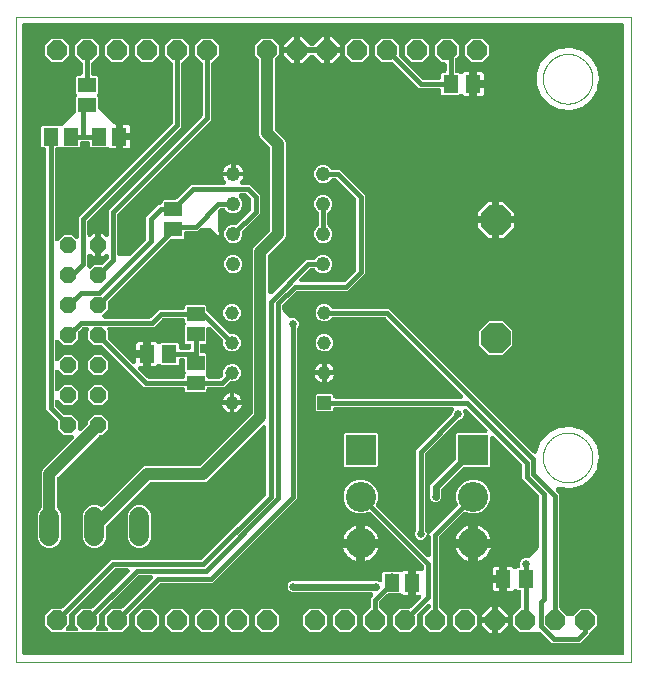
<source format=gtl>
G04 EAGLE Gerber X2 export*
%TF.Part,Single*%
%TF.FileFunction,Other,Top Layer*%
%TF.FilePolarity,Positive*%
%TF.GenerationSoftware,Autodesk,EAGLE,9.4.0*%
%TF.CreationDate,2019-06-23T03:23:47Z*%
G75*
%MOMM*%
%FSLAX34Y34*%
%LPD*%
%INTop Layer*%
%AMOC8*
5,1,8,0,0,1.08239X$1,22.5*%
G01*
%ADD10C,0.050000*%
%ADD11R,1.500000X1.300000*%
%ADD12R,1.300000X1.500000*%
%ADD13C,1.219200*%
%ADD14R,1.159000X1.159000*%
%ADD15C,1.159000*%
%ADD16C,1.676400*%
%ADD17P,1.484606X8X292.500000*%
%ADD18P,1.814519X8X202.500000*%
%ADD19P,2.749271X8X112.500000*%
%ADD20R,2.550000X2.550000*%
%ADD21C,2.550000*%
%ADD22C,1.016000*%
%ADD23C,0.654800*%
%ADD24C,0.406400*%
%ADD25C,0.609600*%

G36*
X513356Y5333D02*
X513356Y5333D01*
X513374Y5331D01*
X513556Y5352D01*
X513739Y5371D01*
X513756Y5376D01*
X513773Y5378D01*
X513948Y5435D01*
X514124Y5489D01*
X514139Y5497D01*
X514156Y5503D01*
X514316Y5593D01*
X514478Y5681D01*
X514491Y5692D01*
X514507Y5701D01*
X514646Y5821D01*
X514787Y5938D01*
X514798Y5952D01*
X514812Y5964D01*
X514924Y6109D01*
X515039Y6252D01*
X515047Y6268D01*
X515058Y6282D01*
X515140Y6447D01*
X515225Y6609D01*
X515230Y6626D01*
X515238Y6642D01*
X515285Y6821D01*
X515336Y6996D01*
X515338Y7014D01*
X515342Y7031D01*
X515369Y7362D01*
X515369Y538738D01*
X515367Y538756D01*
X515369Y538774D01*
X515348Y538956D01*
X515329Y539139D01*
X515324Y539156D01*
X515322Y539173D01*
X515265Y539348D01*
X515211Y539524D01*
X515203Y539539D01*
X515197Y539556D01*
X515107Y539716D01*
X515019Y539878D01*
X515008Y539891D01*
X514999Y539907D01*
X514879Y540046D01*
X514762Y540187D01*
X514748Y540198D01*
X514736Y540212D01*
X514591Y540324D01*
X514448Y540439D01*
X514432Y540447D01*
X514418Y540458D01*
X514253Y540540D01*
X514091Y540625D01*
X514074Y540630D01*
X514058Y540638D01*
X513879Y540685D01*
X513704Y540736D01*
X513686Y540738D01*
X513669Y540742D01*
X513338Y540769D01*
X7362Y540769D01*
X7344Y540767D01*
X7326Y540769D01*
X7144Y540748D01*
X6961Y540729D01*
X6944Y540724D01*
X6927Y540722D01*
X6752Y540665D01*
X6576Y540611D01*
X6561Y540603D01*
X6544Y540597D01*
X6384Y540507D01*
X6222Y540419D01*
X6209Y540408D01*
X6193Y540399D01*
X6054Y540279D01*
X5913Y540162D01*
X5902Y540148D01*
X5888Y540136D01*
X5776Y539991D01*
X5661Y539848D01*
X5653Y539832D01*
X5642Y539818D01*
X5560Y539653D01*
X5475Y539491D01*
X5470Y539474D01*
X5462Y539458D01*
X5415Y539279D01*
X5364Y539104D01*
X5362Y539086D01*
X5358Y539069D01*
X5331Y538738D01*
X5331Y7362D01*
X5333Y7344D01*
X5331Y7326D01*
X5352Y7144D01*
X5371Y6961D01*
X5376Y6944D01*
X5378Y6927D01*
X5435Y6752D01*
X5489Y6576D01*
X5497Y6561D01*
X5503Y6544D01*
X5593Y6384D01*
X5681Y6222D01*
X5692Y6209D01*
X5701Y6193D01*
X5821Y6054D01*
X5938Y5913D01*
X5952Y5902D01*
X5964Y5888D01*
X6109Y5776D01*
X6252Y5661D01*
X6268Y5653D01*
X6282Y5642D01*
X6447Y5560D01*
X6609Y5475D01*
X6626Y5470D01*
X6642Y5462D01*
X6821Y5415D01*
X6996Y5364D01*
X7014Y5362D01*
X7031Y5358D01*
X7362Y5331D01*
X513338Y5331D01*
X513356Y5333D01*
G37*
%LPC*%
G36*
X26604Y96011D02*
X26604Y96011D01*
X22963Y97519D01*
X20176Y100306D01*
X18668Y103947D01*
X18668Y124653D01*
X20176Y128294D01*
X21375Y129493D01*
X21392Y129513D01*
X21413Y129531D01*
X21520Y129669D01*
X21630Y129804D01*
X21643Y129828D01*
X21659Y129849D01*
X21737Y130006D01*
X21819Y130160D01*
X21827Y130185D01*
X21839Y130209D01*
X21884Y130379D01*
X21934Y130546D01*
X21936Y130572D01*
X21943Y130598D01*
X21970Y130929D01*
X21970Y160064D01*
X22976Y162491D01*
X25119Y164635D01*
X48659Y188175D01*
X48665Y188182D01*
X48672Y188187D01*
X48792Y188337D01*
X48914Y188486D01*
X48918Y188494D01*
X48924Y188501D01*
X49013Y188672D01*
X49103Y188842D01*
X49105Y188850D01*
X49110Y188858D01*
X49163Y189044D01*
X49218Y189228D01*
X49219Y189237D01*
X49221Y189245D01*
X49237Y189437D01*
X49254Y189629D01*
X49253Y189638D01*
X49254Y189647D01*
X49232Y189836D01*
X49211Y190029D01*
X49208Y190038D01*
X49207Y190046D01*
X49148Y190228D01*
X49089Y190413D01*
X49085Y190421D01*
X49082Y190429D01*
X48987Y190598D01*
X48894Y190765D01*
X48889Y190772D01*
X48884Y190780D01*
X48758Y190926D01*
X48634Y191072D01*
X48627Y191078D01*
X48621Y191085D01*
X48470Y191202D01*
X48318Y191322D01*
X48310Y191326D01*
X48303Y191331D01*
X48131Y191417D01*
X47959Y191504D01*
X47950Y191507D01*
X47942Y191511D01*
X47756Y191561D01*
X47571Y191612D01*
X47562Y191613D01*
X47554Y191615D01*
X47223Y191642D01*
X40978Y191642D01*
X36067Y196553D01*
X36067Y202536D01*
X36065Y202563D01*
X36067Y202590D01*
X36045Y202764D01*
X36027Y202937D01*
X36020Y202963D01*
X36016Y202989D01*
X35960Y203155D01*
X35909Y203322D01*
X35896Y203346D01*
X35888Y203371D01*
X35801Y203522D01*
X35717Y203676D01*
X35700Y203696D01*
X35687Y203720D01*
X35472Y203973D01*
X28722Y210723D01*
X26043Y213402D01*
X26043Y433444D01*
X26041Y433462D01*
X26043Y433480D01*
X26022Y433662D01*
X26003Y433845D01*
X25998Y433862D01*
X25996Y433879D01*
X25939Y434054D01*
X25885Y434230D01*
X25877Y434245D01*
X25871Y434262D01*
X25781Y434422D01*
X25693Y434584D01*
X25682Y434597D01*
X25673Y434613D01*
X25553Y434752D01*
X25436Y434893D01*
X25422Y434904D01*
X25410Y434918D01*
X25265Y435030D01*
X25122Y435145D01*
X25106Y435153D01*
X25092Y435164D01*
X24927Y435246D01*
X24765Y435331D01*
X24748Y435336D01*
X24732Y435344D01*
X24553Y435391D01*
X24378Y435442D01*
X24360Y435444D01*
X24343Y435448D01*
X24012Y435475D01*
X22468Y435475D01*
X21575Y436368D01*
X21575Y452632D01*
X22468Y453525D01*
X36743Y453525D01*
X36833Y453454D01*
X36975Y453338D01*
X36991Y453329D01*
X37005Y453318D01*
X37169Y453235D01*
X37331Y453149D01*
X37348Y453144D01*
X37364Y453136D01*
X37540Y453087D01*
X37717Y453034D01*
X37735Y453033D01*
X37752Y453028D01*
X37935Y453014D01*
X38118Y452998D01*
X38135Y453000D01*
X38153Y452998D01*
X38335Y453021D01*
X38518Y453041D01*
X38535Y453047D01*
X38553Y453049D01*
X38727Y453107D01*
X38902Y453163D01*
X38917Y453171D01*
X38934Y453177D01*
X39094Y453269D01*
X39254Y453357D01*
X39268Y453369D01*
X39283Y453378D01*
X39536Y453593D01*
X39917Y453974D01*
X39934Y453994D01*
X39955Y454012D01*
X40062Y454150D01*
X40172Y454285D01*
X40185Y454309D01*
X40201Y454330D01*
X40273Y454473D01*
X41182Y455383D01*
X50705Y464906D01*
X50722Y464927D01*
X50743Y464944D01*
X50850Y465082D01*
X50960Y465217D01*
X50973Y465241D01*
X50989Y465262D01*
X51067Y465419D01*
X51149Y465573D01*
X51157Y465599D01*
X51169Y465623D01*
X51214Y465792D01*
X51264Y465959D01*
X51266Y465986D01*
X51273Y466012D01*
X51300Y466342D01*
X51300Y478068D01*
X51371Y478158D01*
X51487Y478300D01*
X51496Y478316D01*
X51507Y478330D01*
X51590Y478494D01*
X51676Y478656D01*
X51681Y478673D01*
X51689Y478689D01*
X51738Y478865D01*
X51791Y479042D01*
X51792Y479060D01*
X51797Y479077D01*
X51811Y479260D01*
X51827Y479443D01*
X51825Y479460D01*
X51827Y479478D01*
X51804Y479660D01*
X51784Y479843D01*
X51778Y479860D01*
X51776Y479878D01*
X51718Y480052D01*
X51662Y480227D01*
X51654Y480242D01*
X51648Y480259D01*
X51556Y480419D01*
X51468Y480579D01*
X51456Y480593D01*
X51447Y480608D01*
X51300Y480781D01*
X51300Y495057D01*
X52193Y495950D01*
X54737Y495950D01*
X54755Y495952D01*
X54773Y495950D01*
X54955Y495971D01*
X55138Y495990D01*
X55155Y495995D01*
X55172Y495997D01*
X55347Y496054D01*
X55523Y496108D01*
X55538Y496116D01*
X55555Y496122D01*
X55715Y496212D01*
X55877Y496300D01*
X55890Y496311D01*
X55906Y496320D01*
X56045Y496440D01*
X56186Y496557D01*
X56197Y496571D01*
X56211Y496583D01*
X56323Y496728D01*
X56438Y496871D01*
X56446Y496887D01*
X56457Y496901D01*
X56539Y497066D01*
X56624Y497228D01*
X56629Y497245D01*
X56637Y497261D01*
X56684Y497440D01*
X56735Y497615D01*
X56737Y497633D01*
X56741Y497650D01*
X56768Y497981D01*
X56768Y506230D01*
X56766Y506257D01*
X56768Y506283D01*
X56746Y506457D01*
X56728Y506631D01*
X56721Y506656D01*
X56717Y506683D01*
X56662Y506849D01*
X56610Y507016D01*
X56597Y507039D01*
X56589Y507065D01*
X56502Y507216D01*
X56418Y507370D01*
X56401Y507390D01*
X56388Y507413D01*
X56173Y507666D01*
X50418Y513422D01*
X50418Y521628D01*
X56222Y527432D01*
X64428Y527432D01*
X70232Y521628D01*
X70232Y513422D01*
X64477Y507666D01*
X64460Y507646D01*
X64439Y507628D01*
X64332Y507490D01*
X64222Y507355D01*
X64209Y507331D01*
X64193Y507310D01*
X64115Y507153D01*
X64033Y506999D01*
X64025Y506974D01*
X64013Y506950D01*
X63968Y506780D01*
X63918Y506613D01*
X63916Y506587D01*
X63909Y506561D01*
X63882Y506230D01*
X63882Y497981D01*
X63884Y497963D01*
X63882Y497945D01*
X63903Y497763D01*
X63922Y497580D01*
X63927Y497563D01*
X63929Y497546D01*
X63986Y497371D01*
X64040Y497195D01*
X64048Y497180D01*
X64054Y497163D01*
X64144Y497003D01*
X64232Y496841D01*
X64243Y496828D01*
X64252Y496812D01*
X64372Y496673D01*
X64489Y496532D01*
X64503Y496521D01*
X64515Y496507D01*
X64660Y496395D01*
X64803Y496280D01*
X64819Y496272D01*
X64833Y496261D01*
X64998Y496179D01*
X65160Y496094D01*
X65177Y496089D01*
X65193Y496081D01*
X65372Y496034D01*
X65547Y495983D01*
X65565Y495981D01*
X65582Y495977D01*
X65913Y495950D01*
X68457Y495950D01*
X69350Y495057D01*
X69350Y480782D01*
X69279Y480692D01*
X69163Y480550D01*
X69154Y480534D01*
X69143Y480520D01*
X69060Y480356D01*
X68974Y480194D01*
X68969Y480177D01*
X68961Y480161D01*
X68911Y479984D01*
X68859Y479808D01*
X68858Y479790D01*
X68853Y479773D01*
X68839Y479590D01*
X68823Y479407D01*
X68825Y479389D01*
X68823Y479372D01*
X68846Y479190D01*
X68866Y479007D01*
X68872Y478990D01*
X68874Y478972D01*
X68932Y478799D01*
X68988Y478623D01*
X68996Y478607D01*
X69002Y478591D01*
X69094Y478431D01*
X69182Y478271D01*
X69194Y478257D01*
X69203Y478242D01*
X69350Y478069D01*
X69350Y470152D01*
X69352Y470126D01*
X69350Y470099D01*
X69372Y469925D01*
X69390Y469752D01*
X69397Y469726D01*
X69401Y469699D01*
X69457Y469534D01*
X69508Y469367D01*
X69521Y469343D01*
X69529Y469318D01*
X69616Y469166D01*
X69700Y469013D01*
X69717Y468992D01*
X69730Y468969D01*
X69945Y468716D01*
X83278Y455383D01*
X83525Y455136D01*
X83546Y455119D01*
X83563Y455098D01*
X83701Y454991D01*
X83836Y454881D01*
X83860Y454868D01*
X83881Y454852D01*
X84038Y454774D01*
X84192Y454692D01*
X84218Y454684D01*
X84242Y454672D01*
X84411Y454627D01*
X84578Y454577D01*
X84605Y454575D01*
X84626Y454569D01*
X84626Y445718D01*
X84627Y445700D01*
X84626Y445683D01*
X84647Y445500D01*
X84666Y445318D01*
X84671Y445301D01*
X84673Y445283D01*
X84730Y445108D01*
X84784Y444933D01*
X84792Y444917D01*
X84798Y444900D01*
X84888Y444740D01*
X84975Y444579D01*
X84987Y444565D01*
X84996Y444549D01*
X85041Y444497D01*
X84956Y444392D01*
X84948Y444376D01*
X84937Y444362D01*
X84855Y444197D01*
X84770Y444034D01*
X84765Y444017D01*
X84757Y444001D01*
X84709Y443823D01*
X84659Y443648D01*
X84657Y443630D01*
X84653Y443613D01*
X84626Y443282D01*
X84626Y434459D01*
X81040Y434459D01*
X80394Y434632D01*
X79755Y435001D01*
X79725Y435025D01*
X79590Y435135D01*
X79566Y435148D01*
X79545Y435164D01*
X79388Y435242D01*
X79234Y435324D01*
X79209Y435332D01*
X79185Y435344D01*
X79015Y435389D01*
X78848Y435439D01*
X78822Y435441D01*
X78796Y435448D01*
X78465Y435475D01*
X63743Y435475D01*
X62850Y436368D01*
X62850Y438912D01*
X62848Y438930D01*
X62850Y438948D01*
X62829Y439130D01*
X62810Y439313D01*
X62805Y439330D01*
X62803Y439347D01*
X62746Y439522D01*
X62692Y439698D01*
X62684Y439713D01*
X62678Y439730D01*
X62588Y439890D01*
X62500Y440052D01*
X62489Y440065D01*
X62480Y440081D01*
X62360Y440220D01*
X62243Y440361D01*
X62229Y440372D01*
X62217Y440386D01*
X62072Y440498D01*
X61929Y440613D01*
X61913Y440621D01*
X61899Y440632D01*
X61734Y440714D01*
X61572Y440799D01*
X61555Y440804D01*
X61539Y440812D01*
X61360Y440859D01*
X61185Y440910D01*
X61167Y440912D01*
X61150Y440916D01*
X60819Y440943D01*
X56656Y440943D01*
X56638Y440941D01*
X56620Y440943D01*
X56438Y440922D01*
X56255Y440903D01*
X56238Y440898D01*
X56221Y440896D01*
X56046Y440839D01*
X55870Y440785D01*
X55855Y440777D01*
X55838Y440771D01*
X55678Y440681D01*
X55516Y440593D01*
X55503Y440582D01*
X55487Y440573D01*
X55348Y440453D01*
X55207Y440336D01*
X55196Y440322D01*
X55182Y440310D01*
X55070Y440165D01*
X54955Y440022D01*
X54947Y440006D01*
X54936Y439992D01*
X54854Y439827D01*
X54769Y439665D01*
X54764Y439648D01*
X54756Y439632D01*
X54709Y439453D01*
X54658Y439278D01*
X54656Y439260D01*
X54652Y439243D01*
X54625Y438912D01*
X54625Y436368D01*
X53732Y435475D01*
X39457Y435475D01*
X39367Y435546D01*
X39225Y435662D01*
X39209Y435671D01*
X39195Y435682D01*
X39031Y435765D01*
X38869Y435851D01*
X38852Y435856D01*
X38836Y435864D01*
X38659Y435914D01*
X38483Y435966D01*
X38465Y435967D01*
X38448Y435972D01*
X38265Y435986D01*
X38082Y436002D01*
X38064Y436000D01*
X38047Y436002D01*
X37865Y435979D01*
X37682Y435959D01*
X37665Y435953D01*
X37647Y435951D01*
X37474Y435893D01*
X37298Y435837D01*
X37282Y435829D01*
X37266Y435823D01*
X37106Y435731D01*
X36946Y435643D01*
X36932Y435631D01*
X36917Y435622D01*
X36744Y435475D01*
X35188Y435475D01*
X35170Y435473D01*
X35152Y435475D01*
X34970Y435454D01*
X34787Y435435D01*
X34770Y435430D01*
X34753Y435428D01*
X34578Y435371D01*
X34402Y435317D01*
X34387Y435309D01*
X34370Y435303D01*
X34210Y435213D01*
X34048Y435125D01*
X34035Y435114D01*
X34019Y435105D01*
X33880Y434985D01*
X33739Y434868D01*
X33728Y434854D01*
X33714Y434842D01*
X33602Y434697D01*
X33487Y434554D01*
X33479Y434538D01*
X33468Y434524D01*
X33386Y434359D01*
X33301Y434197D01*
X33296Y434180D01*
X33288Y434164D01*
X33241Y433985D01*
X33190Y433810D01*
X33188Y433792D01*
X33184Y433775D01*
X33157Y433444D01*
X33157Y357891D01*
X33158Y357882D01*
X33157Y357873D01*
X33178Y357681D01*
X33197Y357490D01*
X33199Y357481D01*
X33200Y357472D01*
X33258Y357290D01*
X33315Y357105D01*
X33319Y357097D01*
X33322Y357089D01*
X33415Y356920D01*
X33507Y356751D01*
X33512Y356744D01*
X33517Y356736D01*
X33641Y356589D01*
X33764Y356442D01*
X33771Y356436D01*
X33777Y356429D01*
X33928Y356310D01*
X34078Y356189D01*
X34086Y356185D01*
X34093Y356180D01*
X34266Y356092D01*
X34435Y356004D01*
X34444Y356001D01*
X34452Y355997D01*
X34638Y355945D01*
X34822Y355892D01*
X34831Y355892D01*
X34840Y355889D01*
X35033Y355875D01*
X35224Y355860D01*
X35232Y355861D01*
X35241Y355860D01*
X35434Y355884D01*
X35623Y355907D01*
X35632Y355909D01*
X35641Y355910D01*
X35824Y355972D01*
X36006Y356031D01*
X36014Y356036D01*
X36022Y356039D01*
X36189Y356135D01*
X36357Y356229D01*
X36364Y356235D01*
X36371Y356240D01*
X36624Y356454D01*
X40978Y360808D01*
X47922Y360808D01*
X50126Y358604D01*
X50133Y358599D01*
X50138Y358592D01*
X50288Y358471D01*
X50437Y358349D01*
X50445Y358345D01*
X50452Y358339D01*
X50622Y358251D01*
X50793Y358161D01*
X50802Y358158D01*
X50809Y358154D01*
X50994Y358101D01*
X51179Y358046D01*
X51188Y358045D01*
X51196Y358042D01*
X51387Y358027D01*
X51580Y358009D01*
X51589Y358010D01*
X51598Y358010D01*
X51787Y358032D01*
X51980Y358053D01*
X51989Y358055D01*
X51997Y358057D01*
X52179Y358116D01*
X52364Y358174D01*
X52372Y358179D01*
X52380Y358181D01*
X52549Y358276D01*
X52716Y358369D01*
X52723Y358375D01*
X52731Y358379D01*
X52877Y358505D01*
X53023Y358630D01*
X53029Y358637D01*
X53036Y358642D01*
X53153Y358794D01*
X53273Y358946D01*
X53277Y358954D01*
X53282Y358961D01*
X53368Y359133D01*
X53455Y359304D01*
X53458Y359313D01*
X53462Y359321D01*
X53512Y359507D01*
X53563Y359692D01*
X53564Y359701D01*
X53566Y359710D01*
X53593Y360041D01*
X53593Y376123D01*
X132373Y454903D01*
X132390Y454924D01*
X132411Y454942D01*
X132517Y455079D01*
X132628Y455215D01*
X132641Y455238D01*
X132657Y455260D01*
X132735Y455417D01*
X132817Y455571D01*
X132825Y455596D01*
X132837Y455620D01*
X132882Y455789D01*
X132932Y455956D01*
X132934Y455983D01*
X132941Y456009D01*
X132968Y456340D01*
X132968Y506230D01*
X132966Y506257D01*
X132968Y506283D01*
X132946Y506457D01*
X132928Y506631D01*
X132921Y506656D01*
X132917Y506683D01*
X132862Y506849D01*
X132810Y507016D01*
X132797Y507039D01*
X132789Y507065D01*
X132702Y507216D01*
X132618Y507370D01*
X132601Y507390D01*
X132588Y507413D01*
X132373Y507666D01*
X126618Y513422D01*
X126618Y521628D01*
X132422Y527432D01*
X140628Y527432D01*
X146432Y521628D01*
X146432Y513422D01*
X140677Y507666D01*
X140660Y507646D01*
X140639Y507628D01*
X140532Y507490D01*
X140422Y507355D01*
X140409Y507331D01*
X140393Y507310D01*
X140315Y507153D01*
X140233Y506999D01*
X140225Y506974D01*
X140213Y506950D01*
X140168Y506780D01*
X140118Y506613D01*
X140116Y506587D01*
X140109Y506561D01*
X140082Y506230D01*
X140082Y452552D01*
X61302Y373772D01*
X61285Y373751D01*
X61264Y373733D01*
X61157Y373596D01*
X61047Y373460D01*
X61034Y373437D01*
X61018Y373415D01*
X60940Y373258D01*
X60858Y373104D01*
X60850Y373079D01*
X60838Y373055D01*
X60793Y372885D01*
X60743Y372719D01*
X60741Y372692D01*
X60734Y372666D01*
X60707Y372335D01*
X60707Y361477D01*
X60708Y361469D01*
X60707Y361460D01*
X60728Y361268D01*
X60747Y361077D01*
X60749Y361068D01*
X60750Y361059D01*
X60808Y360877D01*
X60865Y360692D01*
X60869Y360684D01*
X60872Y360675D01*
X60965Y360507D01*
X61057Y360338D01*
X61062Y360331D01*
X61067Y360323D01*
X61192Y360175D01*
X61314Y360029D01*
X61321Y360023D01*
X61327Y360016D01*
X61479Y359896D01*
X61628Y359776D01*
X61636Y359772D01*
X61643Y359767D01*
X61816Y359679D01*
X61985Y359591D01*
X61994Y359588D01*
X62002Y359584D01*
X62188Y359532D01*
X62372Y359479D01*
X62381Y359479D01*
X62390Y359476D01*
X62582Y359462D01*
X62774Y359446D01*
X62782Y359447D01*
X62791Y359447D01*
X62984Y359471D01*
X63173Y359493D01*
X63182Y359496D01*
X63191Y359497D01*
X63374Y359559D01*
X63556Y359618D01*
X63564Y359623D01*
X63572Y359625D01*
X63737Y359720D01*
X63907Y359816D01*
X63914Y359822D01*
X63921Y359826D01*
X64174Y360041D01*
X65957Y361824D01*
X67565Y361824D01*
X67565Y352679D01*
X67566Y352661D01*
X67565Y352644D01*
X67586Y352461D01*
X67588Y352450D01*
X67565Y352171D01*
X67565Y343026D01*
X65957Y343026D01*
X64174Y344809D01*
X64167Y344815D01*
X64162Y344821D01*
X64012Y344942D01*
X63863Y345064D01*
X63855Y345068D01*
X63848Y345074D01*
X63678Y345162D01*
X63507Y345253D01*
X63498Y345255D01*
X63491Y345259D01*
X63306Y345312D01*
X63121Y345367D01*
X63112Y345368D01*
X63104Y345371D01*
X62913Y345386D01*
X62720Y345404D01*
X62711Y345403D01*
X62702Y345404D01*
X62513Y345381D01*
X62320Y345360D01*
X62311Y345358D01*
X62303Y345357D01*
X62121Y345297D01*
X61936Y345239D01*
X61928Y345235D01*
X61920Y345232D01*
X61751Y345137D01*
X61584Y345044D01*
X61577Y345038D01*
X61569Y345034D01*
X61423Y344908D01*
X61277Y344784D01*
X61271Y344777D01*
X61264Y344771D01*
X61147Y344619D01*
X61027Y344468D01*
X61023Y344460D01*
X61018Y344453D01*
X60932Y344280D01*
X60845Y344109D01*
X60842Y344100D01*
X60838Y344092D01*
X60788Y343905D01*
X60737Y343721D01*
X60736Y343712D01*
X60734Y343703D01*
X60707Y343373D01*
X60707Y334641D01*
X60708Y334632D01*
X60707Y334623D01*
X60728Y334431D01*
X60747Y334240D01*
X60749Y334231D01*
X60750Y334222D01*
X60808Y334040D01*
X60865Y333855D01*
X60869Y333847D01*
X60872Y333839D01*
X60966Y333669D01*
X61057Y333501D01*
X61062Y333494D01*
X61067Y333486D01*
X61191Y333339D01*
X61314Y333192D01*
X61321Y333186D01*
X61327Y333179D01*
X61478Y333060D01*
X61628Y332939D01*
X61636Y332935D01*
X61643Y332930D01*
X61816Y332842D01*
X61985Y332754D01*
X61994Y332751D01*
X62002Y332747D01*
X62188Y332695D01*
X62372Y332642D01*
X62381Y332642D01*
X62390Y332639D01*
X62583Y332625D01*
X62774Y332610D01*
X62782Y332611D01*
X62791Y332610D01*
X62984Y332634D01*
X63173Y332657D01*
X63182Y332659D01*
X63191Y332660D01*
X63374Y332722D01*
X63556Y332781D01*
X63564Y332786D01*
X63572Y332789D01*
X63738Y332884D01*
X63907Y332979D01*
X63914Y332985D01*
X63921Y332990D01*
X64174Y333204D01*
X66378Y335408D01*
X72361Y335408D01*
X72388Y335410D01*
X72415Y335408D01*
X72589Y335430D01*
X72762Y335448D01*
X72787Y335455D01*
X72814Y335459D01*
X72980Y335514D01*
X73147Y335566D01*
X73170Y335579D01*
X73196Y335587D01*
X73347Y335674D01*
X73501Y335758D01*
X73521Y335775D01*
X73545Y335788D01*
X73798Y336003D01*
X78398Y340603D01*
X78415Y340624D01*
X78436Y340642D01*
X78543Y340779D01*
X78653Y340915D01*
X78666Y340938D01*
X78682Y340960D01*
X78760Y341117D01*
X78842Y341271D01*
X78850Y341296D01*
X78862Y341320D01*
X78907Y341490D01*
X78957Y341656D01*
X78959Y341683D01*
X78966Y341709D01*
X78993Y342040D01*
X78993Y343373D01*
X78992Y343381D01*
X78993Y343390D01*
X78972Y343582D01*
X78953Y343773D01*
X78951Y343782D01*
X78950Y343791D01*
X78892Y343973D01*
X78835Y344158D01*
X78831Y344166D01*
X78828Y344175D01*
X78735Y344343D01*
X78643Y344512D01*
X78638Y344519D01*
X78633Y344527D01*
X78508Y344675D01*
X78386Y344821D01*
X78379Y344827D01*
X78373Y344834D01*
X78221Y344954D01*
X78072Y345074D01*
X78064Y345078D01*
X78057Y345083D01*
X77884Y345171D01*
X77715Y345259D01*
X77706Y345262D01*
X77698Y345266D01*
X77512Y345318D01*
X77328Y345371D01*
X77319Y345371D01*
X77310Y345374D01*
X77118Y345388D01*
X76926Y345404D01*
X76918Y345403D01*
X76909Y345403D01*
X76716Y345379D01*
X76527Y345357D01*
X76518Y345354D01*
X76509Y345353D01*
X76326Y345291D01*
X76144Y345232D01*
X76136Y345227D01*
X76128Y345225D01*
X75962Y345129D01*
X75793Y345034D01*
X75786Y345028D01*
X75779Y345024D01*
X75526Y344809D01*
X73743Y343026D01*
X72135Y343026D01*
X72135Y352171D01*
X72133Y352189D01*
X72135Y352206D01*
X72114Y352389D01*
X72112Y352400D01*
X72135Y352679D01*
X72135Y361824D01*
X73743Y361824D01*
X75526Y360041D01*
X75533Y360035D01*
X75538Y360029D01*
X75688Y359908D01*
X75837Y359786D01*
X75845Y359782D01*
X75852Y359776D01*
X76022Y359688D01*
X76193Y359597D01*
X76202Y359595D01*
X76209Y359591D01*
X76394Y359538D01*
X76579Y359483D01*
X76588Y359482D01*
X76596Y359479D01*
X76787Y359464D01*
X76980Y359446D01*
X76989Y359447D01*
X76998Y359446D01*
X77187Y359469D01*
X77380Y359490D01*
X77389Y359492D01*
X77397Y359493D01*
X77579Y359553D01*
X77764Y359611D01*
X77772Y359615D01*
X77780Y359618D01*
X77949Y359713D01*
X78116Y359806D01*
X78123Y359812D01*
X78131Y359816D01*
X78277Y359942D01*
X78423Y360066D01*
X78429Y360073D01*
X78436Y360079D01*
X78553Y360231D01*
X78673Y360382D01*
X78677Y360390D01*
X78682Y360397D01*
X78768Y360569D01*
X78855Y360741D01*
X78858Y360750D01*
X78862Y360758D01*
X78912Y360944D01*
X78963Y361129D01*
X78964Y361138D01*
X78966Y361147D01*
X78993Y361477D01*
X78993Y382473D01*
X157773Y461253D01*
X157790Y461274D01*
X157811Y461292D01*
X157918Y461429D01*
X158028Y461565D01*
X158041Y461588D01*
X158057Y461610D01*
X158135Y461767D01*
X158217Y461921D01*
X158225Y461946D01*
X158237Y461970D01*
X158282Y462140D01*
X158332Y462306D01*
X158334Y462333D01*
X158341Y462359D01*
X158368Y462690D01*
X158368Y506230D01*
X158366Y506257D01*
X158368Y506283D01*
X158346Y506457D01*
X158328Y506631D01*
X158321Y506656D01*
X158317Y506683D01*
X158262Y506849D01*
X158210Y507016D01*
X158197Y507039D01*
X158189Y507065D01*
X158102Y507216D01*
X158018Y507370D01*
X158001Y507390D01*
X157988Y507413D01*
X157773Y507666D01*
X152018Y513422D01*
X152018Y521628D01*
X157822Y527432D01*
X166028Y527432D01*
X171832Y521628D01*
X171832Y513422D01*
X166077Y507666D01*
X166060Y507646D01*
X166039Y507628D01*
X165932Y507490D01*
X165822Y507355D01*
X165809Y507331D01*
X165793Y507310D01*
X165715Y507153D01*
X165633Y506999D01*
X165625Y506974D01*
X165613Y506950D01*
X165568Y506780D01*
X165518Y506613D01*
X165516Y506587D01*
X165509Y506561D01*
X165482Y506230D01*
X165482Y458902D01*
X86702Y380122D01*
X86685Y380101D01*
X86664Y380083D01*
X86557Y379946D01*
X86447Y379810D01*
X86434Y379787D01*
X86418Y379765D01*
X86340Y379608D01*
X86258Y379454D01*
X86250Y379429D01*
X86238Y379405D01*
X86193Y379235D01*
X86143Y379069D01*
X86141Y379042D01*
X86134Y379016D01*
X86107Y378685D01*
X86107Y345059D01*
X86109Y345041D01*
X86107Y345023D01*
X86128Y344841D01*
X86147Y344658D01*
X86152Y344641D01*
X86154Y344624D01*
X86211Y344449D01*
X86265Y344273D01*
X86273Y344258D01*
X86279Y344241D01*
X86369Y344081D01*
X86457Y343919D01*
X86468Y343906D01*
X86477Y343890D01*
X86597Y343751D01*
X86714Y343610D01*
X86728Y343599D01*
X86740Y343585D01*
X86885Y343473D01*
X87028Y343358D01*
X87044Y343350D01*
X87058Y343339D01*
X87223Y343257D01*
X87385Y343172D01*
X87402Y343167D01*
X87418Y343159D01*
X87597Y343112D01*
X87772Y343061D01*
X87790Y343059D01*
X87807Y343055D01*
X88138Y343028D01*
X95068Y343028D01*
X95095Y343030D01*
X95122Y343028D01*
X95295Y343050D01*
X95469Y343068D01*
X95494Y343075D01*
X95521Y343079D01*
X95687Y343134D01*
X95854Y343186D01*
X95877Y343199D01*
X95903Y343207D01*
X96054Y343294D01*
X96208Y343378D01*
X96228Y343395D01*
X96252Y343408D01*
X96505Y343623D01*
X110148Y357266D01*
X110165Y357287D01*
X110186Y357305D01*
X110293Y357443D01*
X110403Y357578D01*
X110416Y357602D01*
X110432Y357623D01*
X110510Y357780D01*
X110592Y357934D01*
X110600Y357959D01*
X110612Y357983D01*
X110657Y358153D01*
X110707Y358320D01*
X110709Y358346D01*
X110716Y358372D01*
X110743Y358703D01*
X110743Y376123D01*
X121327Y386707D01*
X122294Y386707D01*
X122312Y386709D01*
X122330Y386707D01*
X122512Y386728D01*
X122695Y386747D01*
X122712Y386752D01*
X122729Y386754D01*
X122904Y386811D01*
X123080Y386865D01*
X123095Y386873D01*
X123112Y386879D01*
X123272Y386969D01*
X123434Y387057D01*
X123447Y387068D01*
X123463Y387077D01*
X123602Y387197D01*
X123743Y387314D01*
X123754Y387328D01*
X123768Y387340D01*
X123880Y387485D01*
X123995Y387628D01*
X124003Y387644D01*
X124014Y387658D01*
X124096Y387823D01*
X124181Y387985D01*
X124186Y388002D01*
X124194Y388018D01*
X124241Y388197D01*
X124292Y388372D01*
X124294Y388390D01*
X124298Y388407D01*
X124325Y388738D01*
X124325Y390282D01*
X125218Y391175D01*
X135503Y391175D01*
X135530Y391177D01*
X135557Y391175D01*
X135731Y391197D01*
X135904Y391215D01*
X135929Y391222D01*
X135956Y391226D01*
X136122Y391281D01*
X136289Y391333D01*
X136312Y391346D01*
X136338Y391354D01*
X136489Y391441D01*
X136643Y391525D01*
X136663Y391542D01*
X136687Y391555D01*
X136940Y391770D01*
X148777Y403607D01*
X176175Y403607D01*
X176184Y403608D01*
X176193Y403607D01*
X176384Y403627D01*
X176576Y403647D01*
X176584Y403649D01*
X176593Y403650D01*
X176776Y403708D01*
X176961Y403765D01*
X176969Y403769D01*
X176977Y403772D01*
X177146Y403865D01*
X177315Y403957D01*
X177322Y403962D01*
X177330Y403967D01*
X177478Y404093D01*
X177624Y404214D01*
X177630Y404221D01*
X177637Y404227D01*
X177756Y404379D01*
X177876Y404528D01*
X177881Y404536D01*
X177886Y404543D01*
X177973Y404715D01*
X178062Y404885D01*
X178064Y404894D01*
X178068Y404902D01*
X178120Y405088D01*
X178173Y405272D01*
X178174Y405281D01*
X178176Y405290D01*
X178190Y405481D01*
X178206Y405674D01*
X178205Y405683D01*
X178206Y405691D01*
X178182Y405881D01*
X178159Y406073D01*
X178156Y406082D01*
X178155Y406091D01*
X178094Y406273D01*
X178034Y406456D01*
X178030Y406464D01*
X178027Y406473D01*
X177931Y406639D01*
X177837Y406807D01*
X177831Y406814D01*
X177826Y406821D01*
X177611Y407074D01*
X177562Y407124D01*
X176763Y408223D01*
X176146Y409435D01*
X175729Y410719D01*
X184150Y410719D01*
X192571Y410719D01*
X192154Y409435D01*
X191537Y408223D01*
X190738Y407124D01*
X190689Y407074D01*
X190683Y407067D01*
X190676Y407062D01*
X190556Y406913D01*
X190433Y406763D01*
X190429Y406755D01*
X190424Y406748D01*
X190335Y406578D01*
X190245Y406407D01*
X190242Y406399D01*
X190238Y406391D01*
X190185Y406206D01*
X190130Y406021D01*
X190129Y406012D01*
X190127Y406004D01*
X190111Y405813D01*
X190094Y405620D01*
X190095Y405611D01*
X190094Y405602D01*
X190116Y405413D01*
X190137Y405220D01*
X190140Y405211D01*
X190141Y405203D01*
X190200Y405020D01*
X190258Y404836D01*
X190263Y404828D01*
X190266Y404820D01*
X190360Y404652D01*
X190453Y404484D01*
X190459Y404477D01*
X190463Y404469D01*
X190589Y404324D01*
X190714Y404177D01*
X190721Y404171D01*
X190727Y404164D01*
X190878Y404047D01*
X191030Y403927D01*
X191038Y403923D01*
X191045Y403918D01*
X191216Y403833D01*
X191388Y403745D01*
X191397Y403742D01*
X191405Y403738D01*
X191591Y403688D01*
X191776Y403637D01*
X191785Y403636D01*
X191794Y403634D01*
X192125Y403607D01*
X198323Y403607D01*
X201001Y400929D01*
X201002Y400928D01*
X204078Y397852D01*
X206757Y395173D01*
X206757Y379527D01*
X192366Y365136D01*
X192349Y365115D01*
X192328Y365097D01*
X192221Y364960D01*
X192111Y364824D01*
X192098Y364801D01*
X192082Y364779D01*
X192004Y364622D01*
X191922Y364468D01*
X191914Y364443D01*
X191902Y364419D01*
X191857Y364249D01*
X191807Y364083D01*
X191805Y364056D01*
X191798Y364030D01*
X191771Y363699D01*
X191771Y360434D01*
X190611Y357633D01*
X188467Y355489D01*
X185666Y354329D01*
X182634Y354329D01*
X179833Y355489D01*
X177689Y357633D01*
X176529Y360434D01*
X176529Y363466D01*
X177689Y366267D01*
X179833Y368411D01*
X182634Y369571D01*
X185899Y369571D01*
X185926Y369573D01*
X185953Y369571D01*
X186127Y369593D01*
X186300Y369611D01*
X186325Y369618D01*
X186352Y369622D01*
X186518Y369677D01*
X186685Y369729D01*
X186708Y369742D01*
X186734Y369750D01*
X186885Y369837D01*
X187039Y369921D01*
X187059Y369938D01*
X187083Y369951D01*
X187336Y370166D01*
X199048Y381878D01*
X199065Y381899D01*
X199086Y381917D01*
X199193Y382054D01*
X199303Y382190D01*
X199316Y382213D01*
X199332Y382235D01*
X199410Y382392D01*
X199492Y382546D01*
X199500Y382571D01*
X199512Y382595D01*
X199557Y382765D01*
X199607Y382931D01*
X199609Y382958D01*
X199616Y382984D01*
X199643Y383315D01*
X199643Y391385D01*
X199641Y391412D01*
X199643Y391439D01*
X199621Y391613D01*
X199603Y391786D01*
X199596Y391812D01*
X199592Y391838D01*
X199537Y392004D01*
X199485Y392171D01*
X199472Y392195D01*
X199464Y392220D01*
X199377Y392371D01*
X199293Y392525D01*
X199276Y392545D01*
X199263Y392569D01*
X199048Y392822D01*
X195972Y395898D01*
X195951Y395915D01*
X195934Y395936D01*
X195796Y396043D01*
X195660Y396153D01*
X195637Y396166D01*
X195615Y396182D01*
X195458Y396260D01*
X195304Y396342D01*
X195279Y396350D01*
X195255Y396362D01*
X195085Y396407D01*
X194919Y396457D01*
X194892Y396459D01*
X194866Y396466D01*
X194535Y396493D01*
X190688Y396493D01*
X190679Y396492D01*
X190670Y396493D01*
X190478Y396472D01*
X190287Y396453D01*
X190279Y396451D01*
X190270Y396450D01*
X190088Y396392D01*
X189902Y396335D01*
X189894Y396331D01*
X189886Y396328D01*
X189718Y396235D01*
X189548Y396143D01*
X189542Y396138D01*
X189534Y396133D01*
X189386Y396008D01*
X189239Y395886D01*
X189234Y395879D01*
X189227Y395873D01*
X189107Y395721D01*
X188987Y395572D01*
X188983Y395564D01*
X188977Y395557D01*
X188890Y395385D01*
X188801Y395215D01*
X188799Y395206D01*
X188795Y395198D01*
X188743Y395012D01*
X188690Y394828D01*
X188689Y394819D01*
X188687Y394810D01*
X188673Y394618D01*
X188657Y394426D01*
X188658Y394418D01*
X188657Y394409D01*
X188682Y394216D01*
X188704Y394027D01*
X188707Y394018D01*
X188708Y394009D01*
X188769Y393826D01*
X188829Y393644D01*
X188833Y393636D01*
X188836Y393628D01*
X188931Y393462D01*
X189027Y393293D01*
X189033Y393286D01*
X189037Y393279D01*
X189252Y393026D01*
X190611Y391667D01*
X191771Y388866D01*
X191771Y385834D01*
X190611Y383033D01*
X188467Y380889D01*
X185666Y379729D01*
X182634Y379729D01*
X179833Y380889D01*
X177524Y383198D01*
X177504Y383215D01*
X177486Y383236D01*
X177348Y383343D01*
X177213Y383453D01*
X177189Y383466D01*
X177168Y383482D01*
X177011Y383560D01*
X176857Y383642D01*
X176832Y383650D01*
X176808Y383662D01*
X176638Y383707D01*
X176471Y383757D01*
X176445Y383759D01*
X176419Y383766D01*
X176088Y383793D01*
X173765Y383793D01*
X173738Y383791D01*
X173711Y383793D01*
X173537Y383771D01*
X173364Y383753D01*
X173339Y383746D01*
X173312Y383742D01*
X173146Y383687D01*
X172979Y383635D01*
X172956Y383622D01*
X172930Y383614D01*
X172779Y383527D01*
X172625Y383443D01*
X172605Y383426D01*
X172581Y383413D01*
X172328Y383198D01*
X172173Y383043D01*
X172156Y383022D01*
X172135Y383004D01*
X172028Y382867D01*
X171918Y382731D01*
X171905Y382708D01*
X171889Y382686D01*
X171811Y382529D01*
X171729Y382375D01*
X171721Y382350D01*
X171709Y382326D01*
X171664Y382156D01*
X171614Y381990D01*
X171612Y381963D01*
X171605Y381937D01*
X171578Y381606D01*
X171578Y364102D01*
X171580Y364075D01*
X171578Y364048D01*
X171600Y363874D01*
X171618Y363701D01*
X171625Y363675D01*
X171629Y363649D01*
X171684Y363483D01*
X171736Y363316D01*
X171749Y363292D01*
X171757Y363267D01*
X171844Y363115D01*
X171928Y362962D01*
X171945Y362941D01*
X171958Y362918D01*
X172173Y362665D01*
X172467Y362371D01*
X172467Y361529D01*
X171871Y360933D01*
X171029Y360933D01*
X165274Y366688D01*
X165253Y366705D01*
X165236Y366726D01*
X165098Y366833D01*
X164962Y366943D01*
X164939Y366956D01*
X164918Y366972D01*
X164761Y367050D01*
X164607Y367132D01*
X164581Y367140D01*
X164557Y367152D01*
X164388Y367197D01*
X164221Y367247D01*
X164194Y367249D01*
X164168Y367256D01*
X163837Y367283D01*
X157255Y367283D01*
X157228Y367281D01*
X157201Y367283D01*
X157027Y367261D01*
X156854Y367243D01*
X156828Y367236D01*
X156802Y367232D01*
X156636Y367176D01*
X156469Y367125D01*
X156445Y367112D01*
X156420Y367104D01*
X156269Y367017D01*
X156115Y366933D01*
X156094Y366916D01*
X156071Y366903D01*
X155818Y366688D01*
X153873Y364743D01*
X144406Y364743D01*
X144388Y364741D01*
X144370Y364743D01*
X144188Y364722D01*
X144005Y364703D01*
X143988Y364698D01*
X143971Y364696D01*
X143796Y364639D01*
X143620Y364585D01*
X143605Y364577D01*
X143588Y364571D01*
X143428Y364481D01*
X143266Y364393D01*
X143253Y364382D01*
X143237Y364373D01*
X143098Y364253D01*
X142957Y364136D01*
X142946Y364122D01*
X142932Y364110D01*
X142820Y363965D01*
X142705Y363822D01*
X142697Y363806D01*
X142686Y363792D01*
X142604Y363627D01*
X142519Y363465D01*
X142514Y363448D01*
X142506Y363432D01*
X142459Y363253D01*
X142408Y363078D01*
X142406Y363060D01*
X142402Y363043D01*
X142375Y362712D01*
X142375Y359018D01*
X141482Y358125D01*
X132222Y358125D01*
X132195Y358123D01*
X132168Y358125D01*
X131994Y358103D01*
X131821Y358085D01*
X131795Y358078D01*
X131769Y358074D01*
X131603Y358019D01*
X131436Y357967D01*
X131412Y357954D01*
X131387Y357946D01*
X131236Y357859D01*
X131082Y357775D01*
X131062Y357758D01*
X131038Y357745D01*
X130785Y357530D01*
X78828Y305573D01*
X78811Y305552D01*
X78790Y305535D01*
X78683Y305397D01*
X78573Y305261D01*
X78560Y305238D01*
X78544Y305216D01*
X78466Y305059D01*
X78384Y304905D01*
X78376Y304880D01*
X78364Y304856D01*
X78319Y304686D01*
X78269Y304520D01*
X78267Y304493D01*
X78260Y304467D01*
X78233Y304136D01*
X78233Y298153D01*
X73997Y293917D01*
X73992Y293910D01*
X73985Y293905D01*
X73864Y293755D01*
X73742Y293606D01*
X73738Y293598D01*
X73732Y293591D01*
X73644Y293420D01*
X73554Y293250D01*
X73551Y293241D01*
X73547Y293234D01*
X73494Y293049D01*
X73439Y292864D01*
X73438Y292855D01*
X73435Y292847D01*
X73420Y292655D01*
X73402Y292463D01*
X73403Y292454D01*
X73403Y292445D01*
X73425Y292256D01*
X73446Y292063D01*
X73448Y292054D01*
X73450Y292046D01*
X73509Y291864D01*
X73567Y291679D01*
X73572Y291671D01*
X73574Y291663D01*
X73669Y291494D01*
X73762Y291327D01*
X73768Y291320D01*
X73772Y291312D01*
X73898Y291166D01*
X74023Y291020D01*
X74030Y291014D01*
X74035Y291007D01*
X74187Y290890D01*
X74339Y290770D01*
X74347Y290766D01*
X74354Y290761D01*
X74526Y290675D01*
X74697Y290588D01*
X74706Y290585D01*
X74714Y290581D01*
X74900Y290531D01*
X75085Y290480D01*
X75094Y290479D01*
X75103Y290477D01*
X75434Y290450D01*
X113128Y290450D01*
X113155Y290452D01*
X113182Y290450D01*
X113356Y290472D01*
X113529Y290490D01*
X113554Y290497D01*
X113581Y290501D01*
X113747Y290556D01*
X113914Y290608D01*
X113937Y290621D01*
X113963Y290629D01*
X114114Y290716D01*
X114268Y290800D01*
X114288Y290817D01*
X114312Y290830D01*
X114565Y291045D01*
X121327Y297807D01*
X141344Y297807D01*
X141362Y297809D01*
X141380Y297807D01*
X141562Y297828D01*
X141745Y297847D01*
X141762Y297852D01*
X141779Y297854D01*
X141954Y297911D01*
X142130Y297965D01*
X142145Y297973D01*
X142162Y297979D01*
X142322Y298069D01*
X142484Y298157D01*
X142497Y298168D01*
X142513Y298177D01*
X142652Y298297D01*
X142793Y298414D01*
X142804Y298428D01*
X142818Y298440D01*
X142929Y298584D01*
X143045Y298728D01*
X143053Y298744D01*
X143064Y298758D01*
X143146Y298923D01*
X143231Y299085D01*
X143236Y299102D01*
X143244Y299118D01*
X143291Y299297D01*
X143342Y299472D01*
X143344Y299490D01*
X143348Y299507D01*
X143375Y299838D01*
X143375Y301382D01*
X144268Y302275D01*
X160532Y302275D01*
X161425Y301382D01*
X161425Y297522D01*
X161427Y297495D01*
X161425Y297468D01*
X161447Y297294D01*
X161465Y297121D01*
X161472Y297095D01*
X161476Y297069D01*
X161532Y296903D01*
X161583Y296736D01*
X161596Y296712D01*
X161604Y296687D01*
X161691Y296536D01*
X161775Y296382D01*
X161792Y296362D01*
X161805Y296338D01*
X162020Y296085D01*
X180315Y277790D01*
X180336Y277773D01*
X180354Y277752D01*
X180491Y277645D01*
X180627Y277535D01*
X180650Y277522D01*
X180672Y277506D01*
X180829Y277428D01*
X180983Y277346D01*
X181008Y277338D01*
X181032Y277326D01*
X181202Y277281D01*
X181368Y277231D01*
X181395Y277229D01*
X181421Y277222D01*
X181752Y277195D01*
X184656Y277195D01*
X187346Y276080D01*
X189405Y274021D01*
X190520Y271331D01*
X190520Y268419D01*
X189405Y265729D01*
X187346Y263670D01*
X186071Y263141D01*
X184656Y262555D01*
X181744Y262555D01*
X179054Y263670D01*
X176995Y265729D01*
X175880Y268419D01*
X175880Y271323D01*
X175878Y271350D01*
X175880Y271377D01*
X175858Y271550D01*
X175840Y271724D01*
X175833Y271749D01*
X175829Y271776D01*
X175774Y271942D01*
X175722Y272109D01*
X175709Y272132D01*
X175701Y272158D01*
X175614Y272309D01*
X175530Y272463D01*
X175513Y272483D01*
X175500Y272507D01*
X175285Y272760D01*
X164892Y283153D01*
X164885Y283158D01*
X164880Y283165D01*
X164730Y283286D01*
X164581Y283408D01*
X164573Y283412D01*
X164566Y283418D01*
X164396Y283506D01*
X164225Y283596D01*
X164216Y283599D01*
X164209Y283603D01*
X164024Y283656D01*
X163839Y283711D01*
X163830Y283712D01*
X163822Y283714D01*
X163630Y283730D01*
X163438Y283748D01*
X163429Y283747D01*
X163420Y283747D01*
X163231Y283725D01*
X163038Y283704D01*
X163029Y283701D01*
X163021Y283700D01*
X162839Y283641D01*
X162654Y283583D01*
X162646Y283578D01*
X162638Y283576D01*
X162469Y283480D01*
X162302Y283388D01*
X162295Y283382D01*
X162287Y283378D01*
X162141Y283252D01*
X161995Y283127D01*
X161989Y283120D01*
X161982Y283115D01*
X161865Y282963D01*
X161745Y282811D01*
X161741Y282803D01*
X161736Y282796D01*
X161650Y282624D01*
X161563Y282453D01*
X161560Y282444D01*
X161556Y282436D01*
X161506Y282249D01*
X161455Y282065D01*
X161454Y282056D01*
X161452Y282047D01*
X161425Y281716D01*
X161425Y270118D01*
X160532Y269225D01*
X157988Y269225D01*
X157970Y269223D01*
X157952Y269225D01*
X157770Y269204D01*
X157587Y269185D01*
X157570Y269180D01*
X157553Y269178D01*
X157378Y269121D01*
X157202Y269067D01*
X157187Y269059D01*
X157170Y269053D01*
X157010Y268963D01*
X156848Y268875D01*
X156835Y268864D01*
X156819Y268855D01*
X156680Y268735D01*
X156539Y268618D01*
X156528Y268604D01*
X156514Y268592D01*
X156402Y268447D01*
X156287Y268304D01*
X156279Y268288D01*
X156268Y268274D01*
X156186Y268109D01*
X156101Y267947D01*
X156096Y267930D01*
X156088Y267914D01*
X156041Y267735D01*
X155990Y267560D01*
X155988Y267542D01*
X155984Y267525D01*
X155957Y267194D01*
X155957Y263031D01*
X155959Y263013D01*
X155957Y262995D01*
X155978Y262813D01*
X155997Y262630D01*
X156002Y262613D01*
X156004Y262596D01*
X156061Y262421D01*
X156115Y262245D01*
X156123Y262230D01*
X156129Y262213D01*
X156219Y262053D01*
X156307Y261891D01*
X156318Y261878D01*
X156327Y261862D01*
X156447Y261723D01*
X156564Y261582D01*
X156578Y261571D01*
X156590Y261557D01*
X156735Y261445D01*
X156878Y261330D01*
X156894Y261322D01*
X156908Y261311D01*
X157073Y261229D01*
X157235Y261144D01*
X157252Y261139D01*
X157268Y261131D01*
X157447Y261084D01*
X157622Y261033D01*
X157640Y261031D01*
X157657Y261027D01*
X157988Y261000D01*
X160532Y261000D01*
X161425Y260107D01*
X161425Y245832D01*
X161354Y245742D01*
X161238Y245600D01*
X161229Y245584D01*
X161218Y245570D01*
X161135Y245406D01*
X161049Y245244D01*
X161044Y245227D01*
X161036Y245211D01*
X160987Y245035D01*
X160934Y244858D01*
X160933Y244840D01*
X160928Y244823D01*
X160914Y244640D01*
X160898Y244457D01*
X160900Y244440D01*
X160898Y244422D01*
X160921Y244240D01*
X160941Y244057D01*
X160947Y244040D01*
X160949Y244022D01*
X161007Y243848D01*
X161063Y243673D01*
X161071Y243658D01*
X161077Y243641D01*
X161169Y243481D01*
X161257Y243321D01*
X161269Y243307D01*
X161278Y243292D01*
X161425Y243119D01*
X161425Y241563D01*
X161427Y241545D01*
X161425Y241527D01*
X161446Y241345D01*
X161465Y241162D01*
X161470Y241145D01*
X161472Y241128D01*
X161529Y240953D01*
X161583Y240777D01*
X161591Y240762D01*
X161597Y240745D01*
X161688Y240584D01*
X161775Y240423D01*
X161786Y240410D01*
X161795Y240394D01*
X161915Y240255D01*
X162032Y240114D01*
X162046Y240103D01*
X162058Y240089D01*
X162203Y239977D01*
X162346Y239862D01*
X162362Y239854D01*
X162376Y239843D01*
X162541Y239761D01*
X162703Y239676D01*
X162720Y239671D01*
X162736Y239663D01*
X162915Y239616D01*
X163090Y239565D01*
X163108Y239563D01*
X163125Y239559D01*
X163456Y239532D01*
X172385Y239532D01*
X172412Y239534D01*
X172439Y239532D01*
X172613Y239554D01*
X172786Y239572D01*
X172811Y239579D01*
X172838Y239583D01*
X173004Y239638D01*
X173171Y239690D01*
X173194Y239703D01*
X173220Y239711D01*
X173371Y239798D01*
X173525Y239882D01*
X173545Y239899D01*
X173569Y239912D01*
X173822Y240127D01*
X175285Y241590D01*
X175302Y241611D01*
X175323Y241629D01*
X175430Y241766D01*
X175540Y241902D01*
X175553Y241925D01*
X175569Y241947D01*
X175647Y242104D01*
X175729Y242258D01*
X175737Y242283D01*
X175749Y242307D01*
X175794Y242477D01*
X175844Y242643D01*
X175846Y242670D01*
X175853Y242696D01*
X175880Y243027D01*
X175880Y245931D01*
X176995Y248621D01*
X179054Y250680D01*
X180477Y251270D01*
X181744Y251795D01*
X184656Y251795D01*
X187346Y250680D01*
X189405Y248621D01*
X190520Y245931D01*
X190520Y243019D01*
X189405Y240329D01*
X187346Y238270D01*
X184656Y237155D01*
X181752Y237155D01*
X181725Y237153D01*
X181698Y237155D01*
X181524Y237133D01*
X181351Y237115D01*
X181326Y237108D01*
X181299Y237104D01*
X181133Y237049D01*
X180966Y236997D01*
X180943Y236984D01*
X180917Y236976D01*
X180766Y236889D01*
X180612Y236805D01*
X180592Y236788D01*
X180568Y236775D01*
X180315Y236560D01*
X176173Y232418D01*
X163456Y232418D01*
X163438Y232416D01*
X163420Y232418D01*
X163238Y232397D01*
X163055Y232378D01*
X163038Y232373D01*
X163021Y232371D01*
X162846Y232314D01*
X162670Y232260D01*
X162655Y232252D01*
X162638Y232246D01*
X162478Y232156D01*
X162316Y232068D01*
X162303Y232057D01*
X162287Y232048D01*
X162148Y231928D01*
X162007Y231811D01*
X161996Y231797D01*
X161982Y231785D01*
X161870Y231640D01*
X161755Y231497D01*
X161747Y231481D01*
X161736Y231467D01*
X161654Y231302D01*
X161569Y231140D01*
X161564Y231123D01*
X161556Y231107D01*
X161509Y230928D01*
X161458Y230753D01*
X161456Y230735D01*
X161452Y230718D01*
X161425Y230387D01*
X161425Y228843D01*
X160532Y227950D01*
X144268Y227950D01*
X143375Y228843D01*
X143375Y230387D01*
X143373Y230405D01*
X143375Y230423D01*
X143354Y230605D01*
X143335Y230788D01*
X143330Y230805D01*
X143328Y230822D01*
X143271Y230997D01*
X143217Y231173D01*
X143209Y231188D01*
X143203Y231205D01*
X143113Y231365D01*
X143025Y231527D01*
X143014Y231540D01*
X143005Y231556D01*
X142885Y231695D01*
X142768Y231836D01*
X142754Y231847D01*
X142742Y231861D01*
X142597Y231973D01*
X142454Y232088D01*
X142438Y232096D01*
X142424Y232107D01*
X142259Y232189D01*
X142097Y232274D01*
X142080Y232279D01*
X142064Y232287D01*
X141885Y232334D01*
X141710Y232385D01*
X141692Y232387D01*
X141675Y232391D01*
X141344Y232418D01*
X108627Y232418D01*
X73798Y267247D01*
X73777Y267264D01*
X73759Y267285D01*
X73622Y267392D01*
X73486Y267502D01*
X73463Y267515D01*
X73441Y267531D01*
X73284Y267609D01*
X73130Y267691D01*
X73105Y267699D01*
X73081Y267711D01*
X72911Y267756D01*
X72745Y267806D01*
X72718Y267808D01*
X72692Y267815D01*
X72361Y267842D01*
X66378Y267842D01*
X61467Y272753D01*
X61467Y279697D01*
X61639Y279869D01*
X61644Y279876D01*
X61651Y279881D01*
X61771Y280030D01*
X61894Y280180D01*
X61898Y280188D01*
X61904Y280195D01*
X61991Y280364D01*
X62082Y280536D01*
X62085Y280545D01*
X62089Y280552D01*
X62141Y280734D01*
X62197Y280922D01*
X62198Y280931D01*
X62201Y280939D01*
X62216Y281130D01*
X62234Y281323D01*
X62233Y281332D01*
X62233Y281341D01*
X62211Y281530D01*
X62190Y281723D01*
X62188Y281732D01*
X62186Y281740D01*
X62127Y281923D01*
X62069Y282107D01*
X62064Y282115D01*
X62062Y282123D01*
X61967Y282292D01*
X61874Y282459D01*
X61868Y282466D01*
X61864Y282474D01*
X61738Y282619D01*
X61613Y282766D01*
X61606Y282772D01*
X61601Y282779D01*
X61449Y282896D01*
X61298Y283016D01*
X61290Y283020D01*
X61282Y283025D01*
X61109Y283112D01*
X60939Y283198D01*
X60930Y283201D01*
X60922Y283205D01*
X60734Y283255D01*
X60551Y283306D01*
X60542Y283307D01*
X60533Y283309D01*
X60202Y283336D01*
X57433Y283336D01*
X57406Y283334D01*
X57379Y283336D01*
X57205Y283314D01*
X57032Y283296D01*
X57007Y283289D01*
X56980Y283285D01*
X56814Y283230D01*
X56647Y283178D01*
X56624Y283165D01*
X56598Y283157D01*
X56447Y283070D01*
X56293Y282986D01*
X56273Y282969D01*
X56249Y282956D01*
X55996Y282741D01*
X53428Y280173D01*
X53411Y280152D01*
X53390Y280134D01*
X53283Y279997D01*
X53173Y279861D01*
X53160Y279838D01*
X53144Y279816D01*
X53066Y279659D01*
X52984Y279505D01*
X52976Y279480D01*
X52964Y279456D01*
X52919Y279286D01*
X52869Y279120D01*
X52867Y279093D01*
X52860Y279067D01*
X52833Y278736D01*
X52833Y272753D01*
X47922Y267842D01*
X40978Y267842D01*
X36624Y272196D01*
X36617Y272201D01*
X36612Y272208D01*
X36462Y272329D01*
X36313Y272451D01*
X36305Y272455D01*
X36298Y272461D01*
X36128Y272549D01*
X35957Y272639D01*
X35948Y272642D01*
X35941Y272646D01*
X35756Y272699D01*
X35571Y272754D01*
X35562Y272755D01*
X35554Y272758D01*
X35362Y272773D01*
X35170Y272791D01*
X35161Y272790D01*
X35152Y272790D01*
X34963Y272768D01*
X34770Y272747D01*
X34761Y272745D01*
X34753Y272743D01*
X34571Y272684D01*
X34386Y272626D01*
X34378Y272621D01*
X34370Y272619D01*
X34201Y272524D01*
X34034Y272431D01*
X34027Y272425D01*
X34019Y272421D01*
X33873Y272295D01*
X33727Y272170D01*
X33721Y272163D01*
X33714Y272158D01*
X33597Y272006D01*
X33477Y271854D01*
X33473Y271846D01*
X33468Y271839D01*
X33382Y271667D01*
X33295Y271496D01*
X33292Y271487D01*
X33288Y271479D01*
X33238Y271293D01*
X33187Y271108D01*
X33186Y271099D01*
X33184Y271090D01*
X33157Y270759D01*
X33157Y256291D01*
X33158Y256282D01*
X33157Y256273D01*
X33178Y256081D01*
X33197Y255890D01*
X33199Y255881D01*
X33200Y255872D01*
X33258Y255690D01*
X33315Y255505D01*
X33319Y255497D01*
X33322Y255489D01*
X33416Y255319D01*
X33507Y255151D01*
X33512Y255144D01*
X33517Y255136D01*
X33642Y254989D01*
X33764Y254842D01*
X33771Y254836D01*
X33777Y254829D01*
X33928Y254710D01*
X34078Y254589D01*
X34086Y254585D01*
X34093Y254580D01*
X34266Y254492D01*
X34435Y254404D01*
X34444Y254401D01*
X34452Y254397D01*
X34638Y254345D01*
X34822Y254292D01*
X34831Y254292D01*
X34840Y254289D01*
X35033Y254275D01*
X35224Y254260D01*
X35232Y254261D01*
X35241Y254260D01*
X35434Y254284D01*
X35623Y254307D01*
X35632Y254309D01*
X35641Y254310D01*
X35824Y254372D01*
X36006Y254431D01*
X36014Y254436D01*
X36022Y254439D01*
X36189Y254535D01*
X36357Y254629D01*
X36364Y254635D01*
X36371Y254640D01*
X36624Y254854D01*
X40978Y259208D01*
X47922Y259208D01*
X52833Y254297D01*
X52833Y247353D01*
X47922Y242442D01*
X40978Y242442D01*
X36624Y246796D01*
X36617Y246801D01*
X36612Y246808D01*
X36462Y246929D01*
X36313Y247051D01*
X36305Y247055D01*
X36298Y247061D01*
X36128Y247149D01*
X35957Y247239D01*
X35948Y247242D01*
X35941Y247246D01*
X35756Y247299D01*
X35571Y247354D01*
X35562Y247355D01*
X35554Y247358D01*
X35362Y247373D01*
X35170Y247391D01*
X35161Y247390D01*
X35152Y247390D01*
X34963Y247368D01*
X34770Y247347D01*
X34761Y247345D01*
X34753Y247343D01*
X34571Y247284D01*
X34386Y247226D01*
X34378Y247221D01*
X34370Y247219D01*
X34201Y247124D01*
X34034Y247031D01*
X34027Y247025D01*
X34019Y247021D01*
X33873Y246895D01*
X33727Y246770D01*
X33721Y246763D01*
X33714Y246758D01*
X33597Y246606D01*
X33477Y246454D01*
X33473Y246446D01*
X33468Y246439D01*
X33382Y246267D01*
X33295Y246096D01*
X33292Y246087D01*
X33288Y246079D01*
X33238Y245893D01*
X33187Y245708D01*
X33186Y245699D01*
X33184Y245690D01*
X33157Y245359D01*
X33157Y230891D01*
X33158Y230882D01*
X33157Y230873D01*
X33178Y230681D01*
X33197Y230490D01*
X33199Y230481D01*
X33200Y230472D01*
X33258Y230290D01*
X33315Y230105D01*
X33319Y230097D01*
X33322Y230089D01*
X33416Y229919D01*
X33507Y229751D01*
X33512Y229744D01*
X33517Y229736D01*
X33642Y229589D01*
X33764Y229442D01*
X33771Y229436D01*
X33777Y229429D01*
X33928Y229310D01*
X34078Y229189D01*
X34086Y229185D01*
X34093Y229180D01*
X34266Y229092D01*
X34435Y229004D01*
X34444Y229001D01*
X34452Y228997D01*
X34638Y228945D01*
X34822Y228892D01*
X34831Y228892D01*
X34840Y228889D01*
X35033Y228875D01*
X35224Y228860D01*
X35232Y228861D01*
X35241Y228860D01*
X35434Y228884D01*
X35623Y228907D01*
X35632Y228909D01*
X35641Y228910D01*
X35824Y228972D01*
X36006Y229031D01*
X36014Y229036D01*
X36022Y229039D01*
X36189Y229135D01*
X36357Y229229D01*
X36364Y229235D01*
X36371Y229240D01*
X36624Y229454D01*
X40978Y233808D01*
X47922Y233808D01*
X52833Y228897D01*
X52833Y221953D01*
X47922Y217042D01*
X40978Y217042D01*
X36624Y221396D01*
X36617Y221401D01*
X36612Y221408D01*
X36462Y221529D01*
X36313Y221651D01*
X36305Y221655D01*
X36298Y221661D01*
X36128Y221749D01*
X35957Y221839D01*
X35948Y221842D01*
X35941Y221846D01*
X35756Y221899D01*
X35571Y221954D01*
X35562Y221955D01*
X35554Y221958D01*
X35362Y221973D01*
X35170Y221991D01*
X35161Y221990D01*
X35152Y221990D01*
X34963Y221968D01*
X34770Y221947D01*
X34761Y221945D01*
X34753Y221943D01*
X34571Y221884D01*
X34386Y221826D01*
X34378Y221821D01*
X34370Y221819D01*
X34201Y221724D01*
X34034Y221631D01*
X34027Y221625D01*
X34019Y221621D01*
X33873Y221495D01*
X33727Y221370D01*
X33721Y221363D01*
X33714Y221358D01*
X33597Y221206D01*
X33477Y221054D01*
X33473Y221046D01*
X33468Y221039D01*
X33382Y220867D01*
X33295Y220696D01*
X33292Y220687D01*
X33288Y220679D01*
X33238Y220493D01*
X33187Y220308D01*
X33186Y220299D01*
X33184Y220290D01*
X33157Y219959D01*
X33157Y217190D01*
X33159Y217163D01*
X33157Y217136D01*
X33179Y216962D01*
X33197Y216789D01*
X33204Y216764D01*
X33208Y216737D01*
X33263Y216571D01*
X33315Y216404D01*
X33328Y216380D01*
X33336Y216355D01*
X33423Y216204D01*
X33507Y216050D01*
X33524Y216030D01*
X33537Y216006D01*
X33752Y215753D01*
X40502Y209003D01*
X40523Y208986D01*
X40540Y208965D01*
X40678Y208858D01*
X40814Y208748D01*
X40837Y208735D01*
X40859Y208719D01*
X41015Y208641D01*
X41169Y208559D01*
X41195Y208551D01*
X41219Y208539D01*
X41388Y208494D01*
X41555Y208444D01*
X41582Y208442D01*
X41608Y208435D01*
X41939Y208408D01*
X47922Y208408D01*
X52833Y203497D01*
X52833Y197252D01*
X52834Y197243D01*
X52833Y197234D01*
X52854Y197042D01*
X52873Y196851D01*
X52875Y196843D01*
X52876Y196834D01*
X52934Y196652D01*
X52991Y196467D01*
X52995Y196459D01*
X52998Y196450D01*
X53091Y196282D01*
X53183Y196113D01*
X53188Y196106D01*
X53193Y196098D01*
X53317Y195951D01*
X53440Y195803D01*
X53447Y195798D01*
X53453Y195791D01*
X53604Y195672D01*
X53754Y195551D01*
X53762Y195547D01*
X53769Y195541D01*
X53942Y195453D01*
X54111Y195365D01*
X54120Y195363D01*
X54128Y195359D01*
X54314Y195307D01*
X54498Y195254D01*
X54507Y195253D01*
X54516Y195251D01*
X54709Y195237D01*
X54900Y195221D01*
X54908Y195222D01*
X54917Y195222D01*
X55110Y195246D01*
X55299Y195268D01*
X55308Y195271D01*
X55317Y195272D01*
X55500Y195333D01*
X55682Y195393D01*
X55690Y195397D01*
X55698Y195400D01*
X55865Y195496D01*
X56033Y195591D01*
X56040Y195597D01*
X56047Y195601D01*
X56300Y195816D01*
X60872Y200388D01*
X60889Y200409D01*
X60910Y200426D01*
X61016Y200564D01*
X61127Y200699D01*
X61140Y200723D01*
X61156Y200744D01*
X61234Y200900D01*
X61316Y201055D01*
X61324Y201081D01*
X61336Y201105D01*
X61381Y201273D01*
X61431Y201441D01*
X61433Y201468D01*
X61440Y201493D01*
X61467Y201824D01*
X61467Y203497D01*
X66378Y208408D01*
X73322Y208408D01*
X78233Y203497D01*
X78233Y196553D01*
X73322Y191642D01*
X71649Y191642D01*
X71623Y191640D01*
X71596Y191642D01*
X71422Y191620D01*
X71249Y191602D01*
X71223Y191595D01*
X71196Y191591D01*
X71031Y191536D01*
X70864Y191484D01*
X70840Y191471D01*
X70815Y191463D01*
X70663Y191376D01*
X70510Y191292D01*
X70489Y191275D01*
X70466Y191262D01*
X70213Y191047D01*
X35775Y156609D01*
X35758Y156588D01*
X35737Y156571D01*
X35630Y156433D01*
X35520Y156298D01*
X35507Y156274D01*
X35491Y156253D01*
X35413Y156096D01*
X35331Y155942D01*
X35323Y155916D01*
X35311Y155892D01*
X35266Y155723D01*
X35216Y155556D01*
X35214Y155529D01*
X35207Y155504D01*
X35180Y155173D01*
X35180Y130929D01*
X35182Y130902D01*
X35180Y130876D01*
X35202Y130702D01*
X35220Y130528D01*
X35227Y130503D01*
X35231Y130476D01*
X35286Y130310D01*
X35338Y130143D01*
X35351Y130120D01*
X35359Y130094D01*
X35446Y129943D01*
X35530Y129789D01*
X35547Y129769D01*
X35560Y129746D01*
X35775Y129493D01*
X36974Y128294D01*
X38482Y124653D01*
X38482Y103947D01*
X36974Y100306D01*
X34187Y97519D01*
X30546Y96011D01*
X26604Y96011D01*
G37*
%LPD*%
%LPC*%
G36*
X30822Y25018D02*
X30822Y25018D01*
X25018Y30822D01*
X25018Y39028D01*
X30822Y44832D01*
X38960Y44832D01*
X38987Y44834D01*
X39014Y44832D01*
X39188Y44854D01*
X39361Y44872D01*
X39386Y44879D01*
X39413Y44883D01*
X39579Y44938D01*
X39746Y44990D01*
X39769Y45003D01*
X39795Y45011D01*
X39946Y45098D01*
X40100Y45182D01*
X40120Y45199D01*
X40144Y45212D01*
X40397Y45427D01*
X81077Y86107D01*
X156435Y86107D01*
X156462Y86109D01*
X156489Y86107D01*
X156663Y86129D01*
X156836Y86147D01*
X156861Y86154D01*
X156888Y86158D01*
X157054Y86213D01*
X157221Y86265D01*
X157244Y86278D01*
X157270Y86286D01*
X157421Y86373D01*
X157575Y86457D01*
X157595Y86474D01*
X157619Y86487D01*
X157872Y86702D01*
X211748Y140578D01*
X211765Y140599D01*
X211786Y140617D01*
X211893Y140754D01*
X212003Y140890D01*
X212016Y140913D01*
X212032Y140935D01*
X212110Y141092D01*
X212192Y141246D01*
X212200Y141271D01*
X212212Y141295D01*
X212257Y141464D01*
X212307Y141631D01*
X212309Y141658D01*
X212316Y141684D01*
X212343Y142015D01*
X212343Y198099D01*
X212342Y198108D01*
X212343Y198117D01*
X212322Y198310D01*
X212303Y198500D01*
X212301Y198508D01*
X212300Y198517D01*
X212242Y198701D01*
X212185Y198884D01*
X212181Y198892D01*
X212178Y198901D01*
X212086Y199068D01*
X211993Y199238D01*
X211988Y199245D01*
X211983Y199253D01*
X211859Y199400D01*
X211736Y199548D01*
X211729Y199553D01*
X211723Y199560D01*
X211571Y199680D01*
X211422Y199800D01*
X211414Y199804D01*
X211407Y199810D01*
X211234Y199898D01*
X211065Y199986D01*
X211056Y199988D01*
X211048Y199992D01*
X210862Y200044D01*
X210678Y200097D01*
X210669Y200098D01*
X210660Y200100D01*
X210467Y200114D01*
X210276Y200130D01*
X210268Y200129D01*
X210259Y200129D01*
X210066Y200105D01*
X209877Y200083D01*
X209868Y200080D01*
X209859Y200079D01*
X209676Y200018D01*
X209494Y199958D01*
X209486Y199954D01*
X209478Y199951D01*
X209311Y199855D01*
X209143Y199760D01*
X209136Y199754D01*
X209129Y199750D01*
X208876Y199535D01*
X200306Y190965D01*
X162491Y153151D01*
X160064Y152145D01*
X114702Y152145D01*
X114676Y152143D01*
X114649Y152145D01*
X114475Y152123D01*
X114302Y152105D01*
X114276Y152098D01*
X114249Y152094D01*
X114084Y152039D01*
X113917Y151987D01*
X113893Y151974D01*
X113868Y151966D01*
X113716Y151879D01*
X113563Y151795D01*
X113542Y151778D01*
X113519Y151765D01*
X113266Y151550D01*
X77177Y115461D01*
X77160Y115440D01*
X77139Y115423D01*
X77032Y115285D01*
X76922Y115150D01*
X76909Y115126D01*
X76893Y115105D01*
X76815Y114948D01*
X76733Y114794D01*
X76725Y114768D01*
X76713Y114744D01*
X76668Y114575D01*
X76618Y114408D01*
X76616Y114381D01*
X76609Y114356D01*
X76582Y114025D01*
X76582Y103947D01*
X75074Y100306D01*
X72287Y97519D01*
X68646Y96011D01*
X64704Y96011D01*
X61063Y97519D01*
X58276Y100306D01*
X56768Y103947D01*
X56768Y124653D01*
X58276Y128294D01*
X61063Y131081D01*
X64704Y132589D01*
X68646Y132589D01*
X72326Y131064D01*
X72347Y131058D01*
X72367Y131048D01*
X72539Y131000D01*
X72711Y130948D01*
X72733Y130946D01*
X72755Y130940D01*
X72934Y130927D01*
X73112Y130910D01*
X73134Y130912D01*
X73156Y130910D01*
X73335Y130933D01*
X73512Y130951D01*
X73533Y130958D01*
X73556Y130961D01*
X73726Y131018D01*
X73897Y131071D01*
X73916Y131082D01*
X73937Y131089D01*
X74093Y131179D01*
X74250Y131265D01*
X74267Y131279D01*
X74286Y131290D01*
X74539Y131505D01*
X107384Y164349D01*
X109811Y165355D01*
X155173Y165355D01*
X155199Y165357D01*
X155226Y165355D01*
X155400Y165377D01*
X155573Y165395D01*
X155599Y165402D01*
X155626Y165406D01*
X155791Y165461D01*
X155958Y165513D01*
X155982Y165526D01*
X156007Y165534D01*
X156159Y165621D01*
X156312Y165705D01*
X156333Y165722D01*
X156356Y165735D01*
X156609Y165950D01*
X200064Y209405D01*
X200081Y209426D01*
X200102Y209443D01*
X200209Y209581D01*
X200319Y209716D01*
X200332Y209740D01*
X200348Y209761D01*
X200426Y209918D01*
X200508Y210072D01*
X200516Y210098D01*
X200528Y210122D01*
X200573Y210290D01*
X200623Y210458D01*
X200625Y210485D01*
X200632Y210510D01*
X200659Y210841D01*
X200659Y348278D01*
X201665Y350705D01*
X215050Y364091D01*
X215067Y364112D01*
X215088Y364129D01*
X215195Y364267D01*
X215305Y364402D01*
X215318Y364426D01*
X215334Y364447D01*
X215412Y364604D01*
X215494Y364758D01*
X215502Y364784D01*
X215514Y364808D01*
X215559Y364977D01*
X215609Y365144D01*
X215611Y365171D01*
X215618Y365196D01*
X215645Y365527D01*
X215645Y434573D01*
X215643Y434599D01*
X215645Y434626D01*
X215623Y434800D01*
X215605Y434974D01*
X215598Y434999D01*
X215594Y435026D01*
X215539Y435191D01*
X215487Y435358D01*
X215474Y435382D01*
X215466Y435407D01*
X215379Y435559D01*
X215295Y435712D01*
X215278Y435733D01*
X215265Y435756D01*
X215050Y436009D01*
X209269Y441790D01*
X207126Y443934D01*
X206120Y446361D01*
X206120Y509278D01*
X206118Y509305D01*
X206120Y509331D01*
X206098Y509505D01*
X206080Y509679D01*
X206073Y509704D01*
X206069Y509731D01*
X206013Y509897D01*
X205962Y510064D01*
X205949Y510087D01*
X205941Y510113D01*
X205854Y510264D01*
X205770Y510418D01*
X205753Y510438D01*
X205740Y510461D01*
X205525Y510714D01*
X202818Y513422D01*
X202818Y521628D01*
X208622Y527432D01*
X216828Y527432D01*
X222632Y521628D01*
X222632Y513422D01*
X219925Y510714D01*
X219908Y510694D01*
X219887Y510676D01*
X219780Y510538D01*
X219670Y510403D01*
X219657Y510379D01*
X219641Y510358D01*
X219563Y510202D01*
X219481Y510047D01*
X219473Y510022D01*
X219461Y509998D01*
X219416Y509829D01*
X219366Y509661D01*
X219364Y509635D01*
X219357Y509609D01*
X219330Y509278D01*
X219330Y451252D01*
X219332Y451226D01*
X219330Y451199D01*
X219352Y451025D01*
X219370Y450851D01*
X219377Y450826D01*
X219381Y450799D01*
X219436Y450634D01*
X219488Y450467D01*
X219501Y450443D01*
X219509Y450418D01*
X219596Y450266D01*
X219680Y450113D01*
X219697Y450092D01*
X219710Y450069D01*
X219925Y449816D01*
X225706Y444035D01*
X227849Y441891D01*
X228855Y439464D01*
X228855Y360636D01*
X227849Y358209D01*
X214464Y344823D01*
X214447Y344802D01*
X214426Y344785D01*
X214319Y344647D01*
X214209Y344512D01*
X214196Y344488D01*
X214180Y344467D01*
X214102Y344310D01*
X214020Y344156D01*
X214012Y344130D01*
X214000Y344106D01*
X213955Y343937D01*
X213905Y343770D01*
X213903Y343743D01*
X213896Y343718D01*
X213869Y343387D01*
X213869Y312703D01*
X213870Y312694D01*
X213869Y312685D01*
X213890Y312491D01*
X213909Y312302D01*
X213911Y312294D01*
X213912Y312285D01*
X213971Y312100D01*
X214027Y311917D01*
X214031Y311909D01*
X214034Y311901D01*
X214127Y311732D01*
X214219Y311563D01*
X214224Y311556D01*
X214229Y311548D01*
X214353Y311401D01*
X214476Y311254D01*
X214483Y311248D01*
X214489Y311241D01*
X214641Y311122D01*
X214790Y311001D01*
X214798Y310997D01*
X214805Y310992D01*
X214978Y310904D01*
X215147Y310816D01*
X215156Y310813D01*
X215164Y310809D01*
X215350Y310757D01*
X215534Y310705D01*
X215543Y310704D01*
X215552Y310701D01*
X215745Y310687D01*
X215936Y310672D01*
X215944Y310673D01*
X215953Y310672D01*
X216146Y310696D01*
X216335Y310719D01*
X216344Y310721D01*
X216353Y310722D01*
X216535Y310784D01*
X216718Y310843D01*
X216726Y310848D01*
X216734Y310851D01*
X216901Y310947D01*
X217069Y311041D01*
X217076Y311047D01*
X217083Y311052D01*
X217336Y311266D01*
X246177Y340107D01*
X252288Y340107D01*
X252315Y340109D01*
X252341Y340107D01*
X252515Y340129D01*
X252689Y340147D01*
X252714Y340154D01*
X252741Y340158D01*
X252906Y340213D01*
X253074Y340265D01*
X253097Y340278D01*
X253122Y340286D01*
X253274Y340373D01*
X253428Y340457D01*
X253448Y340474D01*
X253471Y340487D01*
X253724Y340702D01*
X256033Y343011D01*
X258834Y344171D01*
X261866Y344171D01*
X264667Y343011D01*
X266811Y340867D01*
X267971Y338066D01*
X267971Y335034D01*
X266811Y332233D01*
X264667Y330089D01*
X261866Y328929D01*
X258834Y328929D01*
X256033Y330089D01*
X253724Y332398D01*
X253704Y332415D01*
X253686Y332436D01*
X253548Y332543D01*
X253413Y332653D01*
X253389Y332666D01*
X253368Y332682D01*
X253211Y332760D01*
X253057Y332842D01*
X253032Y332850D01*
X253008Y332862D01*
X252838Y332907D01*
X252671Y332957D01*
X252645Y332959D01*
X252619Y332966D01*
X252288Y332993D01*
X249965Y332993D01*
X249938Y332991D01*
X249911Y332993D01*
X249737Y332971D01*
X249564Y332953D01*
X249539Y332946D01*
X249512Y332942D01*
X249346Y332887D01*
X249179Y332835D01*
X249155Y332822D01*
X249130Y332814D01*
X248979Y332727D01*
X248825Y332643D01*
X248805Y332626D01*
X248781Y332613D01*
X248528Y332398D01*
X240654Y324524D01*
X240649Y324517D01*
X240642Y324512D01*
X240521Y324362D01*
X240399Y324213D01*
X240395Y324205D01*
X240389Y324198D01*
X240301Y324028D01*
X240211Y323857D01*
X240208Y323848D01*
X240204Y323841D01*
X240151Y323656D01*
X240096Y323471D01*
X240095Y323462D01*
X240093Y323454D01*
X240077Y323262D01*
X240059Y323070D01*
X240060Y323061D01*
X240060Y323052D01*
X240082Y322863D01*
X240103Y322670D01*
X240106Y322661D01*
X240107Y322653D01*
X240166Y322471D01*
X240224Y322286D01*
X240229Y322278D01*
X240231Y322270D01*
X240326Y322101D01*
X240419Y321934D01*
X240425Y321927D01*
X240429Y321919D01*
X240555Y321773D01*
X240680Y321627D01*
X240687Y321621D01*
X240692Y321614D01*
X240844Y321497D01*
X240996Y321377D01*
X241004Y321373D01*
X241011Y321368D01*
X241183Y321282D01*
X241354Y321195D01*
X241363Y321192D01*
X241371Y321188D01*
X241558Y321138D01*
X241742Y321087D01*
X241751Y321086D01*
X241760Y321084D01*
X242091Y321057D01*
X277085Y321057D01*
X277112Y321059D01*
X277139Y321057D01*
X277313Y321079D01*
X277486Y321097D01*
X277511Y321104D01*
X277538Y321108D01*
X277704Y321163D01*
X277871Y321215D01*
X277894Y321228D01*
X277920Y321236D01*
X278071Y321323D01*
X278225Y321407D01*
X278245Y321424D01*
X278269Y321437D01*
X278522Y321652D01*
X287948Y331078D01*
X287965Y331099D01*
X287986Y331116D01*
X288093Y331254D01*
X288203Y331390D01*
X288216Y331413D01*
X288232Y331435D01*
X288310Y331591D01*
X288392Y331745D01*
X288400Y331771D01*
X288412Y331795D01*
X288457Y331964D01*
X288507Y332131D01*
X288509Y332158D01*
X288516Y332184D01*
X288543Y332515D01*
X288543Y391385D01*
X288541Y391412D01*
X288543Y391439D01*
X288521Y391613D01*
X288503Y391786D01*
X288496Y391812D01*
X288492Y391838D01*
X288436Y392004D01*
X288385Y392171D01*
X288372Y392195D01*
X288364Y392220D01*
X288277Y392371D01*
X288193Y392525D01*
X288176Y392545D01*
X288163Y392569D01*
X287948Y392822D01*
X272172Y408598D01*
X272151Y408615D01*
X272133Y408636D01*
X271996Y408743D01*
X271860Y408853D01*
X271837Y408866D01*
X271815Y408882D01*
X271658Y408960D01*
X271504Y409042D01*
X271479Y409050D01*
X271455Y409062D01*
X271285Y409107D01*
X271119Y409157D01*
X271092Y409159D01*
X271066Y409166D01*
X270735Y409193D01*
X268412Y409193D01*
X268385Y409191D01*
X268359Y409193D01*
X268185Y409171D01*
X268011Y409153D01*
X267986Y409146D01*
X267959Y409142D01*
X267794Y409087D01*
X267626Y409035D01*
X267603Y409022D01*
X267578Y409014D01*
X267426Y408927D01*
X267272Y408843D01*
X267252Y408826D01*
X267229Y408813D01*
X266976Y408598D01*
X264667Y406289D01*
X261866Y405129D01*
X258834Y405129D01*
X256033Y406289D01*
X253889Y408433D01*
X252729Y411234D01*
X252729Y414266D01*
X253889Y417067D01*
X256033Y419211D01*
X258834Y420371D01*
X261866Y420371D01*
X264667Y419211D01*
X266976Y416902D01*
X266996Y416885D01*
X267014Y416864D01*
X267152Y416757D01*
X267287Y416647D01*
X267311Y416634D01*
X267332Y416618D01*
X267489Y416540D01*
X267643Y416458D01*
X267668Y416450D01*
X267692Y416438D01*
X267862Y416393D01*
X268029Y416343D01*
X268055Y416341D01*
X268081Y416334D01*
X268412Y416307D01*
X274523Y416307D01*
X277202Y413628D01*
X292978Y397852D01*
X295657Y395173D01*
X295657Y328727D01*
X292979Y326049D01*
X292978Y326048D01*
X280873Y313943D01*
X238817Y313943D01*
X238791Y313941D01*
X238764Y313943D01*
X238590Y313921D01*
X238417Y313903D01*
X238391Y313896D01*
X238365Y313892D01*
X238199Y313837D01*
X238032Y313785D01*
X238008Y313772D01*
X237983Y313764D01*
X237831Y313677D01*
X237678Y313593D01*
X237657Y313576D01*
X237634Y313563D01*
X237381Y313348D01*
X226402Y302369D01*
X226385Y302348D01*
X226364Y302331D01*
X226257Y302193D01*
X226147Y302057D01*
X226134Y302034D01*
X226118Y302013D01*
X226040Y301856D01*
X225958Y301702D01*
X225950Y301676D01*
X225938Y301652D01*
X225893Y301483D01*
X225843Y301316D01*
X225841Y301289D01*
X225834Y301263D01*
X225807Y300933D01*
X225807Y298609D01*
X225809Y298583D01*
X225807Y298556D01*
X225829Y298382D01*
X225847Y298209D01*
X225854Y298183D01*
X225858Y298157D01*
X225913Y297991D01*
X225965Y297824D01*
X225978Y297800D01*
X225986Y297775D01*
X226073Y297623D01*
X226157Y297470D01*
X226174Y297449D01*
X226187Y297426D01*
X226402Y297173D01*
X232431Y291144D01*
X232452Y291127D01*
X232469Y291106D01*
X232607Y290999D01*
X232743Y290889D01*
X232766Y290876D01*
X232787Y290860D01*
X232944Y290782D01*
X233098Y290700D01*
X233124Y290692D01*
X233148Y290680D01*
X233317Y290635D01*
X233484Y290585D01*
X233511Y290583D01*
X233537Y290576D01*
X233867Y290549D01*
X235905Y290549D01*
X237668Y289818D01*
X239018Y288468D01*
X239749Y286705D01*
X239749Y284795D01*
X239005Y283001D01*
X238957Y282939D01*
X238847Y282804D01*
X238834Y282780D01*
X238818Y282759D01*
X238740Y282602D01*
X238658Y282448D01*
X238650Y282423D01*
X238638Y282398D01*
X238593Y282229D01*
X238543Y282062D01*
X238541Y282036D01*
X238534Y282010D01*
X238507Y281679D01*
X238507Y138227D01*
X166573Y66293D01*
X122965Y66293D01*
X122938Y66291D01*
X122911Y66293D01*
X122737Y66271D01*
X122564Y66253D01*
X122539Y66246D01*
X122512Y66242D01*
X122346Y66187D01*
X122179Y66135D01*
X122156Y66122D01*
X122130Y66114D01*
X121979Y66027D01*
X121825Y65943D01*
X121805Y65926D01*
X121781Y65913D01*
X121528Y65698D01*
X96227Y40397D01*
X96210Y40376D01*
X96189Y40358D01*
X96082Y40221D01*
X95972Y40085D01*
X95959Y40062D01*
X95943Y40040D01*
X95865Y39883D01*
X95783Y39729D01*
X95775Y39704D01*
X95763Y39680D01*
X95718Y39510D01*
X95668Y39344D01*
X95666Y39317D01*
X95659Y39291D01*
X95632Y38960D01*
X95632Y30822D01*
X89828Y25018D01*
X81492Y25018D01*
X81449Y25039D01*
X81295Y25121D01*
X81270Y25129D01*
X81246Y25141D01*
X81076Y25186D01*
X80909Y25236D01*
X80883Y25238D01*
X80857Y25245D01*
X80526Y25272D01*
X65524Y25272D01*
X65497Y25270D01*
X65471Y25272D01*
X65297Y25250D01*
X65123Y25232D01*
X65098Y25225D01*
X65071Y25221D01*
X64905Y25166D01*
X64738Y25114D01*
X64715Y25101D01*
X64689Y25093D01*
X64560Y25018D01*
X56092Y25018D01*
X56049Y25039D01*
X55895Y25121D01*
X55870Y25129D01*
X55846Y25141D01*
X55676Y25186D01*
X55509Y25236D01*
X55483Y25238D01*
X55457Y25245D01*
X55126Y25272D01*
X40124Y25272D01*
X40097Y25270D01*
X40071Y25272D01*
X39897Y25250D01*
X39723Y25232D01*
X39698Y25225D01*
X39671Y25221D01*
X39505Y25166D01*
X39338Y25114D01*
X39315Y25101D01*
X39289Y25093D01*
X39160Y25018D01*
X30822Y25018D01*
G37*
%LPD*%
%LPC*%
G36*
X454084Y15493D02*
X454084Y15493D01*
X444900Y24677D01*
X444879Y24694D01*
X444862Y24715D01*
X444724Y24822D01*
X444588Y24932D01*
X444565Y24945D01*
X444543Y24961D01*
X444387Y25039D01*
X444233Y25121D01*
X444207Y25129D01*
X444183Y25141D01*
X444014Y25186D01*
X443847Y25236D01*
X443820Y25238D01*
X443794Y25245D01*
X443463Y25272D01*
X436364Y25272D01*
X436337Y25270D01*
X436311Y25272D01*
X436137Y25250D01*
X435963Y25232D01*
X435938Y25225D01*
X435911Y25221D01*
X435745Y25166D01*
X435578Y25114D01*
X435555Y25101D01*
X435529Y25093D01*
X435400Y25018D01*
X427062Y25018D01*
X421258Y30822D01*
X421258Y39028D01*
X427623Y45394D01*
X427640Y45414D01*
X427661Y45432D01*
X427768Y45570D01*
X427878Y45705D01*
X427891Y45729D01*
X427907Y45750D01*
X427985Y45907D01*
X428067Y46061D01*
X428075Y46086D01*
X428087Y46110D01*
X428132Y46280D01*
X428182Y46447D01*
X428184Y46473D01*
X428191Y46499D01*
X428218Y46830D01*
X428218Y58794D01*
X428216Y58812D01*
X428218Y58830D01*
X428197Y59012D01*
X428178Y59195D01*
X428173Y59212D01*
X428171Y59229D01*
X428114Y59404D01*
X428060Y59580D01*
X428052Y59595D01*
X428046Y59612D01*
X427956Y59772D01*
X427868Y59934D01*
X427857Y59947D01*
X427848Y59963D01*
X427728Y60102D01*
X427611Y60243D01*
X427597Y60254D01*
X427585Y60268D01*
X427440Y60380D01*
X427297Y60495D01*
X427281Y60503D01*
X427267Y60514D01*
X427102Y60596D01*
X426940Y60681D01*
X426923Y60686D01*
X426907Y60694D01*
X426728Y60741D01*
X426553Y60792D01*
X426535Y60794D01*
X426518Y60798D01*
X426187Y60825D01*
X424643Y60825D01*
X424414Y61055D01*
X424350Y61107D01*
X424293Y61167D01*
X424194Y61235D01*
X424102Y61310D01*
X424029Y61349D01*
X423961Y61396D01*
X423852Y61443D01*
X423747Y61499D01*
X423667Y61522D01*
X423592Y61555D01*
X423475Y61580D01*
X423361Y61614D01*
X423278Y61621D01*
X423198Y61638D01*
X423078Y61639D01*
X422960Y61650D01*
X422878Y61641D01*
X422795Y61642D01*
X422678Y61619D01*
X422559Y61607D01*
X422481Y61582D01*
X422400Y61566D01*
X422289Y61521D01*
X422176Y61485D01*
X422103Y61445D01*
X422027Y61414D01*
X421928Y61348D01*
X421823Y61290D01*
X421760Y61237D01*
X421692Y61191D01*
X421607Y61107D01*
X421516Y61030D01*
X421465Y60965D01*
X421407Y60907D01*
X421366Y60848D01*
X420835Y60317D01*
X420256Y59982D01*
X419610Y59809D01*
X416024Y59809D01*
X416024Y68632D01*
X416022Y68650D01*
X416024Y68667D01*
X416003Y68850D01*
X415984Y69032D01*
X415979Y69049D01*
X415977Y69067D01*
X415920Y69242D01*
X415866Y69417D01*
X415858Y69433D01*
X415852Y69450D01*
X415762Y69610D01*
X415674Y69771D01*
X415663Y69785D01*
X415654Y69801D01*
X415609Y69853D01*
X415694Y69958D01*
X415702Y69974D01*
X415713Y69988D01*
X415795Y70153D01*
X415880Y70316D01*
X415885Y70333D01*
X415893Y70349D01*
X415940Y70527D01*
X415991Y70702D01*
X415993Y70720D01*
X415997Y70737D01*
X416024Y71068D01*
X416024Y79891D01*
X419610Y79891D01*
X420256Y79718D01*
X420835Y79383D01*
X421386Y78833D01*
X421453Y78739D01*
X421513Y78683D01*
X421566Y78620D01*
X421660Y78546D01*
X421747Y78465D01*
X421818Y78422D01*
X421882Y78370D01*
X421989Y78316D01*
X422090Y78254D01*
X422168Y78225D01*
X422241Y78188D01*
X422356Y78156D01*
X422468Y78115D01*
X422550Y78102D01*
X422629Y78080D01*
X422748Y78071D01*
X422866Y78053D01*
X422948Y78057D01*
X423031Y78051D01*
X423149Y78066D01*
X423268Y78071D01*
X423348Y78091D01*
X423430Y78101D01*
X423543Y78139D01*
X423659Y78168D01*
X423734Y78203D01*
X423812Y78229D01*
X423915Y78289D01*
X424023Y78340D01*
X424089Y78389D01*
X424161Y78430D01*
X424277Y78529D01*
X424346Y78580D01*
X424373Y78611D01*
X424414Y78645D01*
X424643Y78875D01*
X425088Y78875D01*
X425102Y78876D01*
X425115Y78875D01*
X425302Y78896D01*
X425489Y78915D01*
X425502Y78919D01*
X425515Y78920D01*
X425694Y78978D01*
X425874Y79033D01*
X425886Y79039D01*
X425898Y79043D01*
X426062Y79135D01*
X426228Y79225D01*
X426238Y79233D01*
X426250Y79240D01*
X426393Y79362D01*
X426537Y79482D01*
X426545Y79493D01*
X426556Y79502D01*
X426672Y79650D01*
X426789Y79796D01*
X426796Y79808D01*
X426804Y79819D01*
X426889Y79988D01*
X426975Y80153D01*
X426979Y80166D01*
X426985Y80178D01*
X427034Y80360D01*
X427086Y80540D01*
X427087Y80554D01*
X427091Y80567D01*
X427104Y80753D01*
X427119Y80942D01*
X427118Y80955D01*
X427119Y80968D01*
X427094Y81152D01*
X427072Y81341D01*
X427068Y81354D01*
X427066Y81368D01*
X427001Y81570D01*
X427001Y83505D01*
X427732Y85268D01*
X429082Y86618D01*
X430845Y87349D01*
X433037Y87349D01*
X433063Y87351D01*
X433090Y87349D01*
X433264Y87371D01*
X433437Y87389D01*
X433463Y87396D01*
X433490Y87400D01*
X433655Y87456D01*
X433822Y87507D01*
X433846Y87520D01*
X433871Y87528D01*
X434023Y87615D01*
X434176Y87699D01*
X434197Y87716D01*
X434220Y87729D01*
X434473Y87944D01*
X442051Y95522D01*
X442096Y95536D01*
X442112Y95544D01*
X442129Y95550D01*
X442289Y95640D01*
X442450Y95728D01*
X442464Y95739D01*
X442479Y95748D01*
X442619Y95868D01*
X442759Y95985D01*
X442771Y95999D01*
X442784Y96011D01*
X442897Y96156D01*
X443012Y96299D01*
X443020Y96315D01*
X443031Y96329D01*
X443113Y96494D01*
X443197Y96656D01*
X443202Y96673D01*
X443210Y96689D01*
X443258Y96868D01*
X443309Y97043D01*
X443310Y97061D01*
X443315Y97078D01*
X443342Y97409D01*
X443342Y139784D01*
X443339Y139811D01*
X443341Y139837D01*
X443319Y140011D01*
X443302Y140185D01*
X443294Y140210D01*
X443291Y140237D01*
X443235Y140402D01*
X443184Y140570D01*
X443171Y140593D01*
X443163Y140618D01*
X443076Y140770D01*
X442992Y140924D01*
X442975Y140944D01*
X442962Y140967D01*
X442747Y141220D01*
X429005Y154962D01*
X429005Y166112D01*
X429003Y166139D01*
X429005Y166166D01*
X428983Y166340D01*
X428965Y166513D01*
X428958Y166538D01*
X428954Y166565D01*
X428899Y166731D01*
X428847Y166898D01*
X428834Y166921D01*
X428826Y166947D01*
X428739Y167098D01*
X428655Y167252D01*
X428638Y167272D01*
X428625Y167296D01*
X428410Y167549D01*
X405092Y190867D01*
X405085Y190872D01*
X405080Y190879D01*
X404930Y190999D01*
X404781Y191122D01*
X404773Y191126D01*
X404766Y191132D01*
X404595Y191220D01*
X404425Y191310D01*
X404417Y191313D01*
X404409Y191317D01*
X404223Y191370D01*
X404039Y191425D01*
X404030Y191426D01*
X404022Y191428D01*
X403830Y191444D01*
X403638Y191462D01*
X403629Y191461D01*
X403620Y191461D01*
X403431Y191439D01*
X403238Y191418D01*
X403229Y191415D01*
X403221Y191414D01*
X403039Y191355D01*
X402854Y191297D01*
X402846Y191292D01*
X402838Y191290D01*
X402669Y191195D01*
X402502Y191102D01*
X402495Y191096D01*
X402487Y191092D01*
X402341Y190966D01*
X402195Y190841D01*
X402189Y190834D01*
X402182Y190828D01*
X402065Y190677D01*
X401945Y190525D01*
X401941Y190517D01*
X401936Y190510D01*
X401850Y190338D01*
X401763Y190166D01*
X401760Y190158D01*
X401756Y190150D01*
X401706Y189963D01*
X401655Y189779D01*
X401654Y189770D01*
X401652Y189761D01*
X401625Y189430D01*
X401625Y165918D01*
X400732Y165025D01*
X380383Y165025D01*
X380357Y165023D01*
X380330Y165025D01*
X380156Y165003D01*
X379983Y164985D01*
X379957Y164978D01*
X379931Y164974D01*
X379765Y164919D01*
X379598Y164867D01*
X379574Y164854D01*
X379549Y164846D01*
X379397Y164759D01*
X379244Y164675D01*
X379223Y164658D01*
X379200Y164645D01*
X378947Y164430D01*
X360768Y146251D01*
X360751Y146230D01*
X360730Y146213D01*
X360623Y146075D01*
X360513Y145939D01*
X360500Y145916D01*
X360484Y145895D01*
X360406Y145738D01*
X360324Y145584D01*
X360316Y145558D01*
X360304Y145534D01*
X360259Y145365D01*
X360209Y145198D01*
X360207Y145171D01*
X360200Y145145D01*
X360173Y144815D01*
X360173Y141604D01*
X360176Y141573D01*
X360174Y141542D01*
X360196Y141373D01*
X360213Y141204D01*
X360222Y141174D01*
X360226Y141143D01*
X360327Y140827D01*
X360399Y140655D01*
X360399Y138745D01*
X359668Y136982D01*
X358318Y135632D01*
X356555Y134901D01*
X354645Y134901D01*
X352882Y135632D01*
X351532Y136982D01*
X350801Y138745D01*
X350801Y140655D01*
X350873Y140827D01*
X350882Y140857D01*
X350896Y140885D01*
X350940Y141050D01*
X350989Y141212D01*
X350992Y141243D01*
X351000Y141273D01*
X351027Y141604D01*
X351027Y148460D01*
X351723Y150140D01*
X372480Y170897D01*
X372497Y170918D01*
X372518Y170935D01*
X372625Y171073D01*
X372735Y171209D01*
X372748Y171232D01*
X372764Y171253D01*
X372842Y171410D01*
X372924Y171564D01*
X372932Y171590D01*
X372944Y171614D01*
X372989Y171783D01*
X373039Y171950D01*
X373041Y171977D01*
X373048Y172003D01*
X373075Y172333D01*
X373075Y192682D01*
X373968Y193575D01*
X397480Y193575D01*
X397489Y193576D01*
X397498Y193575D01*
X397691Y193596D01*
X397881Y193615D01*
X397889Y193617D01*
X397898Y193618D01*
X398083Y193677D01*
X398266Y193733D01*
X398274Y193737D01*
X398282Y193740D01*
X398451Y193833D01*
X398620Y193925D01*
X398627Y193930D01*
X398635Y193935D01*
X398782Y194059D01*
X398929Y194182D01*
X398935Y194189D01*
X398942Y194195D01*
X399061Y194347D01*
X399182Y194496D01*
X399186Y194504D01*
X399191Y194511D01*
X399279Y194684D01*
X399367Y194853D01*
X399369Y194862D01*
X399374Y194870D01*
X399425Y195055D01*
X399478Y195240D01*
X399479Y195249D01*
X399482Y195258D01*
X399496Y195450D01*
X399511Y195642D01*
X399510Y195650D01*
X399511Y195659D01*
X399487Y195852D01*
X399464Y196041D01*
X399462Y196050D01*
X399461Y196059D01*
X399399Y196241D01*
X399340Y196424D01*
X399335Y196432D01*
X399332Y196440D01*
X399236Y196607D01*
X399142Y196775D01*
X399136Y196782D01*
X399131Y196789D01*
X398917Y197042D01*
X382423Y213536D01*
X382419Y213539D01*
X382417Y213542D01*
X382263Y213667D01*
X382111Y213791D01*
X382107Y213793D01*
X382104Y213796D01*
X381926Y213889D01*
X381756Y213980D01*
X381752Y213981D01*
X381747Y213983D01*
X381555Y214039D01*
X381370Y214095D01*
X381365Y214095D01*
X381361Y214096D01*
X381168Y214113D01*
X380969Y214131D01*
X380964Y214130D01*
X380960Y214131D01*
X380770Y214109D01*
X380569Y214088D01*
X380564Y214086D01*
X380560Y214086D01*
X380374Y214026D01*
X380185Y213966D01*
X380181Y213964D01*
X380177Y213963D01*
X380003Y213865D01*
X379832Y213771D01*
X379829Y213768D01*
X379825Y213766D01*
X379675Y213638D01*
X379525Y213511D01*
X379523Y213507D01*
X379519Y213504D01*
X379398Y213349D01*
X379276Y213195D01*
X379274Y213191D01*
X379271Y213187D01*
X379182Y213010D01*
X379093Y212836D01*
X379092Y212832D01*
X379090Y212828D01*
X379038Y212638D01*
X378985Y212448D01*
X378985Y212444D01*
X378984Y212439D01*
X378970Y212243D01*
X378956Y212046D01*
X378957Y212042D01*
X378956Y212038D01*
X378982Y211841D01*
X379006Y211647D01*
X379008Y211643D01*
X379008Y211638D01*
X379110Y211322D01*
X379449Y210505D01*
X379449Y208595D01*
X378718Y206832D01*
X377368Y205482D01*
X375574Y204739D01*
X375495Y204729D01*
X375322Y204711D01*
X375297Y204704D01*
X375270Y204700D01*
X375104Y204645D01*
X374937Y204593D01*
X374914Y204580D01*
X374888Y204572D01*
X374737Y204485D01*
X374583Y204401D01*
X374563Y204384D01*
X374539Y204371D01*
X374286Y204156D01*
X347052Y176922D01*
X347035Y176901D01*
X347014Y176883D01*
X346907Y176746D01*
X346797Y176610D01*
X346784Y176587D01*
X346768Y176565D01*
X346690Y176408D01*
X346608Y176254D01*
X346600Y176229D01*
X346588Y176205D01*
X346543Y176035D01*
X346493Y175869D01*
X346491Y175842D01*
X346484Y175816D01*
X346457Y175485D01*
X346457Y112021D01*
X346459Y111995D01*
X346457Y111968D01*
X346479Y111794D01*
X346497Y111620D01*
X346504Y111595D01*
X346508Y111568D01*
X346563Y111403D01*
X346615Y111236D01*
X346628Y111212D01*
X346636Y111187D01*
X346723Y111035D01*
X346807Y110882D01*
X346824Y110861D01*
X346837Y110838D01*
X346956Y110697D01*
X347656Y109008D01*
X347662Y108996D01*
X347666Y108983D01*
X347757Y108819D01*
X347846Y108653D01*
X347855Y108643D01*
X347861Y108631D01*
X347982Y108488D01*
X348103Y108343D01*
X348113Y108334D01*
X348122Y108324D01*
X348269Y108207D01*
X348415Y108089D01*
X348427Y108083D01*
X348438Y108074D01*
X348606Y107989D01*
X348772Y107902D01*
X348784Y107898D01*
X348796Y107892D01*
X348978Y107841D01*
X349158Y107789D01*
X349171Y107788D01*
X349184Y107784D01*
X349373Y107770D01*
X349559Y107754D01*
X349572Y107756D01*
X349586Y107755D01*
X349773Y107778D01*
X349959Y107799D01*
X349972Y107803D01*
X349985Y107805D01*
X350163Y107865D01*
X350343Y107922D01*
X350354Y107929D01*
X350367Y107933D01*
X350530Y108027D01*
X350694Y108119D01*
X350704Y108127D01*
X350716Y108134D01*
X350969Y108349D01*
X373992Y131372D01*
X374006Y131389D01*
X374023Y131403D01*
X374133Y131544D01*
X374247Y131683D01*
X374257Y131703D01*
X374271Y131720D01*
X374352Y131881D01*
X374435Y132039D01*
X374442Y132060D01*
X374452Y132080D01*
X374499Y132253D01*
X374550Y132425D01*
X374552Y132447D01*
X374558Y132468D01*
X374570Y132647D01*
X374587Y132826D01*
X374584Y132848D01*
X374586Y132870D01*
X374562Y133048D01*
X374543Y133226D01*
X374536Y133247D01*
X374533Y133269D01*
X374432Y133585D01*
X373075Y136861D01*
X373075Y142539D01*
X375248Y147786D01*
X379264Y151802D01*
X384511Y153975D01*
X390189Y153975D01*
X395436Y151802D01*
X399452Y147786D01*
X401625Y142539D01*
X401625Y136861D01*
X399452Y131614D01*
X395436Y127598D01*
X390189Y125425D01*
X384511Y125425D01*
X381235Y126782D01*
X381214Y126788D01*
X381194Y126799D01*
X381022Y126847D01*
X380850Y126898D01*
X380828Y126901D01*
X380806Y126907D01*
X380627Y126920D01*
X380449Y126937D01*
X380427Y126934D01*
X380405Y126936D01*
X380226Y126913D01*
X380049Y126895D01*
X380027Y126888D01*
X380005Y126885D01*
X379835Y126828D01*
X379664Y126775D01*
X379645Y126764D01*
X379623Y126757D01*
X379468Y126668D01*
X379311Y126582D01*
X379294Y126568D01*
X379275Y126556D01*
X379022Y126342D01*
X359117Y106437D01*
X359100Y106416D01*
X359079Y106398D01*
X358972Y106261D01*
X358862Y106125D01*
X358849Y106102D01*
X358833Y106080D01*
X358755Y105923D01*
X358673Y105769D01*
X358665Y105744D01*
X358653Y105720D01*
X358608Y105550D01*
X358558Y105384D01*
X358556Y105357D01*
X358549Y105331D01*
X358522Y105000D01*
X358522Y46220D01*
X358524Y46193D01*
X358522Y46167D01*
X358544Y45993D01*
X358562Y45819D01*
X358569Y45794D01*
X358573Y45767D01*
X358628Y45601D01*
X358680Y45434D01*
X358693Y45411D01*
X358701Y45385D01*
X358788Y45234D01*
X358872Y45080D01*
X358889Y45060D01*
X358902Y45037D01*
X359117Y44784D01*
X364872Y39028D01*
X364872Y30822D01*
X359068Y25018D01*
X350862Y25018D01*
X345058Y30822D01*
X345058Y39028D01*
X350813Y44784D01*
X350830Y44804D01*
X350851Y44822D01*
X350958Y44960D01*
X351068Y45095D01*
X351081Y45119D01*
X351097Y45140D01*
X351175Y45297D01*
X351257Y45451D01*
X351265Y45476D01*
X351277Y45500D01*
X351322Y45670D01*
X351372Y45837D01*
X351374Y45863D01*
X351381Y45889D01*
X351408Y46220D01*
X351408Y46834D01*
X351407Y46843D01*
X351408Y46852D01*
X351387Y47046D01*
X351368Y47235D01*
X351366Y47243D01*
X351365Y47252D01*
X351306Y47437D01*
X351250Y47620D01*
X351246Y47628D01*
X351243Y47636D01*
X351150Y47805D01*
X351058Y47974D01*
X351053Y47981D01*
X351048Y47989D01*
X350924Y48136D01*
X350801Y48283D01*
X350794Y48289D01*
X350788Y48296D01*
X350636Y48415D01*
X350487Y48536D01*
X350479Y48540D01*
X350472Y48545D01*
X350299Y48633D01*
X350130Y48721D01*
X350121Y48724D01*
X350113Y48728D01*
X349927Y48780D01*
X349743Y48832D01*
X349734Y48833D01*
X349725Y48836D01*
X349532Y48850D01*
X349341Y48865D01*
X349333Y48864D01*
X349324Y48865D01*
X349131Y48841D01*
X348942Y48818D01*
X348933Y48816D01*
X348924Y48815D01*
X348742Y48753D01*
X348559Y48694D01*
X348551Y48689D01*
X348543Y48686D01*
X348376Y48590D01*
X348208Y48496D01*
X348201Y48490D01*
X348194Y48485D01*
X347941Y48271D01*
X340067Y40397D01*
X340050Y40376D01*
X340029Y40359D01*
X339922Y40221D01*
X339812Y40085D01*
X339799Y40062D01*
X339783Y40040D01*
X339705Y39883D01*
X339623Y39729D01*
X339615Y39704D01*
X339603Y39680D01*
X339558Y39510D01*
X339508Y39344D01*
X339506Y39317D01*
X339499Y39291D01*
X339472Y38960D01*
X339472Y30822D01*
X333668Y25018D01*
X325462Y25018D01*
X319658Y30822D01*
X319658Y39028D01*
X325462Y44832D01*
X333600Y44832D01*
X333627Y44834D01*
X333654Y44832D01*
X333828Y44854D01*
X334001Y44872D01*
X334027Y44879D01*
X334053Y44883D01*
X334219Y44938D01*
X334386Y44990D01*
X334410Y45003D01*
X334435Y45011D01*
X334586Y45098D01*
X334740Y45182D01*
X334760Y45199D01*
X334784Y45212D01*
X335037Y45427D01*
X342777Y53167D01*
X342782Y53174D01*
X342789Y53179D01*
X342910Y53329D01*
X343032Y53478D01*
X343036Y53486D01*
X343042Y53493D01*
X343130Y53664D01*
X343220Y53834D01*
X343223Y53842D01*
X343227Y53850D01*
X343280Y54036D01*
X343335Y54220D01*
X343336Y54229D01*
X343338Y54237D01*
X343354Y54429D01*
X343372Y54621D01*
X343371Y54630D01*
X343371Y54639D01*
X343349Y54828D01*
X343328Y55021D01*
X343325Y55030D01*
X343324Y55038D01*
X343265Y55220D01*
X343207Y55405D01*
X343202Y55413D01*
X343200Y55421D01*
X343105Y55590D01*
X343012Y55757D01*
X343006Y55764D01*
X343002Y55772D01*
X342876Y55917D01*
X342751Y56064D01*
X342744Y56070D01*
X342739Y56077D01*
X342587Y56194D01*
X342435Y56314D01*
X342427Y56318D01*
X342420Y56323D01*
X342248Y56409D01*
X342077Y56496D01*
X342068Y56499D01*
X342060Y56503D01*
X341873Y56553D01*
X341689Y56604D01*
X341680Y56605D01*
X341671Y56607D01*
X341340Y56634D01*
X338774Y56634D01*
X338774Y65457D01*
X338772Y65475D01*
X338774Y65492D01*
X338753Y65675D01*
X338734Y65857D01*
X338729Y65874D01*
X338727Y65892D01*
X338670Y66067D01*
X338616Y66242D01*
X338608Y66258D01*
X338602Y66275D01*
X338512Y66435D01*
X338424Y66596D01*
X338413Y66610D01*
X338404Y66626D01*
X338359Y66678D01*
X338444Y66783D01*
X338452Y66799D01*
X338463Y66813D01*
X338545Y66978D01*
X338630Y67141D01*
X338635Y67158D01*
X338643Y67174D01*
X338690Y67351D01*
X338741Y67527D01*
X338743Y67545D01*
X338747Y67562D01*
X338774Y67893D01*
X338774Y76716D01*
X342359Y76716D01*
X343136Y76508D01*
X343217Y76494D01*
X343296Y76472D01*
X343416Y76462D01*
X343534Y76442D01*
X343616Y76445D01*
X343698Y76439D01*
X343816Y76453D01*
X343936Y76457D01*
X344016Y76476D01*
X344097Y76486D01*
X344211Y76523D01*
X344328Y76550D01*
X344402Y76585D01*
X344480Y76610D01*
X344584Y76669D01*
X344693Y76719D01*
X344759Y76768D01*
X344831Y76808D01*
X344921Y76887D01*
X345018Y76957D01*
X345073Y77018D01*
X345136Y77071D01*
X345209Y77166D01*
X345290Y77254D01*
X345332Y77325D01*
X345382Y77390D01*
X345436Y77497D01*
X345497Y77599D01*
X345525Y77677D01*
X345562Y77750D01*
X345593Y77866D01*
X345633Y77978D01*
X345645Y78060D01*
X345666Y78139D01*
X345679Y78291D01*
X345691Y78377D01*
X345689Y78417D01*
X345693Y78470D01*
X345693Y80235D01*
X345691Y80262D01*
X345693Y80289D01*
X345671Y80463D01*
X345653Y80636D01*
X345646Y80661D01*
X345642Y80688D01*
X345587Y80854D01*
X345535Y81021D01*
X345522Y81044D01*
X345514Y81070D01*
X345427Y81221D01*
X345343Y81375D01*
X345326Y81395D01*
X345313Y81419D01*
X345098Y81672D01*
X300428Y126342D01*
X300411Y126356D01*
X300397Y126373D01*
X300256Y126483D01*
X300117Y126597D01*
X300097Y126607D01*
X300080Y126621D01*
X299919Y126702D01*
X299761Y126785D01*
X299740Y126792D01*
X299720Y126802D01*
X299547Y126849D01*
X299375Y126900D01*
X299353Y126902D01*
X299332Y126908D01*
X299153Y126920D01*
X298974Y126937D01*
X298952Y126934D01*
X298930Y126936D01*
X298752Y126912D01*
X298574Y126893D01*
X298553Y126886D01*
X298531Y126883D01*
X298215Y126782D01*
X294939Y125425D01*
X289261Y125425D01*
X284014Y127598D01*
X279998Y131614D01*
X277825Y136861D01*
X277825Y142539D01*
X279998Y147786D01*
X284014Y151802D01*
X289261Y153975D01*
X294939Y153975D01*
X300186Y151802D01*
X304202Y147786D01*
X306375Y142539D01*
X306375Y136861D01*
X305018Y133585D01*
X305012Y133564D01*
X305001Y133544D01*
X304953Y133372D01*
X304902Y133200D01*
X304899Y133178D01*
X304893Y133156D01*
X304880Y132977D01*
X304863Y132799D01*
X304866Y132777D01*
X304864Y132755D01*
X304887Y132576D01*
X304905Y132399D01*
X304912Y132377D01*
X304915Y132355D01*
X304972Y132185D01*
X305025Y132014D01*
X305036Y131995D01*
X305043Y131973D01*
X305132Y131818D01*
X305218Y131661D01*
X305232Y131644D01*
X305244Y131625D01*
X305458Y131372D01*
X347941Y88889D01*
X347948Y88884D01*
X347953Y88877D01*
X348103Y88756D01*
X348252Y88634D01*
X348260Y88630D01*
X348267Y88624D01*
X348438Y88536D01*
X348608Y88446D01*
X348616Y88443D01*
X348624Y88439D01*
X348810Y88386D01*
X348994Y88331D01*
X349003Y88330D01*
X349011Y88328D01*
X349203Y88312D01*
X349395Y88294D01*
X349404Y88295D01*
X349413Y88295D01*
X349602Y88317D01*
X349795Y88338D01*
X349804Y88341D01*
X349812Y88342D01*
X349994Y88401D01*
X350179Y88459D01*
X350187Y88464D01*
X350195Y88466D01*
X350364Y88561D01*
X350531Y88654D01*
X350538Y88660D01*
X350546Y88664D01*
X350692Y88790D01*
X350838Y88915D01*
X350844Y88922D01*
X350851Y88927D01*
X350968Y89079D01*
X351088Y89231D01*
X351092Y89239D01*
X351097Y89246D01*
X351183Y89418D01*
X351270Y89589D01*
X351273Y89598D01*
X351277Y89606D01*
X351327Y89793D01*
X351378Y89977D01*
X351379Y89986D01*
X351381Y89995D01*
X351408Y90326D01*
X351408Y105739D01*
X351408Y105744D01*
X351408Y105748D01*
X351388Y105942D01*
X351368Y106140D01*
X351367Y106144D01*
X351367Y106149D01*
X351309Y106334D01*
X351250Y106525D01*
X351248Y106529D01*
X351247Y106533D01*
X351153Y106705D01*
X351058Y106879D01*
X351056Y106882D01*
X351053Y106886D01*
X350928Y107036D01*
X350801Y107188D01*
X350797Y107191D01*
X350794Y107194D01*
X350640Y107318D01*
X350487Y107440D01*
X350483Y107443D01*
X350480Y107445D01*
X350305Y107535D01*
X350130Y107626D01*
X350125Y107627D01*
X350121Y107629D01*
X349934Y107682D01*
X349743Y107737D01*
X349738Y107738D01*
X349734Y107739D01*
X349541Y107754D01*
X349341Y107770D01*
X349337Y107770D01*
X349333Y107770D01*
X349139Y107747D01*
X348942Y107723D01*
X348937Y107722D01*
X348933Y107721D01*
X348749Y107660D01*
X348559Y107599D01*
X348555Y107596D01*
X348551Y107595D01*
X348381Y107498D01*
X348208Y107401D01*
X348205Y107398D01*
X348201Y107395D01*
X348050Y107264D01*
X347904Y107137D01*
X347901Y107134D01*
X347897Y107131D01*
X347777Y106974D01*
X347657Y106819D01*
X347655Y106815D01*
X347652Y106812D01*
X347500Y106517D01*
X346968Y105232D01*
X345618Y103882D01*
X343855Y103151D01*
X341945Y103151D01*
X340182Y103882D01*
X338832Y105232D01*
X338101Y106995D01*
X338101Y108905D01*
X338845Y110699D01*
X338893Y110761D01*
X339003Y110896D01*
X339016Y110920D01*
X339032Y110941D01*
X339110Y111098D01*
X339192Y111252D01*
X339200Y111277D01*
X339212Y111302D01*
X339257Y111471D01*
X339307Y111638D01*
X339309Y111664D01*
X339316Y111690D01*
X339343Y112021D01*
X339343Y179273D01*
X369256Y209186D01*
X369273Y209207D01*
X369294Y209225D01*
X369401Y209362D01*
X369511Y209498D01*
X369524Y209521D01*
X369540Y209543D01*
X369618Y209700D01*
X369700Y209854D01*
X369708Y209879D01*
X369720Y209903D01*
X369765Y210072D01*
X369815Y210239D01*
X369817Y210266D01*
X369824Y210292D01*
X369839Y210475D01*
X370625Y212371D01*
X370629Y212377D01*
X370716Y212545D01*
X370808Y212717D01*
X370810Y212726D01*
X370815Y212734D01*
X370868Y212918D01*
X370923Y213103D01*
X370923Y213112D01*
X370926Y213121D01*
X370942Y213313D01*
X370959Y213504D01*
X370958Y213513D01*
X370959Y213523D01*
X370937Y213712D01*
X370916Y213905D01*
X370913Y213913D01*
X370912Y213922D01*
X370852Y214105D01*
X370794Y214288D01*
X370790Y214296D01*
X370787Y214305D01*
X370692Y214473D01*
X370600Y214641D01*
X370594Y214648D01*
X370589Y214656D01*
X370464Y214801D01*
X370339Y214948D01*
X370332Y214954D01*
X370326Y214961D01*
X370175Y215078D01*
X370023Y215198D01*
X370015Y215202D01*
X370008Y215207D01*
X369836Y215293D01*
X369665Y215380D01*
X369656Y215382D01*
X369647Y215387D01*
X369460Y215437D01*
X369277Y215488D01*
X369268Y215489D01*
X369259Y215491D01*
X368928Y215518D01*
X270651Y215518D01*
X270633Y215516D01*
X270615Y215518D01*
X270433Y215497D01*
X270250Y215478D01*
X270233Y215473D01*
X270216Y215471D01*
X270041Y215414D01*
X269865Y215360D01*
X269850Y215352D01*
X269833Y215346D01*
X269673Y215256D01*
X269511Y215168D01*
X269498Y215157D01*
X269482Y215148D01*
X269343Y215028D01*
X269202Y214911D01*
X269191Y214897D01*
X269177Y214885D01*
X269065Y214740D01*
X268950Y214597D01*
X268942Y214581D01*
X268931Y214567D01*
X268849Y214402D01*
X268764Y214240D01*
X268759Y214223D01*
X268751Y214207D01*
X268704Y214028D01*
X268653Y213853D01*
X268651Y213835D01*
X268647Y213818D01*
X268620Y213487D01*
X268620Y212648D01*
X267727Y211755D01*
X254873Y211755D01*
X253980Y212648D01*
X253980Y225502D01*
X254873Y226395D01*
X267727Y226395D01*
X268620Y225502D01*
X268620Y224663D01*
X268622Y224645D01*
X268620Y224627D01*
X268641Y224445D01*
X268660Y224262D01*
X268665Y224245D01*
X268667Y224228D01*
X268724Y224053D01*
X268778Y223877D01*
X268786Y223862D01*
X268792Y223845D01*
X268882Y223685D01*
X268970Y223523D01*
X268981Y223510D01*
X268990Y223494D01*
X269110Y223355D01*
X269227Y223214D01*
X269241Y223203D01*
X269253Y223189D01*
X269398Y223077D01*
X269541Y222962D01*
X269557Y222954D01*
X269571Y222943D01*
X269736Y222861D01*
X269898Y222776D01*
X269915Y222771D01*
X269931Y222763D01*
X270110Y222716D01*
X270285Y222665D01*
X270303Y222663D01*
X270320Y222659D01*
X270651Y222632D01*
X377034Y222632D01*
X377043Y222633D01*
X377052Y222632D01*
X377246Y222653D01*
X377435Y222672D01*
X377443Y222674D01*
X377452Y222675D01*
X377637Y222734D01*
X377820Y222790D01*
X377828Y222794D01*
X377836Y222797D01*
X378005Y222890D01*
X378174Y222982D01*
X378181Y222987D01*
X378189Y222992D01*
X378336Y223116D01*
X378483Y223239D01*
X378489Y223246D01*
X378496Y223252D01*
X378615Y223404D01*
X378736Y223553D01*
X378740Y223561D01*
X378745Y223568D01*
X378833Y223741D01*
X378921Y223910D01*
X378924Y223919D01*
X378928Y223927D01*
X378980Y224113D01*
X379032Y224297D01*
X379033Y224306D01*
X379036Y224315D01*
X379050Y224508D01*
X379065Y224699D01*
X379064Y224707D01*
X379065Y224716D01*
X379041Y224907D01*
X379018Y225098D01*
X379016Y225107D01*
X379015Y225116D01*
X378953Y225298D01*
X378894Y225481D01*
X378889Y225489D01*
X378886Y225497D01*
X378790Y225664D01*
X378696Y225832D01*
X378690Y225839D01*
X378685Y225846D01*
X378471Y226099D01*
X313447Y291123D01*
X313426Y291140D01*
X313408Y291161D01*
X313271Y291268D01*
X313135Y291378D01*
X313112Y291391D01*
X313090Y291407D01*
X312933Y291485D01*
X312779Y291567D01*
X312754Y291575D01*
X312730Y291587D01*
X312560Y291632D01*
X312394Y291682D01*
X312367Y291684D01*
X312341Y291691D01*
X312010Y291718D01*
X268936Y291718D01*
X268910Y291716D01*
X268883Y291718D01*
X268709Y291696D01*
X268536Y291678D01*
X268510Y291671D01*
X268484Y291667D01*
X268318Y291611D01*
X268151Y291560D01*
X268127Y291547D01*
X268102Y291539D01*
X267951Y291452D01*
X267797Y291368D01*
X267776Y291351D01*
X267753Y291338D01*
X267500Y291123D01*
X265446Y289070D01*
X262756Y287955D01*
X259844Y287955D01*
X257154Y289070D01*
X255095Y291129D01*
X253980Y293819D01*
X253980Y296731D01*
X255095Y299421D01*
X257154Y301480D01*
X259844Y302595D01*
X262756Y302595D01*
X265446Y301480D01*
X267500Y299427D01*
X267521Y299410D01*
X267538Y299389D01*
X267676Y299282D01*
X267811Y299172D01*
X267835Y299159D01*
X267856Y299143D01*
X268013Y299065D01*
X268167Y298983D01*
X268193Y298975D01*
X268217Y298963D01*
X268386Y298918D01*
X268553Y298868D01*
X268580Y298866D01*
X268606Y298859D01*
X268936Y298832D01*
X315798Y298832D01*
X318477Y296153D01*
X438070Y176560D01*
X438098Y176537D01*
X438123Y176509D01*
X438254Y176409D01*
X438381Y176305D01*
X438414Y176288D01*
X438443Y176265D01*
X438592Y176193D01*
X438737Y176116D01*
X438772Y176106D01*
X438806Y176090D01*
X438965Y176049D01*
X439123Y176002D01*
X439160Y175998D01*
X439195Y175989D01*
X439359Y175980D01*
X439524Y175965D01*
X439561Y175969D01*
X439597Y175967D01*
X439760Y175991D01*
X439924Y176009D01*
X439959Y176020D01*
X439996Y176025D01*
X440151Y176080D01*
X440308Y176130D01*
X440340Y176148D01*
X440375Y176160D01*
X440516Y176245D01*
X440660Y176325D01*
X440688Y176349D01*
X440720Y176368D01*
X440842Y176479D01*
X440967Y176586D01*
X440990Y176615D01*
X441017Y176639D01*
X441115Y176772D01*
X441217Y176901D01*
X441234Y176934D01*
X441255Y176964D01*
X441395Y177251D01*
X441399Y177260D01*
X441400Y177261D01*
X441400Y177263D01*
X445003Y186563D01*
X451513Y193704D01*
X460164Y198012D01*
X469786Y198903D01*
X479081Y196259D01*
X486793Y190435D01*
X491880Y182219D01*
X493656Y172720D01*
X493190Y170228D01*
X493190Y170227D01*
X492430Y166165D01*
X492051Y164134D01*
X492050Y164134D01*
X491880Y163221D01*
X486793Y155005D01*
X479081Y149181D01*
X469786Y146537D01*
X460164Y147428D01*
X460033Y147494D01*
X459963Y147520D01*
X459896Y147555D01*
X459775Y147591D01*
X459656Y147636D01*
X459582Y147649D01*
X459511Y147670D01*
X459384Y147682D01*
X459259Y147702D01*
X459184Y147700D01*
X459110Y147706D01*
X458983Y147693D01*
X458857Y147688D01*
X458784Y147671D01*
X458709Y147663D01*
X458589Y147625D01*
X458465Y147596D01*
X458397Y147564D01*
X458325Y147542D01*
X458215Y147480D01*
X458099Y147427D01*
X458039Y147383D01*
X457973Y147347D01*
X457876Y147265D01*
X457774Y147190D01*
X457723Y147135D01*
X457666Y147086D01*
X457588Y146987D01*
X457502Y146893D01*
X457463Y146829D01*
X457417Y146770D01*
X457359Y146657D01*
X457293Y146549D01*
X457268Y146478D01*
X457234Y146411D01*
X457200Y146289D01*
X457157Y146170D01*
X457146Y146096D01*
X457126Y146023D01*
X457117Y145897D01*
X457098Y145772D01*
X457102Y145697D01*
X457097Y145622D01*
X457113Y145496D01*
X457119Y145370D01*
X457138Y145297D01*
X457147Y145222D01*
X457188Y145102D01*
X457219Y144979D01*
X457252Y144912D01*
X457275Y144841D01*
X457339Y144731D01*
X457394Y144617D01*
X457439Y144557D01*
X457476Y144492D01*
X457584Y144365D01*
X457637Y144296D01*
X457662Y144273D01*
X457691Y144239D01*
X460122Y141808D01*
X460122Y46220D01*
X460124Y46193D01*
X460122Y46167D01*
X460144Y45993D01*
X460162Y45819D01*
X460169Y45794D01*
X460173Y45767D01*
X460228Y45601D01*
X460280Y45434D01*
X460293Y45411D01*
X460301Y45385D01*
X460388Y45234D01*
X460472Y45080D01*
X460489Y45060D01*
X460502Y45037D01*
X460717Y44784D01*
X466678Y38823D01*
X466698Y38806D01*
X466716Y38785D01*
X466854Y38678D01*
X466989Y38568D01*
X467013Y38555D01*
X467034Y38539D01*
X467191Y38461D01*
X467345Y38379D01*
X467370Y38371D01*
X467394Y38359D01*
X467564Y38314D01*
X467731Y38264D01*
X467757Y38262D01*
X467783Y38255D01*
X468114Y38228D01*
X470416Y38228D01*
X470443Y38230D01*
X470469Y38228D01*
X470643Y38250D01*
X470817Y38268D01*
X470842Y38275D01*
X470869Y38279D01*
X471035Y38334D01*
X471202Y38386D01*
X471225Y38399D01*
X471251Y38407D01*
X471402Y38494D01*
X471556Y38578D01*
X471576Y38595D01*
X471599Y38608D01*
X471852Y38823D01*
X477862Y44832D01*
X486068Y44832D01*
X491872Y39028D01*
X491872Y30822D01*
X486117Y25066D01*
X486100Y25046D01*
X486079Y25028D01*
X485972Y24890D01*
X485862Y24755D01*
X485849Y24731D01*
X485833Y24710D01*
X485755Y24553D01*
X485673Y24399D01*
X485665Y24374D01*
X485653Y24350D01*
X485608Y24180D01*
X485558Y24013D01*
X485556Y23987D01*
X485549Y23961D01*
X485522Y23630D01*
X485522Y23292D01*
X477723Y15493D01*
X454084Y15493D01*
G37*
%LPD*%
%LPC*%
G36*
X460164Y468103D02*
X460164Y468103D01*
X451513Y472411D01*
X445003Y479552D01*
X441512Y488563D01*
X441512Y498227D01*
X445003Y507238D01*
X451513Y514379D01*
X460164Y518687D01*
X469786Y519578D01*
X479081Y516934D01*
X486793Y511110D01*
X491880Y502894D01*
X493656Y493395D01*
X493618Y493197D01*
X493618Y493196D01*
X492479Y487103D01*
X492479Y487102D01*
X491880Y483896D01*
X486793Y475680D01*
X479081Y469856D01*
X469786Y467212D01*
X460164Y468103D01*
G37*
%LPD*%
G36*
X141362Y239534D02*
X141362Y239534D01*
X141380Y239532D01*
X141562Y239553D01*
X141745Y239572D01*
X141762Y239577D01*
X141779Y239579D01*
X141954Y239636D01*
X142130Y239690D01*
X142145Y239698D01*
X142162Y239704D01*
X142322Y239794D01*
X142484Y239882D01*
X142497Y239893D01*
X142513Y239902D01*
X142652Y240022D01*
X142793Y240139D01*
X142804Y240153D01*
X142818Y240165D01*
X142930Y240310D01*
X143045Y240453D01*
X143053Y240469D01*
X143064Y240483D01*
X143146Y240648D01*
X143231Y240810D01*
X143236Y240827D01*
X143244Y240843D01*
X143291Y241022D01*
X143342Y241197D01*
X143344Y241215D01*
X143348Y241232D01*
X143375Y241563D01*
X143375Y243118D01*
X143446Y243208D01*
X143562Y243350D01*
X143571Y243366D01*
X143582Y243380D01*
X143665Y243544D01*
X143751Y243706D01*
X143756Y243723D01*
X143764Y243739D01*
X143814Y243916D01*
X143866Y244092D01*
X143867Y244110D01*
X143872Y244127D01*
X143886Y244310D01*
X143902Y244493D01*
X143900Y244511D01*
X143902Y244528D01*
X143879Y244710D01*
X143859Y244893D01*
X143853Y244910D01*
X143851Y244928D01*
X143793Y245101D01*
X143737Y245277D01*
X143729Y245293D01*
X143723Y245309D01*
X143631Y245469D01*
X143543Y245629D01*
X143531Y245643D01*
X143522Y245658D01*
X143375Y245831D01*
X143375Y254762D01*
X143373Y254780D01*
X143375Y254798D01*
X143354Y254980D01*
X143335Y255163D01*
X143330Y255180D01*
X143328Y255197D01*
X143271Y255372D01*
X143217Y255548D01*
X143209Y255563D01*
X143203Y255580D01*
X143113Y255740D01*
X143025Y255902D01*
X143014Y255915D01*
X143005Y255931D01*
X142885Y256070D01*
X142768Y256211D01*
X142754Y256222D01*
X142742Y256236D01*
X142597Y256348D01*
X142454Y256463D01*
X142438Y256471D01*
X142424Y256482D01*
X142259Y256564D01*
X142097Y256649D01*
X142080Y256654D01*
X142064Y256662D01*
X141885Y256709D01*
X141710Y256760D01*
X141692Y256762D01*
X141675Y256766D01*
X141344Y256793D01*
X140206Y256793D01*
X140188Y256791D01*
X140170Y256793D01*
X139988Y256772D01*
X139805Y256753D01*
X139788Y256748D01*
X139771Y256746D01*
X139596Y256689D01*
X139420Y256635D01*
X139405Y256627D01*
X139388Y256621D01*
X139228Y256531D01*
X139066Y256443D01*
X139053Y256432D01*
X139037Y256423D01*
X138898Y256303D01*
X138757Y256186D01*
X138746Y256172D01*
X138732Y256160D01*
X138620Y256015D01*
X138505Y255872D01*
X138497Y255856D01*
X138486Y255842D01*
X138403Y255676D01*
X138319Y255515D01*
X138314Y255498D01*
X138306Y255482D01*
X138259Y255303D01*
X138208Y255128D01*
X138206Y255110D01*
X138202Y255093D01*
X138175Y254762D01*
X138175Y252218D01*
X137282Y251325D01*
X123018Y251325D01*
X122789Y251555D01*
X122725Y251607D01*
X122668Y251666D01*
X122570Y251734D01*
X122477Y251810D01*
X122405Y251849D01*
X122337Y251895D01*
X122227Y251943D01*
X122121Y251999D01*
X122043Y252022D01*
X121967Y252055D01*
X121850Y252079D01*
X121736Y252113D01*
X121653Y252121D01*
X121573Y252138D01*
X121454Y252139D01*
X121335Y252150D01*
X121253Y252141D01*
X121170Y252142D01*
X121053Y252119D01*
X120934Y252106D01*
X120856Y252082D01*
X120775Y252066D01*
X120664Y252021D01*
X120550Y251985D01*
X120478Y251945D01*
X120402Y251914D01*
X120303Y251848D01*
X120198Y251790D01*
X120135Y251737D01*
X120067Y251691D01*
X119982Y251607D01*
X119891Y251530D01*
X119840Y251465D01*
X119782Y251407D01*
X119741Y251348D01*
X119210Y250817D01*
X118631Y250482D01*
X117985Y250309D01*
X114399Y250309D01*
X114399Y259132D01*
X114397Y259150D01*
X114399Y259167D01*
X114378Y259350D01*
X114359Y259532D01*
X114354Y259549D01*
X114352Y259567D01*
X114295Y259742D01*
X114241Y259917D01*
X114233Y259933D01*
X114227Y259950D01*
X114137Y260110D01*
X114049Y260271D01*
X114038Y260285D01*
X114029Y260301D01*
X113984Y260353D01*
X114069Y260458D01*
X114077Y260474D01*
X114088Y260488D01*
X114170Y260653D01*
X114255Y260816D01*
X114260Y260833D01*
X114268Y260849D01*
X114315Y261027D01*
X114366Y261202D01*
X114368Y261220D01*
X114372Y261237D01*
X114399Y261568D01*
X114399Y270391D01*
X117985Y270391D01*
X118631Y270218D01*
X119210Y269883D01*
X119761Y269332D01*
X119828Y269239D01*
X119888Y269183D01*
X119941Y269120D01*
X120035Y269046D01*
X120123Y268965D01*
X120193Y268922D01*
X120257Y268870D01*
X120364Y268816D01*
X120466Y268754D01*
X120543Y268725D01*
X120616Y268688D01*
X120732Y268656D01*
X120843Y268615D01*
X120925Y268602D01*
X121004Y268580D01*
X121123Y268571D01*
X121241Y268553D01*
X121324Y268557D01*
X121406Y268551D01*
X121524Y268566D01*
X121644Y268571D01*
X121723Y268591D01*
X121805Y268601D01*
X121918Y268639D01*
X122034Y268668D01*
X122109Y268703D01*
X122187Y268729D01*
X122290Y268789D01*
X122398Y268840D01*
X122464Y268889D01*
X122536Y268930D01*
X122652Y269029D01*
X122721Y269081D01*
X122748Y269111D01*
X122789Y269145D01*
X123018Y269375D01*
X137282Y269375D01*
X138175Y268482D01*
X138175Y265938D01*
X138177Y265920D01*
X138175Y265902D01*
X138196Y265720D01*
X138215Y265537D01*
X138220Y265520D01*
X138222Y265503D01*
X138279Y265328D01*
X138333Y265152D01*
X138341Y265137D01*
X138347Y265120D01*
X138437Y264960D01*
X138525Y264798D01*
X138536Y264785D01*
X138545Y264769D01*
X138665Y264630D01*
X138782Y264489D01*
X138796Y264478D01*
X138808Y264464D01*
X138953Y264352D01*
X139096Y264237D01*
X139112Y264229D01*
X139126Y264218D01*
X139291Y264136D01*
X139453Y264051D01*
X139470Y264046D01*
X139486Y264038D01*
X139665Y263991D01*
X139840Y263940D01*
X139858Y263938D01*
X139875Y263934D01*
X140206Y263907D01*
X146812Y263907D01*
X146830Y263909D01*
X146848Y263907D01*
X147030Y263928D01*
X147213Y263947D01*
X147230Y263952D01*
X147247Y263954D01*
X147422Y264011D01*
X147598Y264065D01*
X147613Y264073D01*
X147630Y264079D01*
X147790Y264169D01*
X147952Y264257D01*
X147965Y264268D01*
X147981Y264277D01*
X148120Y264397D01*
X148261Y264514D01*
X148272Y264528D01*
X148286Y264540D01*
X148398Y264685D01*
X148513Y264828D01*
X148521Y264844D01*
X148532Y264858D01*
X148614Y265022D01*
X148699Y265185D01*
X148704Y265202D01*
X148712Y265218D01*
X148759Y265397D01*
X148810Y265572D01*
X148812Y265590D01*
X148816Y265607D01*
X148843Y265938D01*
X148843Y267194D01*
X148841Y267212D01*
X148843Y267230D01*
X148822Y267411D01*
X148803Y267595D01*
X148798Y267612D01*
X148796Y267629D01*
X148739Y267804D01*
X148685Y267980D01*
X148677Y267995D01*
X148671Y268012D01*
X148581Y268172D01*
X148493Y268334D01*
X148482Y268347D01*
X148473Y268363D01*
X148353Y268502D01*
X148236Y268643D01*
X148222Y268654D01*
X148210Y268668D01*
X148065Y268780D01*
X147922Y268895D01*
X147906Y268903D01*
X147892Y268914D01*
X147727Y268996D01*
X147565Y269081D01*
X147548Y269086D01*
X147532Y269094D01*
X147353Y269141D01*
X147178Y269192D01*
X147160Y269194D01*
X147143Y269198D01*
X146812Y269225D01*
X144268Y269225D01*
X143375Y270118D01*
X143375Y284393D01*
X143446Y284483D01*
X143562Y284625D01*
X143571Y284641D01*
X143582Y284655D01*
X143665Y284819D01*
X143751Y284981D01*
X143756Y284998D01*
X143764Y285014D01*
X143813Y285190D01*
X143866Y285367D01*
X143867Y285385D01*
X143872Y285402D01*
X143886Y285585D01*
X143902Y285768D01*
X143900Y285785D01*
X143902Y285803D01*
X143879Y285985D01*
X143859Y286168D01*
X143853Y286185D01*
X143851Y286203D01*
X143793Y286377D01*
X143737Y286552D01*
X143729Y286567D01*
X143723Y286584D01*
X143631Y286744D01*
X143543Y286904D01*
X143531Y286918D01*
X143522Y286933D01*
X143375Y287106D01*
X143375Y288662D01*
X143373Y288680D01*
X143375Y288698D01*
X143354Y288880D01*
X143335Y289063D01*
X143330Y289080D01*
X143328Y289097D01*
X143271Y289272D01*
X143217Y289448D01*
X143209Y289463D01*
X143203Y289480D01*
X143113Y289640D01*
X143025Y289802D01*
X143014Y289815D01*
X143005Y289831D01*
X142885Y289970D01*
X142768Y290111D01*
X142754Y290122D01*
X142742Y290136D01*
X142597Y290248D01*
X142454Y290363D01*
X142438Y290371D01*
X142424Y290382D01*
X142259Y290464D01*
X142097Y290549D01*
X142080Y290554D01*
X142064Y290562D01*
X141885Y290609D01*
X141710Y290660D01*
X141692Y290662D01*
X141675Y290666D01*
X141344Y290693D01*
X125115Y290693D01*
X125088Y290691D01*
X125061Y290693D01*
X124887Y290671D01*
X124714Y290653D01*
X124689Y290646D01*
X124662Y290642D01*
X124496Y290587D01*
X124329Y290535D01*
X124306Y290522D01*
X124280Y290514D01*
X124129Y290427D01*
X123975Y290343D01*
X123955Y290326D01*
X123931Y290313D01*
X123678Y290098D01*
X116916Y283336D01*
X79498Y283336D01*
X79489Y283335D01*
X79480Y283336D01*
X79288Y283315D01*
X79097Y283296D01*
X79088Y283294D01*
X79079Y283293D01*
X78896Y283235D01*
X78712Y283178D01*
X78704Y283174D01*
X78696Y283171D01*
X78528Y283078D01*
X78358Y282986D01*
X78351Y282981D01*
X78343Y282976D01*
X78197Y282852D01*
X78049Y282729D01*
X78043Y282722D01*
X78036Y282716D01*
X77916Y282564D01*
X77796Y282415D01*
X77792Y282407D01*
X77787Y282400D01*
X77699Y282227D01*
X77611Y282058D01*
X77608Y282049D01*
X77604Y282041D01*
X77553Y281856D01*
X77499Y281671D01*
X77499Y281662D01*
X77496Y281653D01*
X77482Y281461D01*
X77467Y281269D01*
X77468Y281261D01*
X77467Y281252D01*
X77491Y281060D01*
X77514Y280870D01*
X77516Y280861D01*
X77517Y280852D01*
X77579Y280670D01*
X77638Y280487D01*
X77643Y280479D01*
X77646Y280471D01*
X77742Y280303D01*
X77836Y280136D01*
X77842Y280129D01*
X77847Y280122D01*
X78061Y279869D01*
X78233Y279697D01*
X78233Y273714D01*
X78235Y273687D01*
X78233Y273660D01*
X78255Y273486D01*
X78273Y273313D01*
X78280Y273288D01*
X78284Y273261D01*
X78340Y273095D01*
X78391Y272928D01*
X78404Y272905D01*
X78412Y272879D01*
X78499Y272728D01*
X78583Y272574D01*
X78600Y272554D01*
X78613Y272530D01*
X78828Y272277D01*
X98642Y252463D01*
X98649Y252458D01*
X98654Y252451D01*
X98804Y252330D01*
X98953Y252208D01*
X98961Y252204D01*
X98968Y252198D01*
X99139Y252110D01*
X99309Y252020D01*
X99317Y252017D01*
X99325Y252013D01*
X99511Y251960D01*
X99695Y251905D01*
X99704Y251904D01*
X99712Y251902D01*
X99904Y251886D01*
X100096Y251868D01*
X100105Y251869D01*
X100114Y251869D01*
X100303Y251891D01*
X100496Y251912D01*
X100505Y251915D01*
X100513Y251916D01*
X100695Y251975D01*
X100880Y252033D01*
X100888Y252038D01*
X100896Y252040D01*
X101065Y252135D01*
X101232Y252228D01*
X101239Y252234D01*
X101247Y252238D01*
X101393Y252364D01*
X101539Y252489D01*
X101545Y252496D01*
X101552Y252501D01*
X101669Y252653D01*
X101789Y252805D01*
X101793Y252813D01*
X101798Y252820D01*
X101884Y252992D01*
X101971Y253163D01*
X101974Y253172D01*
X101978Y253180D01*
X102028Y253367D01*
X102079Y253551D01*
X102080Y253560D01*
X102082Y253569D01*
X102109Y253900D01*
X102109Y257101D01*
X107901Y257101D01*
X107901Y250309D01*
X105700Y250309D01*
X105691Y250308D01*
X105682Y250309D01*
X105488Y250288D01*
X105299Y250269D01*
X105291Y250267D01*
X105282Y250266D01*
X105098Y250208D01*
X104914Y250151D01*
X104906Y250147D01*
X104898Y250144D01*
X104729Y250051D01*
X104560Y249959D01*
X104553Y249954D01*
X104545Y249949D01*
X104398Y249825D01*
X104251Y249702D01*
X104245Y249695D01*
X104238Y249689D01*
X104119Y249538D01*
X103998Y249388D01*
X103994Y249380D01*
X103989Y249373D01*
X103901Y249200D01*
X103813Y249031D01*
X103810Y249022D01*
X103806Y249014D01*
X103754Y248828D01*
X103702Y248644D01*
X103701Y248635D01*
X103698Y248626D01*
X103684Y248433D01*
X103669Y248242D01*
X103670Y248234D01*
X103669Y248225D01*
X103693Y248032D01*
X103716Y247843D01*
X103718Y247834D01*
X103719Y247825D01*
X103781Y247642D01*
X103840Y247460D01*
X103845Y247452D01*
X103848Y247444D01*
X103944Y247277D01*
X104038Y247109D01*
X104044Y247102D01*
X104049Y247095D01*
X104263Y246842D01*
X110978Y240127D01*
X110999Y240110D01*
X111017Y240089D01*
X111154Y239982D01*
X111290Y239872D01*
X111313Y239859D01*
X111335Y239843D01*
X111492Y239765D01*
X111646Y239683D01*
X111671Y239675D01*
X111695Y239663D01*
X111865Y239618D01*
X112031Y239568D01*
X112058Y239566D01*
X112084Y239559D01*
X112415Y239532D01*
X141344Y239532D01*
X141362Y239534D01*
G37*
%LPC*%
G36*
X300062Y25018D02*
X300062Y25018D01*
X294258Y30822D01*
X294258Y39028D01*
X300013Y44784D01*
X300030Y44804D01*
X300051Y44822D01*
X300158Y44960D01*
X300268Y45095D01*
X300281Y45119D01*
X300297Y45140D01*
X300375Y45296D01*
X300457Y45451D01*
X300465Y45476D01*
X300477Y45500D01*
X300522Y45670D01*
X300572Y45837D01*
X300574Y45863D01*
X300581Y45889D01*
X300608Y46220D01*
X300608Y53788D01*
X302280Y55460D01*
X302285Y55467D01*
X302292Y55472D01*
X302413Y55622D01*
X302535Y55771D01*
X302539Y55779D01*
X302545Y55786D01*
X302633Y55956D01*
X302723Y56127D01*
X302726Y56136D01*
X302730Y56143D01*
X302783Y56328D01*
X302838Y56513D01*
X302839Y56522D01*
X302841Y56530D01*
X302857Y56721D01*
X302875Y56914D01*
X302874Y56923D01*
X302874Y56932D01*
X302852Y57121D01*
X302831Y57314D01*
X302828Y57323D01*
X302827Y57331D01*
X302768Y57512D01*
X302710Y57698D01*
X302705Y57706D01*
X302703Y57714D01*
X302608Y57883D01*
X302515Y58050D01*
X302509Y58057D01*
X302505Y58065D01*
X302379Y58211D01*
X302254Y58357D01*
X302247Y58363D01*
X302242Y58370D01*
X302090Y58487D01*
X301938Y58607D01*
X301930Y58611D01*
X301923Y58616D01*
X301751Y58702D01*
X301580Y58789D01*
X301571Y58792D01*
X301563Y58796D01*
X301377Y58846D01*
X301192Y58897D01*
X301183Y58898D01*
X301174Y58900D01*
X300843Y58927D01*
X236854Y58927D01*
X236823Y58924D01*
X236792Y58926D01*
X236623Y58904D01*
X236454Y58887D01*
X236424Y58878D01*
X236393Y58874D01*
X236077Y58773D01*
X235905Y58701D01*
X233995Y58701D01*
X232232Y59432D01*
X230882Y60782D01*
X230151Y62545D01*
X230151Y64455D01*
X230882Y66218D01*
X232232Y67568D01*
X233995Y68299D01*
X235905Y68299D01*
X236077Y68227D01*
X236107Y68218D01*
X236135Y68204D01*
X236300Y68160D01*
X236462Y68111D01*
X236493Y68108D01*
X236523Y68100D01*
X236854Y68073D01*
X302896Y68073D01*
X302927Y68076D01*
X302958Y68074D01*
X303127Y68096D01*
X303296Y68113D01*
X303326Y68122D01*
X303357Y68126D01*
X303673Y68227D01*
X303845Y68299D01*
X305755Y68299D01*
X307692Y67496D01*
X307705Y67492D01*
X307716Y67486D01*
X307896Y67435D01*
X308077Y67380D01*
X308090Y67379D01*
X308103Y67375D01*
X308291Y67360D01*
X308478Y67342D01*
X308491Y67343D01*
X308505Y67342D01*
X308691Y67364D01*
X308878Y67383D01*
X308891Y67387D01*
X308904Y67389D01*
X309083Y67447D01*
X309263Y67503D01*
X309274Y67510D01*
X309287Y67514D01*
X309451Y67606D01*
X309616Y67696D01*
X309626Y67705D01*
X309638Y67712D01*
X309780Y67834D01*
X309924Y67956D01*
X309932Y67966D01*
X309943Y67975D01*
X310057Y68123D01*
X310175Y68270D01*
X310181Y68282D01*
X310189Y68293D01*
X310273Y68461D01*
X310359Y68629D01*
X310363Y68641D01*
X310369Y68653D01*
X310418Y68836D01*
X310469Y69016D01*
X310470Y69029D01*
X310473Y69042D01*
X310500Y69373D01*
X310500Y74807D01*
X311393Y75700D01*
X316092Y75700D01*
X316123Y75703D01*
X316154Y75701D01*
X316324Y75723D01*
X316493Y75740D01*
X316522Y75749D01*
X316554Y75753D01*
X316869Y75854D01*
X317570Y76145D01*
X319480Y76145D01*
X320181Y75854D01*
X320210Y75845D01*
X320238Y75831D01*
X320403Y75787D01*
X320566Y75738D01*
X320597Y75735D01*
X320627Y75727D01*
X320958Y75700D01*
X326115Y75700D01*
X326142Y75702D01*
X326169Y75700D01*
X326342Y75722D01*
X326516Y75740D01*
X326542Y75748D01*
X326568Y75751D01*
X326733Y75806D01*
X326901Y75858D01*
X326924Y75871D01*
X326950Y75879D01*
X327101Y75966D01*
X327255Y76050D01*
X327275Y76067D01*
X327299Y76080D01*
X327417Y76180D01*
X328044Y76543D01*
X328690Y76716D01*
X332276Y76716D01*
X332276Y67893D01*
X332277Y67875D01*
X332276Y67858D01*
X332297Y67675D01*
X332316Y67493D01*
X332321Y67476D01*
X332323Y67458D01*
X332380Y67283D01*
X332434Y67108D01*
X332442Y67092D01*
X332448Y67075D01*
X332538Y66915D01*
X332625Y66754D01*
X332637Y66740D01*
X332646Y66724D01*
X332691Y66672D01*
X332606Y66567D01*
X332598Y66551D01*
X332587Y66537D01*
X332505Y66372D01*
X332420Y66209D01*
X332415Y66192D01*
X332407Y66176D01*
X332359Y65998D01*
X332309Y65823D01*
X332307Y65805D01*
X332303Y65788D01*
X332276Y65457D01*
X332276Y56634D01*
X328690Y56634D01*
X328044Y56807D01*
X327405Y57176D01*
X327375Y57200D01*
X327240Y57310D01*
X327216Y57323D01*
X327195Y57339D01*
X327038Y57417D01*
X326884Y57499D01*
X326859Y57507D01*
X326835Y57519D01*
X326665Y57564D01*
X326498Y57614D01*
X326472Y57616D01*
X326446Y57623D01*
X326115Y57650D01*
X315372Y57650D01*
X315345Y57648D01*
X315318Y57650D01*
X315144Y57628D01*
X314971Y57610D01*
X314946Y57603D01*
X314919Y57599D01*
X314753Y57544D01*
X314586Y57492D01*
X314563Y57479D01*
X314537Y57471D01*
X314386Y57384D01*
X314232Y57300D01*
X314212Y57283D01*
X314188Y57270D01*
X313935Y57055D01*
X308317Y51437D01*
X308300Y51416D01*
X308279Y51398D01*
X308172Y51261D01*
X308062Y51125D01*
X308049Y51102D01*
X308033Y51080D01*
X307955Y50923D01*
X307873Y50769D01*
X307865Y50744D01*
X307853Y50720D01*
X307808Y50550D01*
X307758Y50384D01*
X307756Y50357D01*
X307749Y50331D01*
X307722Y50000D01*
X307722Y46220D01*
X307724Y46193D01*
X307722Y46167D01*
X307744Y45993D01*
X307762Y45819D01*
X307769Y45794D01*
X307773Y45767D01*
X307829Y45601D01*
X307880Y45434D01*
X307893Y45411D01*
X307901Y45385D01*
X307988Y45234D01*
X308072Y45080D01*
X308089Y45060D01*
X308102Y45037D01*
X308317Y44784D01*
X314072Y39028D01*
X314072Y30822D01*
X308268Y25018D01*
X300062Y25018D01*
G37*
%LPD*%
%LPC*%
G36*
X380490Y478909D02*
X380490Y478909D01*
X379844Y479082D01*
X379265Y479417D01*
X378714Y479968D01*
X378647Y480061D01*
X378587Y480117D01*
X378534Y480180D01*
X378440Y480254D01*
X378352Y480335D01*
X378282Y480378D01*
X378218Y480430D01*
X378111Y480484D01*
X378009Y480546D01*
X377932Y480575D01*
X377859Y480612D01*
X377743Y480644D01*
X377632Y480685D01*
X377550Y480698D01*
X377471Y480720D01*
X377352Y480729D01*
X377234Y480747D01*
X377151Y480743D01*
X377069Y480749D01*
X376951Y480734D01*
X376831Y480729D01*
X376752Y480709D01*
X376670Y480699D01*
X376557Y480661D01*
X376441Y480632D01*
X376366Y480597D01*
X376288Y480571D01*
X376185Y480511D01*
X376077Y480460D01*
X376011Y480411D01*
X375939Y480370D01*
X375823Y480271D01*
X375754Y480219D01*
X375727Y480189D01*
X375686Y480155D01*
X375457Y479925D01*
X361193Y479925D01*
X360300Y480818D01*
X360300Y483362D01*
X360298Y483380D01*
X360300Y483398D01*
X360279Y483580D01*
X360260Y483763D01*
X360255Y483780D01*
X360253Y483797D01*
X360196Y483972D01*
X360142Y484148D01*
X360134Y484163D01*
X360128Y484180D01*
X360038Y484340D01*
X359950Y484502D01*
X359939Y484515D01*
X359930Y484531D01*
X359810Y484670D01*
X359693Y484811D01*
X359679Y484822D01*
X359667Y484836D01*
X359522Y484948D01*
X359379Y485063D01*
X359363Y485071D01*
X359349Y485082D01*
X359184Y485164D01*
X359022Y485249D01*
X359005Y485254D01*
X358989Y485262D01*
X358810Y485309D01*
X358635Y485360D01*
X358617Y485362D01*
X358600Y485366D01*
X358269Y485393D01*
X341427Y485393D01*
X319797Y507023D01*
X319776Y507040D01*
X319758Y507061D01*
X319621Y507168D01*
X319485Y507278D01*
X319462Y507291D01*
X319440Y507307D01*
X319283Y507385D01*
X319129Y507467D01*
X319104Y507475D01*
X319080Y507487D01*
X318910Y507532D01*
X318744Y507582D01*
X318717Y507584D01*
X318691Y507591D01*
X318360Y507618D01*
X310222Y507618D01*
X304418Y513422D01*
X304418Y521628D01*
X310222Y527432D01*
X318428Y527432D01*
X324232Y521628D01*
X324232Y513490D01*
X324234Y513463D01*
X324232Y513436D01*
X324254Y513262D01*
X324272Y513089D01*
X324279Y513064D01*
X324283Y513037D01*
X324338Y512871D01*
X324390Y512704D01*
X324403Y512681D01*
X324411Y512655D01*
X324498Y512504D01*
X324582Y512350D01*
X324599Y512330D01*
X324612Y512306D01*
X324827Y512053D01*
X343778Y493102D01*
X343799Y493085D01*
X343817Y493064D01*
X343954Y492957D01*
X344090Y492847D01*
X344113Y492834D01*
X344135Y492818D01*
X344292Y492740D01*
X344446Y492658D01*
X344471Y492650D01*
X344495Y492638D01*
X344665Y492593D01*
X344831Y492543D01*
X344858Y492541D01*
X344884Y492534D01*
X345215Y492507D01*
X358269Y492507D01*
X358287Y492509D01*
X358305Y492507D01*
X358487Y492528D01*
X358670Y492547D01*
X358687Y492552D01*
X358704Y492554D01*
X358879Y492611D01*
X359055Y492665D01*
X359070Y492673D01*
X359087Y492679D01*
X359247Y492769D01*
X359409Y492857D01*
X359422Y492868D01*
X359438Y492877D01*
X359577Y492997D01*
X359718Y493114D01*
X359729Y493128D01*
X359743Y493140D01*
X359855Y493285D01*
X359970Y493428D01*
X359978Y493444D01*
X359989Y493458D01*
X360071Y493623D01*
X360156Y493785D01*
X360161Y493802D01*
X360169Y493818D01*
X360216Y493997D01*
X360267Y494172D01*
X360269Y494190D01*
X360273Y494207D01*
X360300Y494538D01*
X360300Y497082D01*
X361193Y497975D01*
X362737Y497975D01*
X362755Y497977D01*
X362773Y497975D01*
X362955Y497996D01*
X363138Y498015D01*
X363155Y498020D01*
X363172Y498022D01*
X363347Y498079D01*
X363523Y498133D01*
X363538Y498141D01*
X363555Y498147D01*
X363715Y498237D01*
X363877Y498325D01*
X363890Y498336D01*
X363906Y498345D01*
X364045Y498465D01*
X364186Y498582D01*
X364197Y498596D01*
X364211Y498608D01*
X364323Y498753D01*
X364438Y498896D01*
X364446Y498912D01*
X364457Y498926D01*
X364539Y499091D01*
X364624Y499253D01*
X364629Y499270D01*
X364637Y499286D01*
X364684Y499465D01*
X364735Y499640D01*
X364737Y499658D01*
X364741Y499675D01*
X364768Y500006D01*
X364768Y505587D01*
X364766Y505605D01*
X364768Y505623D01*
X364747Y505805D01*
X364728Y505988D01*
X364723Y506005D01*
X364721Y506022D01*
X364664Y506197D01*
X364610Y506373D01*
X364602Y506388D01*
X364596Y506405D01*
X364506Y506565D01*
X364418Y506727D01*
X364407Y506740D01*
X364398Y506756D01*
X364278Y506895D01*
X364161Y507036D01*
X364147Y507047D01*
X364135Y507061D01*
X363990Y507173D01*
X363847Y507288D01*
X363831Y507296D01*
X363817Y507307D01*
X363652Y507389D01*
X363490Y507474D01*
X363473Y507479D01*
X363457Y507487D01*
X363278Y507534D01*
X363103Y507585D01*
X363085Y507587D01*
X363068Y507591D01*
X362737Y507618D01*
X361022Y507618D01*
X355218Y513422D01*
X355218Y521628D01*
X361022Y527432D01*
X369228Y527432D01*
X375032Y521628D01*
X375032Y513422D01*
X372477Y510866D01*
X372460Y510846D01*
X372439Y510828D01*
X372332Y510690D01*
X372222Y510555D01*
X372209Y510531D01*
X372193Y510510D01*
X372115Y510353D01*
X372033Y510199D01*
X372025Y510174D01*
X372013Y510150D01*
X371968Y509980D01*
X371918Y509813D01*
X371916Y509787D01*
X371909Y509761D01*
X371882Y509430D01*
X371882Y500006D01*
X371884Y499988D01*
X371882Y499970D01*
X371903Y499788D01*
X371922Y499605D01*
X371927Y499588D01*
X371929Y499571D01*
X371986Y499396D01*
X372040Y499220D01*
X372048Y499205D01*
X372054Y499188D01*
X372144Y499028D01*
X372232Y498866D01*
X372243Y498853D01*
X372252Y498837D01*
X372372Y498698D01*
X372489Y498557D01*
X372503Y498546D01*
X372515Y498532D01*
X372660Y498420D01*
X372803Y498305D01*
X372819Y498297D01*
X372833Y498286D01*
X372998Y498204D01*
X373160Y498119D01*
X373177Y498114D01*
X373193Y498106D01*
X373372Y498059D01*
X373547Y498008D01*
X373565Y498006D01*
X373582Y498002D01*
X373913Y497975D01*
X375457Y497975D01*
X375686Y497745D01*
X375750Y497693D01*
X375807Y497634D01*
X375905Y497566D01*
X375998Y497490D01*
X376070Y497451D01*
X376138Y497405D01*
X376248Y497357D01*
X376354Y497301D01*
X376432Y497278D01*
X376508Y497245D01*
X376625Y497221D01*
X376739Y497187D01*
X376822Y497179D01*
X376902Y497162D01*
X377021Y497161D01*
X377140Y497150D01*
X377222Y497159D01*
X377305Y497158D01*
X377422Y497181D01*
X377541Y497194D01*
X377619Y497218D01*
X377700Y497234D01*
X377811Y497279D01*
X377925Y497315D01*
X377997Y497355D01*
X378073Y497386D01*
X378172Y497452D01*
X378277Y497510D01*
X378340Y497563D01*
X378408Y497609D01*
X378493Y497693D01*
X378584Y497770D01*
X378635Y497835D01*
X378693Y497893D01*
X378734Y497952D01*
X379265Y498483D01*
X379844Y498818D01*
X380490Y498991D01*
X384076Y498991D01*
X384076Y490168D01*
X384077Y490150D01*
X384076Y490133D01*
X384097Y489950D01*
X384116Y489768D01*
X384121Y489751D01*
X384123Y489733D01*
X384180Y489558D01*
X384234Y489383D01*
X384242Y489367D01*
X384248Y489350D01*
X384338Y489190D01*
X384425Y489029D01*
X384437Y489015D01*
X384446Y488999D01*
X384491Y488947D01*
X384406Y488842D01*
X384398Y488826D01*
X384387Y488812D01*
X384305Y488647D01*
X384220Y488484D01*
X384215Y488467D01*
X384207Y488451D01*
X384159Y488273D01*
X384109Y488098D01*
X384107Y488080D01*
X384103Y488063D01*
X384076Y487732D01*
X384076Y478909D01*
X380490Y478909D01*
G37*
%LPD*%
%LPC*%
G36*
X278718Y165025D02*
X278718Y165025D01*
X277825Y165918D01*
X277825Y192682D01*
X278718Y193575D01*
X305482Y193575D01*
X306375Y192682D01*
X306375Y165918D01*
X305482Y165025D01*
X278718Y165025D01*
G37*
%LPD*%
%LPC*%
G36*
X400508Y259587D02*
X400508Y259587D01*
X392175Y267920D01*
X392175Y279704D01*
X400508Y288037D01*
X412292Y288037D01*
X420625Y279704D01*
X420625Y267920D01*
X412292Y259587D01*
X400508Y259587D01*
G37*
%LPD*%
G36*
X50817Y25529D02*
X50817Y25529D01*
X50826Y25528D01*
X51018Y25549D01*
X51209Y25568D01*
X51217Y25570D01*
X51226Y25571D01*
X51409Y25629D01*
X51594Y25686D01*
X51602Y25690D01*
X51610Y25693D01*
X51778Y25786D01*
X51948Y25878D01*
X51955Y25883D01*
X51962Y25888D01*
X52110Y26013D01*
X52257Y26135D01*
X52263Y26142D01*
X52269Y26148D01*
X52389Y26300D01*
X52509Y26449D01*
X52513Y26457D01*
X52519Y26464D01*
X52607Y26637D01*
X52695Y26806D01*
X52697Y26815D01*
X52701Y26823D01*
X52753Y27009D01*
X52806Y27193D01*
X52807Y27202D01*
X52809Y27211D01*
X52823Y27403D01*
X52839Y27595D01*
X52838Y27603D01*
X52839Y27612D01*
X52814Y27805D01*
X52792Y27994D01*
X52789Y28003D01*
X52788Y28012D01*
X52727Y28195D01*
X52667Y28377D01*
X52663Y28385D01*
X52660Y28393D01*
X52565Y28559D01*
X52469Y28728D01*
X52464Y28735D01*
X52459Y28742D01*
X52245Y28995D01*
X50418Y30822D01*
X50418Y39028D01*
X56222Y44832D01*
X64360Y44832D01*
X64387Y44834D01*
X64414Y44832D01*
X64588Y44854D01*
X64761Y44872D01*
X64786Y44879D01*
X64813Y44883D01*
X64979Y44938D01*
X65146Y44990D01*
X65169Y45003D01*
X65195Y45011D01*
X65346Y45098D01*
X65500Y45182D01*
X65520Y45199D01*
X65544Y45212D01*
X65797Y45427D01*
X95896Y75526D01*
X95901Y75533D01*
X95908Y75538D01*
X96029Y75688D01*
X96151Y75837D01*
X96155Y75845D01*
X96161Y75852D01*
X96249Y76023D01*
X96339Y76193D01*
X96342Y76201D01*
X96346Y76209D01*
X96399Y76395D01*
X96454Y76579D01*
X96455Y76588D01*
X96457Y76596D01*
X96473Y76787D01*
X96491Y76980D01*
X96490Y76989D01*
X96490Y76998D01*
X96468Y77187D01*
X96447Y77380D01*
X96444Y77389D01*
X96443Y77397D01*
X96384Y77579D01*
X96326Y77764D01*
X96321Y77772D01*
X96319Y77780D01*
X96224Y77949D01*
X96131Y78116D01*
X96125Y78123D01*
X96121Y78131D01*
X95995Y78277D01*
X95870Y78423D01*
X95863Y78429D01*
X95858Y78436D01*
X95706Y78553D01*
X95554Y78673D01*
X95546Y78677D01*
X95539Y78682D01*
X95367Y78768D01*
X95196Y78855D01*
X95187Y78858D01*
X95179Y78862D01*
X94992Y78912D01*
X94808Y78963D01*
X94799Y78964D01*
X94790Y78966D01*
X94459Y78993D01*
X84865Y78993D01*
X84838Y78991D01*
X84811Y78993D01*
X84637Y78971D01*
X84464Y78953D01*
X84439Y78946D01*
X84412Y78942D01*
X84246Y78887D01*
X84079Y78835D01*
X84056Y78822D01*
X84030Y78814D01*
X83879Y78727D01*
X83725Y78643D01*
X83705Y78626D01*
X83681Y78613D01*
X83428Y78398D01*
X45427Y40397D01*
X45410Y40376D01*
X45389Y40358D01*
X45282Y40221D01*
X45172Y40085D01*
X45159Y40062D01*
X45143Y40040D01*
X45065Y39883D01*
X44983Y39729D01*
X44975Y39704D01*
X44963Y39680D01*
X44918Y39510D01*
X44868Y39344D01*
X44866Y39317D01*
X44859Y39291D01*
X44832Y38960D01*
X44832Y30822D01*
X43005Y28995D01*
X43000Y28988D01*
X42993Y28983D01*
X42873Y28833D01*
X42750Y28684D01*
X42746Y28676D01*
X42741Y28669D01*
X42652Y28499D01*
X42562Y28328D01*
X42559Y28319D01*
X42555Y28312D01*
X42502Y28127D01*
X42447Y27942D01*
X42446Y27933D01*
X42444Y27925D01*
X42428Y27734D01*
X42411Y27541D01*
X42412Y27532D01*
X42411Y27523D01*
X42433Y27334D01*
X42454Y27141D01*
X42457Y27132D01*
X42458Y27124D01*
X42517Y26942D01*
X42576Y26757D01*
X42580Y26749D01*
X42583Y26741D01*
X42678Y26572D01*
X42770Y26405D01*
X42776Y26398D01*
X42781Y26390D01*
X42906Y26244D01*
X43031Y26098D01*
X43038Y26092D01*
X43044Y26085D01*
X43195Y25968D01*
X43347Y25848D01*
X43355Y25844D01*
X43362Y25839D01*
X43534Y25753D01*
X43706Y25666D01*
X43714Y25663D01*
X43722Y25659D01*
X43908Y25609D01*
X44094Y25558D01*
X44102Y25557D01*
X44111Y25555D01*
X44442Y25528D01*
X50808Y25528D01*
X50817Y25529D01*
G37*
%LPC*%
G36*
X102804Y96011D02*
X102804Y96011D01*
X99163Y97519D01*
X96376Y100306D01*
X94868Y103947D01*
X94868Y124653D01*
X96376Y128294D01*
X99163Y131081D01*
X102804Y132589D01*
X106746Y132589D01*
X110387Y131081D01*
X113174Y128294D01*
X114682Y124653D01*
X114682Y103947D01*
X113174Y100306D01*
X110387Y97519D01*
X106746Y96011D01*
X102804Y96011D01*
G37*
%LPD*%
G36*
X76217Y25529D02*
X76217Y25529D01*
X76226Y25528D01*
X76418Y25549D01*
X76609Y25568D01*
X76617Y25570D01*
X76626Y25571D01*
X76809Y25629D01*
X76994Y25686D01*
X77002Y25690D01*
X77010Y25693D01*
X77178Y25786D01*
X77348Y25878D01*
X77355Y25883D01*
X77362Y25888D01*
X77510Y26013D01*
X77657Y26135D01*
X77663Y26142D01*
X77669Y26148D01*
X77789Y26300D01*
X77909Y26449D01*
X77913Y26457D01*
X77919Y26464D01*
X78007Y26637D01*
X78095Y26806D01*
X78097Y26815D01*
X78101Y26823D01*
X78153Y27009D01*
X78206Y27193D01*
X78207Y27202D01*
X78209Y27211D01*
X78223Y27403D01*
X78239Y27595D01*
X78238Y27603D01*
X78239Y27612D01*
X78214Y27805D01*
X78192Y27994D01*
X78189Y28003D01*
X78188Y28012D01*
X78127Y28195D01*
X78067Y28377D01*
X78063Y28385D01*
X78060Y28393D01*
X77965Y28559D01*
X77869Y28728D01*
X77864Y28735D01*
X77859Y28742D01*
X77645Y28995D01*
X75818Y30822D01*
X75818Y39028D01*
X81622Y44832D01*
X89760Y44832D01*
X89787Y44834D01*
X89814Y44832D01*
X89988Y44854D01*
X90161Y44872D01*
X90186Y44879D01*
X90213Y44883D01*
X90379Y44938D01*
X90546Y44990D01*
X90569Y45003D01*
X90595Y45011D01*
X90746Y45098D01*
X90900Y45182D01*
X90920Y45199D01*
X90944Y45212D01*
X91197Y45427D01*
X115708Y69938D01*
X115713Y69945D01*
X115720Y69950D01*
X115841Y70100D01*
X115963Y70249D01*
X115967Y70257D01*
X115973Y70264D01*
X116061Y70435D01*
X116151Y70605D01*
X116154Y70613D01*
X116158Y70621D01*
X116211Y70807D01*
X116266Y70991D01*
X116267Y71000D01*
X116269Y71008D01*
X116285Y71200D01*
X116303Y71392D01*
X116302Y71401D01*
X116302Y71410D01*
X116280Y71599D01*
X116259Y71792D01*
X116256Y71801D01*
X116255Y71809D01*
X116196Y71991D01*
X116138Y72176D01*
X116133Y72184D01*
X116131Y72192D01*
X116036Y72360D01*
X115943Y72528D01*
X115937Y72535D01*
X115933Y72543D01*
X115807Y72689D01*
X115682Y72835D01*
X115675Y72841D01*
X115670Y72848D01*
X115518Y72965D01*
X115366Y73085D01*
X115358Y73089D01*
X115351Y73094D01*
X115179Y73180D01*
X115008Y73267D01*
X114999Y73270D01*
X114991Y73274D01*
X114804Y73324D01*
X114620Y73375D01*
X114611Y73376D01*
X114602Y73378D01*
X114271Y73405D01*
X104677Y73405D01*
X104650Y73403D01*
X104623Y73405D01*
X104449Y73383D01*
X104276Y73365D01*
X104251Y73358D01*
X104224Y73354D01*
X104058Y73299D01*
X103891Y73247D01*
X103868Y73234D01*
X103842Y73226D01*
X103691Y73139D01*
X103537Y73055D01*
X103517Y73038D01*
X103493Y73025D01*
X103240Y72810D01*
X70827Y40397D01*
X70810Y40376D01*
X70789Y40358D01*
X70682Y40221D01*
X70572Y40085D01*
X70559Y40062D01*
X70543Y40040D01*
X70465Y39883D01*
X70383Y39729D01*
X70375Y39704D01*
X70363Y39680D01*
X70318Y39510D01*
X70268Y39344D01*
X70266Y39317D01*
X70259Y39291D01*
X70232Y38960D01*
X70232Y30822D01*
X68405Y28995D01*
X68400Y28988D01*
X68393Y28983D01*
X68273Y28833D01*
X68150Y28684D01*
X68146Y28676D01*
X68141Y28669D01*
X68052Y28499D01*
X67962Y28328D01*
X67959Y28319D01*
X67955Y28312D01*
X67902Y28127D01*
X67847Y27942D01*
X67846Y27933D01*
X67844Y27925D01*
X67828Y27734D01*
X67811Y27541D01*
X67812Y27532D01*
X67811Y27523D01*
X67833Y27334D01*
X67854Y27141D01*
X67857Y27132D01*
X67858Y27124D01*
X67917Y26942D01*
X67976Y26757D01*
X67980Y26749D01*
X67983Y26741D01*
X68078Y26572D01*
X68170Y26405D01*
X68176Y26398D01*
X68181Y26390D01*
X68306Y26244D01*
X68431Y26098D01*
X68438Y26092D01*
X68444Y26085D01*
X68595Y25968D01*
X68747Y25848D01*
X68755Y25844D01*
X68762Y25839D01*
X68934Y25753D01*
X69106Y25666D01*
X69114Y25663D01*
X69122Y25659D01*
X69308Y25609D01*
X69494Y25558D01*
X69502Y25557D01*
X69511Y25555D01*
X69842Y25528D01*
X76208Y25528D01*
X76217Y25529D01*
G37*
%LPC*%
G36*
X258834Y354329D02*
X258834Y354329D01*
X256033Y355489D01*
X253889Y357633D01*
X252729Y360434D01*
X252729Y363466D01*
X253889Y366267D01*
X256198Y368576D01*
X256215Y368596D01*
X256236Y368614D01*
X256343Y368752D01*
X256453Y368887D01*
X256466Y368911D01*
X256482Y368932D01*
X256560Y369089D01*
X256642Y369243D01*
X256650Y369268D01*
X256662Y369292D01*
X256707Y369462D01*
X256757Y369629D01*
X256759Y369655D01*
X256766Y369681D01*
X256793Y370012D01*
X256793Y379288D01*
X256791Y379315D01*
X256793Y379341D01*
X256771Y379515D01*
X256753Y379689D01*
X256746Y379714D01*
X256742Y379741D01*
X256686Y379907D01*
X256635Y380074D01*
X256622Y380097D01*
X256614Y380122D01*
X256527Y380274D01*
X256443Y380428D01*
X256426Y380448D01*
X256413Y380471D01*
X256198Y380724D01*
X253889Y383033D01*
X252729Y385834D01*
X252729Y388866D01*
X253889Y391667D01*
X256033Y393811D01*
X258834Y394971D01*
X261866Y394971D01*
X264667Y393811D01*
X266811Y391667D01*
X267971Y388866D01*
X267971Y385834D01*
X266811Y383033D01*
X264502Y380724D01*
X264485Y380704D01*
X264464Y380686D01*
X264357Y380548D01*
X264247Y380413D01*
X264234Y380389D01*
X264218Y380368D01*
X264140Y380211D01*
X264058Y380057D01*
X264050Y380032D01*
X264038Y380008D01*
X263993Y379838D01*
X263943Y379671D01*
X263941Y379645D01*
X263934Y379619D01*
X263907Y379288D01*
X263907Y370012D01*
X263909Y369985D01*
X263907Y369959D01*
X263929Y369785D01*
X263947Y369611D01*
X263954Y369586D01*
X263958Y369559D01*
X264014Y369393D01*
X264065Y369226D01*
X264078Y369203D01*
X264086Y369178D01*
X264173Y369026D01*
X264257Y368872D01*
X264274Y368852D01*
X264287Y368829D01*
X264502Y368576D01*
X266811Y366267D01*
X267971Y363466D01*
X267971Y360434D01*
X266811Y357633D01*
X264667Y355489D01*
X261866Y354329D01*
X258834Y354329D01*
G37*
%LPD*%
%LPC*%
G36*
X81622Y507618D02*
X81622Y507618D01*
X75818Y513422D01*
X75818Y521628D01*
X81622Y527432D01*
X89828Y527432D01*
X95632Y521628D01*
X95632Y513422D01*
X89828Y507618D01*
X81622Y507618D01*
G37*
%LPD*%
%LPC*%
G36*
X107022Y507618D02*
X107022Y507618D01*
X101218Y513422D01*
X101218Y521628D01*
X107022Y527432D01*
X115228Y527432D01*
X121032Y521628D01*
X121032Y513422D01*
X115228Y507618D01*
X107022Y507618D01*
G37*
%LPD*%
%LPC*%
G36*
X335622Y507618D02*
X335622Y507618D01*
X329818Y513422D01*
X329818Y521628D01*
X335622Y527432D01*
X343828Y527432D01*
X349632Y521628D01*
X349632Y513422D01*
X343828Y507618D01*
X335622Y507618D01*
G37*
%LPD*%
%LPC*%
G36*
X284822Y507618D02*
X284822Y507618D01*
X279018Y513422D01*
X279018Y521628D01*
X284822Y527432D01*
X293028Y527432D01*
X298832Y521628D01*
X298832Y513422D01*
X293028Y507618D01*
X284822Y507618D01*
G37*
%LPD*%
%LPC*%
G36*
X386422Y507618D02*
X386422Y507618D01*
X380618Y513422D01*
X380618Y521628D01*
X386422Y527432D01*
X394628Y527432D01*
X400432Y521628D01*
X400432Y513422D01*
X394628Y507618D01*
X386422Y507618D01*
G37*
%LPD*%
%LPC*%
G36*
X30822Y507618D02*
X30822Y507618D01*
X25018Y513422D01*
X25018Y521628D01*
X30822Y527432D01*
X39028Y527432D01*
X44832Y521628D01*
X44832Y513422D01*
X39028Y507618D01*
X30822Y507618D01*
G37*
%LPD*%
%LPC*%
G36*
X274662Y25018D02*
X274662Y25018D01*
X268858Y30822D01*
X268858Y39028D01*
X274662Y44832D01*
X282868Y44832D01*
X288672Y39028D01*
X288672Y30822D01*
X282868Y25018D01*
X274662Y25018D01*
G37*
%LPD*%
%LPC*%
G36*
X107022Y25018D02*
X107022Y25018D01*
X101218Y30822D01*
X101218Y39028D01*
X107022Y44832D01*
X115228Y44832D01*
X121032Y39028D01*
X121032Y30822D01*
X115228Y25018D01*
X107022Y25018D01*
G37*
%LPD*%
%LPC*%
G36*
X132422Y25018D02*
X132422Y25018D01*
X126618Y30822D01*
X126618Y39028D01*
X132422Y44832D01*
X140628Y44832D01*
X146432Y39028D01*
X146432Y30822D01*
X140628Y25018D01*
X132422Y25018D01*
G37*
%LPD*%
%LPC*%
G36*
X157822Y25018D02*
X157822Y25018D01*
X152018Y30822D01*
X152018Y39028D01*
X157822Y44832D01*
X166028Y44832D01*
X171832Y39028D01*
X171832Y30822D01*
X166028Y25018D01*
X157822Y25018D01*
G37*
%LPD*%
%LPC*%
G36*
X183222Y25018D02*
X183222Y25018D01*
X177418Y30822D01*
X177418Y39028D01*
X183222Y44832D01*
X191428Y44832D01*
X197232Y39028D01*
X197232Y30822D01*
X191428Y25018D01*
X183222Y25018D01*
G37*
%LPD*%
%LPC*%
G36*
X208622Y25018D02*
X208622Y25018D01*
X202818Y30822D01*
X202818Y39028D01*
X208622Y44832D01*
X216828Y44832D01*
X222632Y39028D01*
X222632Y30822D01*
X216828Y25018D01*
X208622Y25018D01*
G37*
%LPD*%
%LPC*%
G36*
X249262Y25018D02*
X249262Y25018D01*
X243458Y30822D01*
X243458Y39028D01*
X249262Y44832D01*
X257468Y44832D01*
X263272Y39028D01*
X263272Y30822D01*
X257468Y25018D01*
X249262Y25018D01*
G37*
%LPD*%
%LPC*%
G36*
X376262Y25018D02*
X376262Y25018D01*
X370458Y30822D01*
X370458Y39028D01*
X376262Y44832D01*
X384468Y44832D01*
X390272Y39028D01*
X390272Y30822D01*
X384468Y25018D01*
X376262Y25018D01*
G37*
%LPD*%
%LPC*%
G36*
X66378Y242442D02*
X66378Y242442D01*
X61467Y247353D01*
X61467Y254297D01*
X66378Y259208D01*
X73322Y259208D01*
X78233Y254297D01*
X78233Y247353D01*
X73322Y242442D01*
X66378Y242442D01*
G37*
%LPD*%
%LPC*%
G36*
X66378Y217042D02*
X66378Y217042D01*
X61467Y221953D01*
X61467Y228897D01*
X66378Y233808D01*
X73322Y233808D01*
X78233Y228897D01*
X78233Y221953D01*
X73322Y217042D01*
X66378Y217042D01*
G37*
%LPD*%
%LPC*%
G36*
X182634Y328929D02*
X182634Y328929D01*
X179833Y330089D01*
X177689Y332233D01*
X176529Y335034D01*
X176529Y338066D01*
X177689Y340867D01*
X179833Y343011D01*
X182634Y344171D01*
X185666Y344171D01*
X188467Y343011D01*
X190611Y340867D01*
X191771Y338066D01*
X191771Y335034D01*
X190611Y332233D01*
X188467Y330089D01*
X185666Y328929D01*
X182634Y328929D01*
G37*
%LPD*%
%LPC*%
G36*
X181744Y287955D02*
X181744Y287955D01*
X179054Y289070D01*
X176995Y291129D01*
X175880Y293819D01*
X175880Y296731D01*
X176995Y299421D01*
X179054Y301480D01*
X181744Y302595D01*
X184656Y302595D01*
X187346Y301480D01*
X189405Y299421D01*
X190520Y296731D01*
X190520Y293819D01*
X189405Y291129D01*
X187346Y289070D01*
X184656Y287955D01*
X181744Y287955D01*
G37*
%LPD*%
%LPC*%
G36*
X259844Y262555D02*
X259844Y262555D01*
X257154Y263670D01*
X255095Y265729D01*
X253980Y268419D01*
X253980Y271331D01*
X255095Y274021D01*
X257154Y276080D01*
X259844Y277195D01*
X262756Y277195D01*
X265446Y276080D01*
X267505Y274021D01*
X268620Y271331D01*
X268620Y268419D01*
X267505Y265729D01*
X265446Y263670D01*
X264171Y263141D01*
X262756Y262555D01*
X259844Y262555D01*
G37*
%LPD*%
%LPC*%
G36*
X409384Y376872D02*
X409384Y376872D01*
X409384Y389129D01*
X412713Y389129D01*
X421641Y380201D01*
X421641Y376872D01*
X409384Y376872D01*
G37*
%LPD*%
%LPC*%
G36*
X391159Y376872D02*
X391159Y376872D01*
X391159Y380201D01*
X400087Y389129D01*
X403416Y389129D01*
X403416Y376872D01*
X391159Y376872D01*
G37*
%LPD*%
%LPC*%
G36*
X409384Y358647D02*
X409384Y358647D01*
X409384Y370904D01*
X421641Y370904D01*
X421641Y367575D01*
X412713Y358647D01*
X409384Y358647D01*
G37*
%LPD*%
%LPC*%
G36*
X400087Y358647D02*
X400087Y358647D01*
X391159Y367575D01*
X391159Y370904D01*
X403416Y370904D01*
X403416Y358647D01*
X400087Y358647D01*
G37*
%LPD*%
%LPC*%
G36*
X240624Y520024D02*
X240624Y520024D01*
X240624Y528448D01*
X242649Y528448D01*
X249389Y521708D01*
X249402Y521697D01*
X249414Y521683D01*
X249558Y521570D01*
X249700Y521453D01*
X249716Y521445D01*
X249730Y521434D01*
X249894Y521351D01*
X250056Y521265D01*
X250073Y521260D01*
X250089Y521251D01*
X250266Y521202D01*
X250442Y521150D01*
X250460Y521148D01*
X250477Y521143D01*
X250660Y521130D01*
X250843Y521113D01*
X250861Y521115D01*
X250878Y521114D01*
X251060Y521137D01*
X251243Y521157D01*
X251260Y521162D01*
X251278Y521165D01*
X251451Y521223D01*
X251627Y521278D01*
X251643Y521287D01*
X251659Y521293D01*
X251819Y521385D01*
X251979Y521473D01*
X251993Y521485D01*
X252008Y521494D01*
X252261Y521708D01*
X259001Y528448D01*
X261026Y528448D01*
X261026Y520024D01*
X240624Y520024D01*
G37*
%LPD*%
%LPC*%
G36*
X240624Y506602D02*
X240624Y506602D01*
X240624Y515026D01*
X261026Y515026D01*
X261026Y506602D01*
X259001Y506602D01*
X252261Y513342D01*
X252247Y513353D01*
X252236Y513367D01*
X252092Y513480D01*
X251950Y513597D01*
X251934Y513605D01*
X251920Y513616D01*
X251756Y513700D01*
X251594Y513785D01*
X251577Y513790D01*
X251561Y513799D01*
X251384Y513848D01*
X251208Y513900D01*
X251190Y513902D01*
X251173Y513907D01*
X250990Y513920D01*
X250807Y513937D01*
X250789Y513935D01*
X250772Y513936D01*
X250590Y513913D01*
X250407Y513893D01*
X250390Y513888D01*
X250372Y513885D01*
X250198Y513827D01*
X250023Y513772D01*
X250007Y513763D01*
X249991Y513757D01*
X249831Y513665D01*
X249671Y513577D01*
X249657Y513565D01*
X249642Y513556D01*
X249389Y513342D01*
X242649Y506602D01*
X240624Y506602D01*
G37*
%LPD*%
%LPC*%
G36*
X296163Y104163D02*
X296163Y104163D01*
X296163Y114841D01*
X297026Y114610D01*
X298877Y113843D01*
X300613Y112841D01*
X302203Y111621D01*
X303621Y110203D01*
X304841Y108613D01*
X305843Y106877D01*
X306610Y105026D01*
X306841Y104163D01*
X296163Y104163D01*
G37*
%LPD*%
%LPC*%
G36*
X391413Y104163D02*
X391413Y104163D01*
X391413Y114841D01*
X392276Y114610D01*
X394127Y113843D01*
X395863Y112841D01*
X397453Y111621D01*
X398871Y110203D01*
X400091Y108613D01*
X401093Y106877D01*
X401860Y105026D01*
X402091Y104163D01*
X391413Y104163D01*
G37*
%LPD*%
%LPC*%
G36*
X391413Y96037D02*
X391413Y96037D01*
X402091Y96037D01*
X401860Y95174D01*
X401093Y93323D01*
X400091Y91587D01*
X398871Y89997D01*
X397453Y88579D01*
X395863Y87359D01*
X394127Y86357D01*
X392276Y85590D01*
X391413Y85359D01*
X391413Y96037D01*
G37*
%LPD*%
%LPC*%
G36*
X296163Y96037D02*
X296163Y96037D01*
X306841Y96037D01*
X306610Y95174D01*
X305843Y93323D01*
X304841Y91587D01*
X303621Y89997D01*
X302203Y88579D01*
X300613Y87359D01*
X298877Y86357D01*
X297026Y85590D01*
X296163Y85359D01*
X296163Y96037D01*
G37*
%LPD*%
%LPC*%
G36*
X277359Y104163D02*
X277359Y104163D01*
X277590Y105026D01*
X278357Y106877D01*
X279359Y108613D01*
X280579Y110203D01*
X281997Y111621D01*
X283587Y112841D01*
X285323Y113843D01*
X287174Y114610D01*
X288037Y114841D01*
X288037Y104163D01*
X277359Y104163D01*
G37*
%LPD*%
%LPC*%
G36*
X372609Y104163D02*
X372609Y104163D01*
X372840Y105026D01*
X373607Y106877D01*
X374609Y108613D01*
X375829Y110203D01*
X377247Y111621D01*
X378837Y112841D01*
X380573Y113843D01*
X382424Y114610D01*
X383287Y114841D01*
X383287Y104163D01*
X372609Y104163D01*
G37*
%LPD*%
%LPC*%
G36*
X382424Y85590D02*
X382424Y85590D01*
X380573Y86357D01*
X378837Y87359D01*
X377247Y88579D01*
X375829Y89997D01*
X374609Y91587D01*
X373607Y93323D01*
X372840Y95174D01*
X372609Y96037D01*
X383287Y96037D01*
X383287Y85359D01*
X382424Y85590D01*
G37*
%LPD*%
%LPC*%
G36*
X287174Y85590D02*
X287174Y85590D01*
X285323Y86357D01*
X283587Y87359D01*
X281997Y88579D01*
X280579Y89997D01*
X279359Y91587D01*
X278357Y93323D01*
X277590Y95174D01*
X277359Y96037D01*
X288037Y96037D01*
X288037Y85359D01*
X287174Y85590D01*
G37*
%LPD*%
%LPC*%
G36*
X266024Y520024D02*
X266024Y520024D01*
X266024Y528448D01*
X268049Y528448D01*
X274448Y522049D01*
X274448Y520024D01*
X266024Y520024D01*
G37*
%LPD*%
%LPC*%
G36*
X408264Y37424D02*
X408264Y37424D01*
X408264Y45848D01*
X410289Y45848D01*
X416688Y39449D01*
X416688Y37424D01*
X408264Y37424D01*
G37*
%LPD*%
%LPC*%
G36*
X227202Y520024D02*
X227202Y520024D01*
X227202Y522049D01*
X233601Y528448D01*
X235626Y528448D01*
X235626Y520024D01*
X227202Y520024D01*
G37*
%LPD*%
%LPC*%
G36*
X266024Y506602D02*
X266024Y506602D01*
X266024Y515026D01*
X274448Y515026D01*
X274448Y513001D01*
X268049Y506602D01*
X266024Y506602D01*
G37*
%LPD*%
%LPC*%
G36*
X408264Y24002D02*
X408264Y24002D01*
X408264Y32426D01*
X416688Y32426D01*
X416688Y30401D01*
X410289Y24002D01*
X408264Y24002D01*
G37*
%LPD*%
%LPC*%
G36*
X394842Y37424D02*
X394842Y37424D01*
X394842Y39449D01*
X401241Y45848D01*
X403266Y45848D01*
X403266Y37424D01*
X394842Y37424D01*
G37*
%LPD*%
%LPC*%
G36*
X233601Y506602D02*
X233601Y506602D01*
X227202Y513001D01*
X227202Y515026D01*
X235626Y515026D01*
X235626Y506602D01*
X233601Y506602D01*
G37*
%LPD*%
%LPC*%
G36*
X401241Y24002D02*
X401241Y24002D01*
X394842Y30401D01*
X394842Y32426D01*
X403266Y32426D01*
X403266Y24002D01*
X401241Y24002D01*
G37*
%LPD*%
%LPC*%
G36*
X390574Y492199D02*
X390574Y492199D01*
X390574Y498991D01*
X394160Y498991D01*
X394806Y498818D01*
X395385Y498483D01*
X395858Y498010D01*
X396193Y497431D01*
X396366Y496785D01*
X396366Y492199D01*
X390574Y492199D01*
G37*
%LPD*%
%LPC*%
G36*
X91124Y447749D02*
X91124Y447749D01*
X91124Y454541D01*
X94710Y454541D01*
X95356Y454368D01*
X95935Y454033D01*
X96408Y453560D01*
X96743Y452981D01*
X96916Y452335D01*
X96916Y447749D01*
X91124Y447749D01*
G37*
%LPD*%
%LPC*%
G36*
X91124Y434459D02*
X91124Y434459D01*
X91124Y441251D01*
X96916Y441251D01*
X96916Y436665D01*
X96743Y436019D01*
X96408Y435440D01*
X95935Y434967D01*
X95356Y434632D01*
X94710Y434459D01*
X91124Y434459D01*
G37*
%LPD*%
%LPC*%
G36*
X390574Y478909D02*
X390574Y478909D01*
X390574Y485701D01*
X396366Y485701D01*
X396366Y481115D01*
X396193Y480469D01*
X395858Y479890D01*
X395385Y479417D01*
X394806Y479082D01*
X394160Y478909D01*
X390574Y478909D01*
G37*
%LPD*%
%LPC*%
G36*
X102109Y263599D02*
X102109Y263599D01*
X102109Y268185D01*
X102282Y268831D01*
X102617Y269410D01*
X103090Y269883D01*
X103669Y270218D01*
X104315Y270391D01*
X107901Y270391D01*
X107901Y263599D01*
X102109Y263599D01*
G37*
%LPD*%
%LPC*%
G36*
X403734Y73099D02*
X403734Y73099D01*
X403734Y77685D01*
X403907Y78331D01*
X404242Y78910D01*
X404715Y79383D01*
X405294Y79718D01*
X405940Y79891D01*
X409526Y79891D01*
X409526Y73099D01*
X403734Y73099D01*
G37*
%LPD*%
%LPC*%
G36*
X405940Y59809D02*
X405940Y59809D01*
X405294Y59982D01*
X404715Y60317D01*
X404242Y60790D01*
X403907Y61369D01*
X403734Y62015D01*
X403734Y66601D01*
X409526Y66601D01*
X409526Y59809D01*
X405940Y59809D01*
G37*
%LPD*%
%LPC*%
G36*
X186181Y414781D02*
X186181Y414781D01*
X186181Y421171D01*
X187465Y420754D01*
X188677Y420137D01*
X189776Y419338D01*
X190738Y418376D01*
X191537Y417277D01*
X192154Y416065D01*
X192571Y414781D01*
X186181Y414781D01*
G37*
%LPD*%
%LPC*%
G36*
X175729Y414781D02*
X175729Y414781D01*
X176146Y416065D01*
X176763Y417277D01*
X177562Y418376D01*
X178524Y419338D01*
X179623Y420137D01*
X180835Y420754D01*
X182119Y421171D01*
X182119Y414781D01*
X175729Y414781D01*
G37*
%LPD*%
%LPC*%
G36*
X185231Y221106D02*
X185231Y221106D01*
X185231Y227180D01*
X186400Y226800D01*
X187569Y226204D01*
X188630Y225433D01*
X189558Y224505D01*
X190329Y223444D01*
X190925Y222275D01*
X191305Y221106D01*
X185231Y221106D01*
G37*
%LPD*%
%LPC*%
G36*
X263331Y246506D02*
X263331Y246506D01*
X263331Y252580D01*
X264500Y252200D01*
X265669Y251604D01*
X266730Y250833D01*
X267658Y249905D01*
X268429Y248844D01*
X269025Y247675D01*
X269405Y246506D01*
X263331Y246506D01*
G37*
%LPD*%
%LPC*%
G36*
X185231Y217044D02*
X185231Y217044D01*
X191305Y217044D01*
X190925Y215875D01*
X190329Y214706D01*
X189558Y213645D01*
X188630Y212717D01*
X187569Y211946D01*
X186400Y211350D01*
X185231Y210970D01*
X185231Y217044D01*
G37*
%LPD*%
%LPC*%
G36*
X175095Y221106D02*
X175095Y221106D01*
X175475Y222275D01*
X176071Y223444D01*
X176842Y224505D01*
X177770Y225433D01*
X178831Y226204D01*
X180000Y226800D01*
X181169Y227180D01*
X181169Y221106D01*
X175095Y221106D01*
G37*
%LPD*%
%LPC*%
G36*
X253195Y246506D02*
X253195Y246506D01*
X253575Y247675D01*
X254171Y248844D01*
X254942Y249905D01*
X255870Y250833D01*
X256931Y251604D01*
X258100Y252200D01*
X259269Y252580D01*
X259269Y246506D01*
X253195Y246506D01*
G37*
%LPD*%
%LPC*%
G36*
X263331Y242444D02*
X263331Y242444D01*
X269405Y242444D01*
X269025Y241275D01*
X268429Y240106D01*
X267658Y239045D01*
X266730Y238117D01*
X265669Y237346D01*
X264500Y236750D01*
X263331Y236370D01*
X263331Y242444D01*
G37*
%LPD*%
%LPC*%
G36*
X180000Y211350D02*
X180000Y211350D01*
X178831Y211946D01*
X177770Y212717D01*
X176842Y213645D01*
X176071Y214706D01*
X175475Y215875D01*
X175095Y217044D01*
X181169Y217044D01*
X181169Y210970D01*
X180000Y211350D01*
G37*
%LPD*%
%LPC*%
G36*
X258100Y236750D02*
X258100Y236750D01*
X256931Y237346D01*
X255870Y238117D01*
X254942Y239045D01*
X254171Y240106D01*
X253575Y241275D01*
X253195Y242444D01*
X259269Y242444D01*
X259269Y236370D01*
X258100Y236750D01*
G37*
%LPD*%
%LPC*%
G36*
X292099Y100099D02*
X292099Y100099D01*
X292099Y100101D01*
X292101Y100101D01*
X292101Y100099D01*
X292099Y100099D01*
G37*
%LPD*%
%LPC*%
G36*
X387349Y100099D02*
X387349Y100099D01*
X387349Y100101D01*
X387351Y100101D01*
X387351Y100099D01*
X387349Y100099D01*
G37*
%LPD*%
D10*
X0Y0D02*
X520700Y0D01*
X520700Y546100D01*
X0Y546100D01*
X0Y0D01*
X446360Y493395D02*
X446366Y493910D01*
X446385Y494425D01*
X446417Y494940D01*
X446461Y495453D01*
X446518Y495966D01*
X446587Y496476D01*
X446669Y496985D01*
X446764Y497492D01*
X446870Y497996D01*
X446989Y498498D01*
X447121Y498996D01*
X447264Y499491D01*
X447420Y499982D01*
X447588Y500470D01*
X447767Y500953D01*
X447959Y501431D01*
X448162Y501905D01*
X448376Y502374D01*
X448602Y502837D01*
X448840Y503294D01*
X449088Y503746D01*
X449348Y504191D01*
X449618Y504630D01*
X449899Y505062D01*
X450191Y505487D01*
X450493Y505905D01*
X450805Y506315D01*
X451127Y506717D01*
X451459Y507112D01*
X451800Y507498D01*
X452151Y507875D01*
X452511Y508244D01*
X452880Y508604D01*
X453257Y508955D01*
X453643Y509296D01*
X454038Y509628D01*
X454440Y509950D01*
X454850Y510262D01*
X455268Y510564D01*
X455693Y510856D01*
X456125Y511137D01*
X456564Y511407D01*
X457009Y511667D01*
X457461Y511915D01*
X457918Y512153D01*
X458381Y512379D01*
X458850Y512593D01*
X459324Y512796D01*
X459802Y512988D01*
X460285Y513167D01*
X460773Y513335D01*
X461264Y513491D01*
X461759Y513634D01*
X462257Y513766D01*
X462759Y513885D01*
X463263Y513991D01*
X463770Y514086D01*
X464279Y514168D01*
X464789Y514237D01*
X465302Y514294D01*
X465815Y514338D01*
X466330Y514370D01*
X466845Y514389D01*
X467360Y514395D01*
X467875Y514389D01*
X468390Y514370D01*
X468905Y514338D01*
X469418Y514294D01*
X469931Y514237D01*
X470441Y514168D01*
X470950Y514086D01*
X471457Y513991D01*
X471961Y513885D01*
X472463Y513766D01*
X472961Y513634D01*
X473456Y513491D01*
X473947Y513335D01*
X474435Y513167D01*
X474918Y512988D01*
X475396Y512796D01*
X475870Y512593D01*
X476339Y512379D01*
X476802Y512153D01*
X477259Y511915D01*
X477711Y511667D01*
X478156Y511407D01*
X478595Y511137D01*
X479027Y510856D01*
X479452Y510564D01*
X479870Y510262D01*
X480280Y509950D01*
X480682Y509628D01*
X481077Y509296D01*
X481463Y508955D01*
X481840Y508604D01*
X482209Y508244D01*
X482569Y507875D01*
X482920Y507498D01*
X483261Y507112D01*
X483593Y506717D01*
X483915Y506315D01*
X484227Y505905D01*
X484529Y505487D01*
X484821Y505062D01*
X485102Y504630D01*
X485372Y504191D01*
X485632Y503746D01*
X485880Y503294D01*
X486118Y502837D01*
X486344Y502374D01*
X486558Y501905D01*
X486761Y501431D01*
X486953Y500953D01*
X487132Y500470D01*
X487300Y499982D01*
X487456Y499491D01*
X487599Y498996D01*
X487731Y498498D01*
X487850Y497996D01*
X487956Y497492D01*
X488051Y496985D01*
X488133Y496476D01*
X488202Y495966D01*
X488259Y495453D01*
X488303Y494940D01*
X488335Y494425D01*
X488354Y493910D01*
X488360Y493395D01*
X488354Y492880D01*
X488335Y492365D01*
X488303Y491850D01*
X488259Y491337D01*
X488202Y490824D01*
X488133Y490314D01*
X488051Y489805D01*
X487956Y489298D01*
X487850Y488794D01*
X487731Y488292D01*
X487599Y487794D01*
X487456Y487299D01*
X487300Y486808D01*
X487132Y486320D01*
X486953Y485837D01*
X486761Y485359D01*
X486558Y484885D01*
X486344Y484416D01*
X486118Y483953D01*
X485880Y483496D01*
X485632Y483044D01*
X485372Y482599D01*
X485102Y482160D01*
X484821Y481728D01*
X484529Y481303D01*
X484227Y480885D01*
X483915Y480475D01*
X483593Y480073D01*
X483261Y479678D01*
X482920Y479292D01*
X482569Y478915D01*
X482209Y478546D01*
X481840Y478186D01*
X481463Y477835D01*
X481077Y477494D01*
X480682Y477162D01*
X480280Y476840D01*
X479870Y476528D01*
X479452Y476226D01*
X479027Y475934D01*
X478595Y475653D01*
X478156Y475383D01*
X477711Y475123D01*
X477259Y474875D01*
X476802Y474637D01*
X476339Y474411D01*
X475870Y474197D01*
X475396Y473994D01*
X474918Y473802D01*
X474435Y473623D01*
X473947Y473455D01*
X473456Y473299D01*
X472961Y473156D01*
X472463Y473024D01*
X471961Y472905D01*
X471457Y472799D01*
X470950Y472704D01*
X470441Y472622D01*
X469931Y472553D01*
X469418Y472496D01*
X468905Y472452D01*
X468390Y472420D01*
X467875Y472401D01*
X467360Y472395D01*
X466845Y472401D01*
X466330Y472420D01*
X465815Y472452D01*
X465302Y472496D01*
X464789Y472553D01*
X464279Y472622D01*
X463770Y472704D01*
X463263Y472799D01*
X462759Y472905D01*
X462257Y473024D01*
X461759Y473156D01*
X461264Y473299D01*
X460773Y473455D01*
X460285Y473623D01*
X459802Y473802D01*
X459324Y473994D01*
X458850Y474197D01*
X458381Y474411D01*
X457918Y474637D01*
X457461Y474875D01*
X457009Y475123D01*
X456564Y475383D01*
X456125Y475653D01*
X455693Y475934D01*
X455268Y476226D01*
X454850Y476528D01*
X454440Y476840D01*
X454038Y477162D01*
X453643Y477494D01*
X453257Y477835D01*
X452880Y478186D01*
X452511Y478546D01*
X452151Y478915D01*
X451800Y479292D01*
X451459Y479678D01*
X451127Y480073D01*
X450805Y480475D01*
X450493Y480885D01*
X450191Y481303D01*
X449899Y481728D01*
X449618Y482160D01*
X449348Y482599D01*
X449088Y483044D01*
X448840Y483496D01*
X448602Y483953D01*
X448376Y484416D01*
X448162Y484885D01*
X447959Y485359D01*
X447767Y485837D01*
X447588Y486320D01*
X447420Y486808D01*
X447264Y487299D01*
X447121Y487794D01*
X446989Y488292D01*
X446870Y488794D01*
X446764Y489298D01*
X446669Y489805D01*
X446587Y490314D01*
X446518Y490824D01*
X446461Y491337D01*
X446417Y491850D01*
X446385Y492365D01*
X446366Y492880D01*
X446360Y493395D01*
X446360Y172720D02*
X446366Y173235D01*
X446385Y173750D01*
X446417Y174265D01*
X446461Y174778D01*
X446518Y175291D01*
X446587Y175801D01*
X446669Y176310D01*
X446764Y176817D01*
X446870Y177321D01*
X446989Y177823D01*
X447121Y178321D01*
X447264Y178816D01*
X447420Y179307D01*
X447588Y179795D01*
X447767Y180278D01*
X447959Y180756D01*
X448162Y181230D01*
X448376Y181699D01*
X448602Y182162D01*
X448840Y182619D01*
X449088Y183071D01*
X449348Y183516D01*
X449618Y183955D01*
X449899Y184387D01*
X450191Y184812D01*
X450493Y185230D01*
X450805Y185640D01*
X451127Y186042D01*
X451459Y186437D01*
X451800Y186823D01*
X452151Y187200D01*
X452511Y187569D01*
X452880Y187929D01*
X453257Y188280D01*
X453643Y188621D01*
X454038Y188953D01*
X454440Y189275D01*
X454850Y189587D01*
X455268Y189889D01*
X455693Y190181D01*
X456125Y190462D01*
X456564Y190732D01*
X457009Y190992D01*
X457461Y191240D01*
X457918Y191478D01*
X458381Y191704D01*
X458850Y191918D01*
X459324Y192121D01*
X459802Y192313D01*
X460285Y192492D01*
X460773Y192660D01*
X461264Y192816D01*
X461759Y192959D01*
X462257Y193091D01*
X462759Y193210D01*
X463263Y193316D01*
X463770Y193411D01*
X464279Y193493D01*
X464789Y193562D01*
X465302Y193619D01*
X465815Y193663D01*
X466330Y193695D01*
X466845Y193714D01*
X467360Y193720D01*
X467875Y193714D01*
X468390Y193695D01*
X468905Y193663D01*
X469418Y193619D01*
X469931Y193562D01*
X470441Y193493D01*
X470950Y193411D01*
X471457Y193316D01*
X471961Y193210D01*
X472463Y193091D01*
X472961Y192959D01*
X473456Y192816D01*
X473947Y192660D01*
X474435Y192492D01*
X474918Y192313D01*
X475396Y192121D01*
X475870Y191918D01*
X476339Y191704D01*
X476802Y191478D01*
X477259Y191240D01*
X477711Y190992D01*
X478156Y190732D01*
X478595Y190462D01*
X479027Y190181D01*
X479452Y189889D01*
X479870Y189587D01*
X480280Y189275D01*
X480682Y188953D01*
X481077Y188621D01*
X481463Y188280D01*
X481840Y187929D01*
X482209Y187569D01*
X482569Y187200D01*
X482920Y186823D01*
X483261Y186437D01*
X483593Y186042D01*
X483915Y185640D01*
X484227Y185230D01*
X484529Y184812D01*
X484821Y184387D01*
X485102Y183955D01*
X485372Y183516D01*
X485632Y183071D01*
X485880Y182619D01*
X486118Y182162D01*
X486344Y181699D01*
X486558Y181230D01*
X486761Y180756D01*
X486953Y180278D01*
X487132Y179795D01*
X487300Y179307D01*
X487456Y178816D01*
X487599Y178321D01*
X487731Y177823D01*
X487850Y177321D01*
X487956Y176817D01*
X488051Y176310D01*
X488133Y175801D01*
X488202Y175291D01*
X488259Y174778D01*
X488303Y174265D01*
X488335Y173750D01*
X488354Y173235D01*
X488360Y172720D01*
X488354Y172205D01*
X488335Y171690D01*
X488303Y171175D01*
X488259Y170662D01*
X488202Y170149D01*
X488133Y169639D01*
X488051Y169130D01*
X487956Y168623D01*
X487850Y168119D01*
X487731Y167617D01*
X487599Y167119D01*
X487456Y166624D01*
X487300Y166133D01*
X487132Y165645D01*
X486953Y165162D01*
X486761Y164684D01*
X486558Y164210D01*
X486344Y163741D01*
X486118Y163278D01*
X485880Y162821D01*
X485632Y162369D01*
X485372Y161924D01*
X485102Y161485D01*
X484821Y161053D01*
X484529Y160628D01*
X484227Y160210D01*
X483915Y159800D01*
X483593Y159398D01*
X483261Y159003D01*
X482920Y158617D01*
X482569Y158240D01*
X482209Y157871D01*
X481840Y157511D01*
X481463Y157160D01*
X481077Y156819D01*
X480682Y156487D01*
X480280Y156165D01*
X479870Y155853D01*
X479452Y155551D01*
X479027Y155259D01*
X478595Y154978D01*
X478156Y154708D01*
X477711Y154448D01*
X477259Y154200D01*
X476802Y153962D01*
X476339Y153736D01*
X475870Y153522D01*
X475396Y153319D01*
X474918Y153127D01*
X474435Y152948D01*
X473947Y152780D01*
X473456Y152624D01*
X472961Y152481D01*
X472463Y152349D01*
X471961Y152230D01*
X471457Y152124D01*
X470950Y152029D01*
X470441Y151947D01*
X469931Y151878D01*
X469418Y151821D01*
X468905Y151777D01*
X468390Y151745D01*
X467875Y151726D01*
X467360Y151720D01*
X466845Y151726D01*
X466330Y151745D01*
X465815Y151777D01*
X465302Y151821D01*
X464789Y151878D01*
X464279Y151947D01*
X463770Y152029D01*
X463263Y152124D01*
X462759Y152230D01*
X462257Y152349D01*
X461759Y152481D01*
X461264Y152624D01*
X460773Y152780D01*
X460285Y152948D01*
X459802Y153127D01*
X459324Y153319D01*
X458850Y153522D01*
X458381Y153736D01*
X457918Y153962D01*
X457461Y154200D01*
X457009Y154448D01*
X456564Y154708D01*
X456125Y154978D01*
X455693Y155259D01*
X455268Y155551D01*
X454850Y155853D01*
X454440Y156165D01*
X454038Y156487D01*
X453643Y156819D01*
X453257Y157160D01*
X452880Y157511D01*
X452511Y157871D01*
X452151Y158240D01*
X451800Y158617D01*
X451459Y159003D01*
X451127Y159398D01*
X450805Y159800D01*
X450493Y160210D01*
X450191Y160628D01*
X449899Y161053D01*
X449618Y161485D01*
X449348Y161924D01*
X449088Y162369D01*
X448840Y162821D01*
X448602Y163278D01*
X448376Y163741D01*
X448162Y164210D01*
X447959Y164684D01*
X447767Y165162D01*
X447588Y165645D01*
X447420Y166133D01*
X447264Y166624D01*
X447121Y167119D01*
X446989Y167617D01*
X446870Y168119D01*
X446764Y168623D01*
X446669Y169130D01*
X446587Y169639D01*
X446518Y170149D01*
X446461Y170662D01*
X446417Y171175D01*
X446385Y171690D01*
X446366Y172205D01*
X446360Y172720D01*
D11*
X60325Y470925D03*
X60325Y487925D03*
D12*
X29600Y444500D03*
X46600Y444500D03*
X70875Y444500D03*
X87875Y444500D03*
X111150Y260350D03*
X130150Y260350D03*
D11*
X152400Y252975D03*
X152400Y235975D03*
X152400Y277250D03*
X152400Y294250D03*
D13*
X260350Y336550D03*
X260350Y361950D03*
X184150Y361950D03*
X184150Y336550D03*
X260350Y387350D03*
X260350Y412750D03*
X184150Y387350D03*
X184150Y412750D03*
D14*
X261300Y219075D03*
D15*
X261300Y244475D03*
X261300Y269875D03*
X261300Y295275D03*
X183200Y295275D03*
X183200Y269875D03*
X183200Y244475D03*
X183200Y219075D03*
D11*
X133350Y366150D03*
X133350Y383150D03*
D16*
X104775Y122682D02*
X104775Y105918D01*
X66675Y105918D02*
X66675Y122682D01*
X28575Y122682D02*
X28575Y105918D01*
D12*
X387325Y488950D03*
X368325Y488950D03*
D17*
X44450Y352425D03*
X69850Y352425D03*
X44450Y327025D03*
X69850Y327025D03*
X44450Y301625D03*
X69850Y301625D03*
X44450Y276225D03*
X69850Y276225D03*
X44450Y250825D03*
X69850Y250825D03*
X44450Y225425D03*
X69850Y225425D03*
X44450Y200025D03*
X69850Y200025D03*
D18*
X161925Y517525D03*
X136525Y517525D03*
X111125Y517525D03*
X85725Y517525D03*
X60325Y517525D03*
X34925Y517525D03*
X212725Y517525D03*
X238125Y517525D03*
X263525Y517525D03*
X288925Y517525D03*
X314325Y517525D03*
X339725Y517525D03*
X365125Y517525D03*
X390525Y517525D03*
X136525Y34925D03*
X111125Y34925D03*
X85725Y34925D03*
X60325Y34925D03*
X34925Y34925D03*
X161925Y34925D03*
X187325Y34925D03*
X212725Y34925D03*
X253365Y34925D03*
X278765Y34925D03*
X304165Y34925D03*
X329565Y34925D03*
X354965Y34925D03*
X380365Y34925D03*
X405765Y34925D03*
X431165Y34925D03*
X456565Y34925D03*
X481965Y34925D03*
D19*
X406400Y273812D03*
X406400Y373888D03*
D12*
X318525Y66675D03*
X335525Y66675D03*
X412775Y69850D03*
X431775Y69850D03*
D20*
X292100Y179300D03*
D21*
X292100Y139700D03*
X292100Y100100D03*
D20*
X387350Y179300D03*
D21*
X387350Y139700D03*
X387350Y100100D03*
D22*
X69850Y200025D02*
X28575Y158750D01*
X28575Y114300D01*
D23*
X254000Y165100D03*
X254000Y139700D03*
X203200Y63500D03*
X203200Y88900D03*
X254000Y114300D03*
X412750Y292100D03*
X463550Y292100D03*
X463550Y266700D03*
X463550Y241300D03*
X330200Y292100D03*
X355600Y292100D03*
X355600Y266700D03*
X304800Y241300D03*
X127000Y139700D03*
X25400Y63500D03*
X25400Y88900D03*
X50800Y88900D03*
X76200Y88900D03*
X76200Y63500D03*
X50800Y63500D03*
X304800Y469900D03*
X304800Y495300D03*
X330200Y469900D03*
X304800Y444500D03*
X330200Y444500D03*
X355600Y444500D03*
X228600Y495300D03*
X254000Y495300D03*
X254000Y469900D03*
X228600Y469900D03*
X203200Y444500D03*
X254000Y444500D03*
X101600Y469900D03*
X101600Y495300D03*
X127000Y495300D03*
X152400Y495300D03*
X152400Y469900D03*
X127000Y469900D03*
X101600Y444500D03*
X25400Y495300D03*
X25400Y469900D03*
X50800Y419100D03*
X101600Y368300D03*
X127000Y342900D03*
X152400Y342900D03*
X101600Y317500D03*
X127000Y317500D03*
X152400Y317500D03*
X304800Y368300D03*
X304800Y393700D03*
X330200Y393700D03*
X355600Y393700D03*
X355600Y368300D03*
X330200Y368300D03*
X304800Y342900D03*
X330200Y342900D03*
X355600Y342900D03*
X381000Y368300D03*
X381000Y393700D03*
X381000Y342900D03*
X412750Y393700D03*
X463550Y393700D03*
X463550Y368300D03*
X412750Y342900D03*
X463550Y342900D03*
X488950Y266700D03*
X488950Y292100D03*
X488950Y241300D03*
X381000Y266700D03*
X381000Y292100D03*
X381000Y241300D03*
X412750Y114300D03*
X463550Y114300D03*
X412750Y12700D03*
X438150Y12700D03*
X330200Y12700D03*
X381000Y12700D03*
X355600Y12700D03*
X254000Y12700D03*
X304800Y12700D03*
X279400Y12700D03*
X228600Y38100D03*
X177800Y63500D03*
X127000Y12700D03*
X152400Y12700D03*
X177800Y12700D03*
X25400Y12700D03*
X50800Y12700D03*
X76200Y12700D03*
X101600Y63500D03*
X101600Y12700D03*
X203200Y12700D03*
X152400Y190500D03*
X203200Y165100D03*
X203200Y139700D03*
X152400Y114300D03*
X177800Y114300D03*
X127000Y114300D03*
X50800Y114300D03*
X50800Y165100D03*
X101600Y165100D03*
X76200Y165100D03*
X50800Y139700D03*
X76200Y139700D03*
X152400Y215900D03*
X203200Y368300D03*
X228600Y342900D03*
X152400Y419100D03*
X177800Y469900D03*
X177800Y495300D03*
X177800Y444500D03*
X76200Y469900D03*
X76200Y495300D03*
X76200Y419100D03*
X279400Y469900D03*
X279400Y444500D03*
X304800Y419100D03*
X330200Y419100D03*
X355600Y419100D03*
X279400Y368300D03*
X279400Y393700D03*
X279400Y342900D03*
X203200Y419100D03*
X177800Y317500D03*
X463550Y88900D03*
X463550Y63500D03*
X488950Y63500D03*
X488950Y88900D03*
X304800Y317500D03*
X330200Y317500D03*
X355600Y317500D03*
X412750Y317500D03*
X463550Y317500D03*
X381000Y317500D03*
X488950Y368300D03*
X488950Y393700D03*
X488950Y342900D03*
X488950Y317500D03*
X381000Y469900D03*
X381000Y419100D03*
X279400Y419100D03*
X488950Y215900D03*
X488950Y114300D03*
X488950Y12700D03*
X133350Y279400D03*
X107950Y279400D03*
X82550Y279400D03*
X95250Y266700D03*
X128270Y245110D03*
X115570Y245110D03*
X120650Y279400D03*
X95250Y279400D03*
X167640Y270510D03*
X167640Y251460D03*
X193040Y257810D03*
X193040Y232410D03*
X193040Y283210D03*
X19050Y279400D03*
X19050Y317500D03*
X19050Y355600D03*
X19050Y387350D03*
X19050Y412750D03*
X19050Y247650D03*
X19050Y215900D03*
X19050Y196850D03*
X19050Y165100D03*
X31750Y184150D03*
X228600Y12700D03*
D24*
X44450Y301625D02*
X55118Y312293D01*
X122800Y383150D02*
X133350Y383150D01*
X70205Y312293D02*
X55118Y312293D01*
X133350Y383150D02*
X150250Y400050D01*
X196850Y400050D01*
X122800Y383150D02*
X114300Y374650D01*
X114300Y356388D02*
X70205Y312293D01*
X114300Y356388D02*
X114300Y374650D01*
X184150Y361950D02*
X203200Y381000D01*
X203200Y393700D01*
X196850Y400050D01*
X133350Y365125D02*
X69850Y301625D01*
X133350Y365125D02*
X133350Y366150D01*
X135500Y368300D01*
X152400Y368300D01*
X171450Y387350D02*
X184150Y387350D01*
X171450Y387350D02*
X152400Y368300D01*
X136525Y454025D02*
X136525Y517525D01*
X57150Y374650D02*
X57150Y336550D01*
X47625Y327025D01*
X44450Y327025D01*
X57150Y374650D02*
X136525Y454025D01*
X29600Y214875D02*
X44450Y200025D01*
X29600Y214875D02*
X29600Y444500D01*
X82550Y339725D02*
X69850Y327025D01*
X161925Y460375D02*
X161925Y517525D01*
X82550Y381000D02*
X82550Y339725D01*
X82550Y381000D02*
X161925Y460375D01*
X55118Y286893D02*
X44450Y276225D01*
X122800Y294250D02*
X152400Y294250D01*
X115443Y286893D02*
X55118Y286893D01*
X115443Y286893D02*
X122800Y294250D01*
X152400Y294250D02*
X158825Y294250D01*
X183200Y269875D01*
X110100Y235975D02*
X69850Y276225D01*
X110100Y235975D02*
X152400Y235975D01*
X174700Y235975D01*
X183200Y244475D01*
D22*
X111125Y158750D02*
X66675Y114300D01*
X111125Y158750D02*
X158750Y158750D01*
X196850Y196850D01*
X207264Y207264D01*
X207264Y346964D02*
X222250Y361950D01*
X207264Y346964D02*
X207264Y207264D01*
X222250Y361950D02*
X222250Y438150D01*
X212725Y447675D02*
X212725Y517525D01*
X212725Y447675D02*
X222250Y438150D01*
D23*
X304800Y63500D03*
D25*
X234950Y63500D01*
D23*
X234950Y63500D03*
X196850Y196850D03*
D24*
X368325Y514325D02*
X365125Y517525D01*
X368325Y514325D02*
X368325Y488950D01*
X431775Y69850D02*
X431775Y35535D01*
X431165Y34925D01*
X342900Y488950D02*
X314325Y517525D01*
X342900Y488950D02*
X368325Y488950D01*
D23*
X431800Y82550D03*
D24*
X431800Y69875D01*
X431775Y69850D01*
X152400Y252975D02*
X152400Y260350D01*
X152400Y277250D01*
X152400Y260350D02*
X130150Y260350D01*
X444500Y30107D02*
X455557Y19050D01*
X476250Y19050D02*
X481965Y24765D01*
X481965Y34925D01*
X444500Y30107D02*
X444500Y50800D01*
X455557Y19050D02*
X476250Y19050D01*
X446899Y142099D02*
X432562Y156435D01*
X446899Y142099D02*
X446899Y53199D01*
X444500Y50800D01*
X381914Y219075D02*
X261300Y219075D01*
X381914Y219075D02*
X432562Y168427D01*
X432562Y156435D01*
X456565Y140335D02*
X456565Y34925D01*
X456565Y140335D02*
X438150Y158750D01*
X438150Y171450D01*
X314325Y295275D01*
X261300Y295275D01*
X102362Y76962D02*
X60325Y34925D01*
X102362Y76962D02*
X161065Y76962D01*
X222250Y138147D01*
X222250Y303247D01*
X236503Y317500D02*
X279400Y317500D01*
X292100Y330200D01*
X292100Y393700D02*
X273050Y412750D01*
X260350Y412750D01*
X236503Y317500D02*
X222250Y303247D01*
X292100Y330200D02*
X292100Y393700D01*
X82550Y82550D02*
X34925Y34925D01*
X82550Y82550D02*
X158750Y82550D01*
X215900Y139700D01*
X247650Y336550D02*
X260350Y336550D01*
X215900Y304800D02*
X215900Y139700D01*
X215900Y304800D02*
X247650Y336550D01*
X120650Y69850D02*
X85725Y34925D01*
X120650Y69850D02*
X165100Y69850D01*
X260350Y361950D02*
X260350Y387350D01*
D23*
X234950Y285750D03*
D24*
X234950Y139700D01*
X165100Y69850D01*
X57150Y444500D02*
X46600Y444500D01*
X57150Y444500D02*
X70875Y444500D01*
X57150Y444500D02*
X57150Y467750D01*
X60325Y470925D01*
X60325Y487925D02*
X60325Y517525D01*
X304165Y52315D02*
X304165Y34925D01*
X304165Y52315D02*
X318525Y66675D01*
D25*
X318525Y71346D01*
D23*
X318525Y71346D03*
X342900Y107950D03*
D24*
X342900Y177800D01*
X374650Y209550D01*
D23*
X374650Y209550D03*
X355600Y139700D03*
D25*
X355600Y147550D01*
X387350Y179300D01*
D24*
X387350Y139700D02*
X354965Y107315D01*
X354965Y34925D01*
X349250Y54610D02*
X329565Y34925D01*
X349250Y54610D02*
X349250Y82550D01*
X292100Y139700D01*
M02*

</source>
